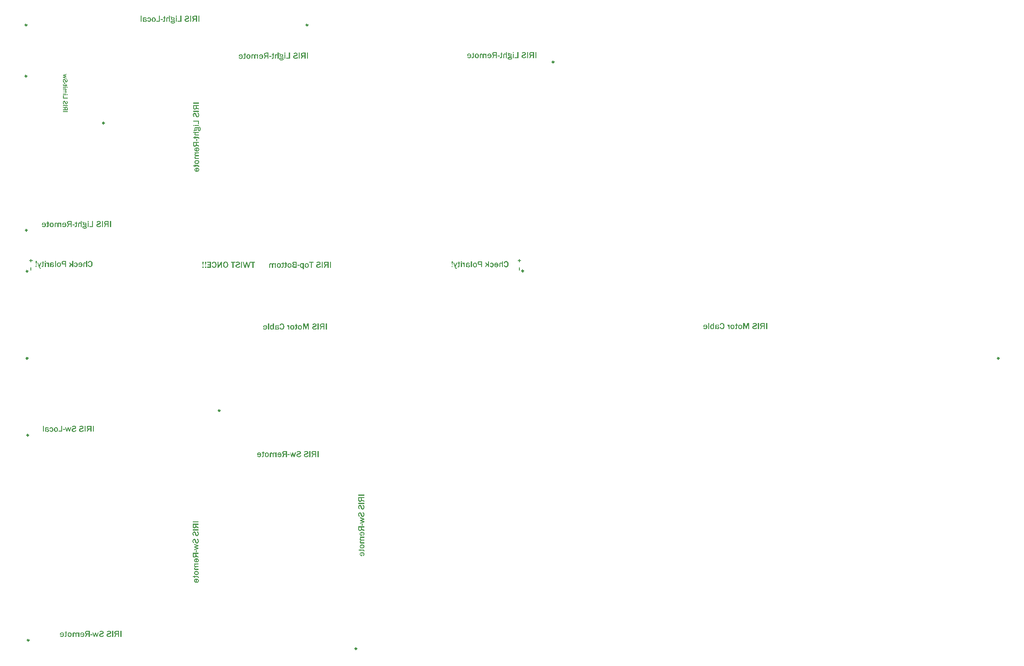
<source format=gbo>
G04*
G04 #@! TF.GenerationSoftware,Altium Limited,Altium Designer,23.10.1 (27)*
G04*
G04 Layer_Color=32896*
%FSLAX25Y25*%
%MOIN*%
G70*
G04*
G04 #@! TF.SameCoordinates,75E589B0-4E0D-4890-912C-9D4B5755E1C0*
G04*
G04*
G04 #@! TF.FilePolarity,Positive*
G04*
G01*
G75*
%ADD10C,0.01181*%
%ADD11C,0.00787*%
G36*
X202446Y-219964D02*
X202514Y-219969D01*
X202582Y-219980D01*
X202645Y-219997D01*
X202708Y-220013D01*
X202768Y-220035D01*
X202825Y-220059D01*
X202880Y-220087D01*
X202983Y-220147D01*
X203076Y-220215D01*
X203161Y-220286D01*
X203235Y-220360D01*
X203303Y-220436D01*
X203360Y-220507D01*
X203406Y-220575D01*
X203447Y-220635D01*
X203464Y-220663D01*
X203477Y-220687D01*
X203488Y-220709D01*
X203499Y-220725D01*
X203505Y-220742D01*
X203510Y-220753D01*
X203516Y-220758D01*
Y-220032D01*
X204264D01*
Y-223450D01*
X203467D01*
Y-221656D01*
X203464Y-221572D01*
X203456Y-221490D01*
X203445Y-221416D01*
X203431Y-221345D01*
X203415Y-221280D01*
X203396Y-221217D01*
X203374Y-221162D01*
X203352Y-221113D01*
X203333Y-221069D01*
X203311Y-221028D01*
X203292Y-220996D01*
X203275Y-220968D01*
X203262Y-220947D01*
X203251Y-220933D01*
X203243Y-220922D01*
X203240Y-220919D01*
X203196Y-220873D01*
X203150Y-220829D01*
X203103Y-220794D01*
X203054Y-220764D01*
X203008Y-220736D01*
X202961Y-220714D01*
X202915Y-220698D01*
X202871Y-220682D01*
X202830Y-220671D01*
X202792Y-220663D01*
X202759Y-220657D01*
X202729Y-220654D01*
X202708Y-220652D01*
X202689Y-220649D01*
X202675D01*
X202626Y-220652D01*
X202576Y-220657D01*
X202533Y-220665D01*
X202492Y-220679D01*
X202454Y-220693D01*
X202418Y-220712D01*
X202355Y-220753D01*
X202304Y-220805D01*
X202257Y-220862D01*
X202222Y-220922D01*
X202192Y-220985D01*
X202170Y-221047D01*
X202153Y-221108D01*
X202140Y-221165D01*
X202132Y-221217D01*
X202126Y-221258D01*
Y-221277D01*
X202123Y-221290D01*
Y-221304D01*
Y-221312D01*
Y-221318D01*
Y-221321D01*
Y-223450D01*
X201304D01*
Y-221656D01*
X201302Y-221566D01*
X201296Y-221482D01*
X201285Y-221402D01*
X201272Y-221329D01*
X201258Y-221263D01*
X201239Y-221200D01*
X201220Y-221146D01*
X201201Y-221097D01*
X201182Y-221053D01*
X201165Y-221015D01*
X201146Y-220982D01*
X201132Y-220955D01*
X201119Y-220936D01*
X201108Y-220919D01*
X201102Y-220911D01*
X201100Y-220908D01*
X201059Y-220865D01*
X201018Y-220826D01*
X200974Y-220791D01*
X200928Y-220764D01*
X200881Y-220739D01*
X200837Y-220717D01*
X200791Y-220701D01*
X200750Y-220687D01*
X200709Y-220679D01*
X200671Y-220671D01*
X200638Y-220665D01*
X200611Y-220660D01*
X200586D01*
X200567Y-220657D01*
X200554D01*
X200499Y-220660D01*
X200450Y-220665D01*
X200403Y-220673D01*
X200360Y-220684D01*
X200319Y-220701D01*
X200281Y-220717D01*
X200245Y-220739D01*
X200212Y-220761D01*
X200155Y-220810D01*
X200109Y-220867D01*
X200068Y-220927D01*
X200038Y-220988D01*
X200013Y-221050D01*
X199994Y-221110D01*
X199983Y-221168D01*
X199972Y-221217D01*
X199967Y-221260D01*
Y-221277D01*
X199964Y-221293D01*
Y-221304D01*
Y-221312D01*
Y-221318D01*
Y-221321D01*
Y-223450D01*
X199153D01*
Y-221034D01*
X199156Y-220949D01*
X199167Y-220870D01*
X199180Y-220794D01*
X199199Y-220723D01*
X199224Y-220654D01*
X199249Y-220592D01*
X199276Y-220534D01*
X199303Y-220480D01*
X199333Y-220433D01*
X199361Y-220392D01*
X199385Y-220354D01*
X199410Y-220324D01*
X199429Y-220300D01*
X199443Y-220283D01*
X199453Y-220272D01*
X199456Y-220269D01*
X199513Y-220215D01*
X199576Y-220168D01*
X199642Y-220128D01*
X199707Y-220092D01*
X199773Y-220062D01*
X199838Y-220037D01*
X199904Y-220016D01*
X199967Y-219999D01*
X200024Y-219986D01*
X200079Y-219977D01*
X200128Y-219969D01*
X200169Y-219966D01*
X200204Y-219964D01*
X200229Y-219961D01*
X200251D01*
X200319Y-219964D01*
X200384Y-219969D01*
X200447Y-219980D01*
X200510Y-219997D01*
X200567Y-220013D01*
X200627Y-220035D01*
X200682Y-220059D01*
X200736Y-220087D01*
X200837Y-220147D01*
X200933Y-220215D01*
X201018Y-220286D01*
X201094Y-220360D01*
X201162Y-220436D01*
X201222Y-220507D01*
X201274Y-220575D01*
X201315Y-220635D01*
X201334Y-220663D01*
X201348Y-220687D01*
X201362Y-220709D01*
X201373Y-220725D01*
X201381Y-220742D01*
X201386Y-220753D01*
X201392Y-220758D01*
Y-220761D01*
X201414Y-220687D01*
X201441Y-220619D01*
X201468Y-220556D01*
X201498Y-220496D01*
X201531Y-220442D01*
X201566Y-220390D01*
X201602Y-220343D01*
X201640Y-220300D01*
X201681Y-220259D01*
X201719Y-220220D01*
X201760Y-220188D01*
X201801Y-220158D01*
X201845Y-220128D01*
X201886Y-220103D01*
X201968Y-220062D01*
X202047Y-220029D01*
X202123Y-220002D01*
X202192Y-219986D01*
X202252Y-219975D01*
X202279Y-219969D01*
X202304Y-219966D01*
X202323Y-219964D01*
X202342D01*
X202355Y-219961D01*
X202375D01*
X202446Y-219964D01*
D02*
G37*
G36*
X214498Y-222008D02*
X212800D01*
Y-221375D01*
X214498D01*
Y-222008D01*
D02*
G37*
G36*
X218195Y-223450D02*
X217480D01*
X216868Y-221053D01*
X216251Y-223450D01*
X215558D01*
X214556Y-220032D01*
X215206D01*
X215866Y-222331D01*
X216464Y-220032D01*
X217166D01*
X217755Y-222331D01*
X218430Y-220032D01*
X219249D01*
X218195Y-223450D01*
D02*
G37*
G36*
X194359Y-219142D02*
X194430Y-220032D01*
X194903D01*
Y-220630D01*
X194477D01*
Y-222402D01*
Y-222483D01*
X194471Y-222557D01*
X194466Y-222628D01*
X194460Y-222694D01*
X194452Y-222754D01*
X194444Y-222808D01*
X194436Y-222857D01*
X194425Y-222901D01*
X194414Y-222939D01*
X194406Y-222972D01*
X194397Y-223002D01*
X194389Y-223024D01*
X194381Y-223043D01*
X194378Y-223054D01*
X194373Y-223062D01*
Y-223065D01*
X194351Y-223103D01*
X194329Y-223141D01*
X194277Y-223207D01*
X194223Y-223264D01*
X194171Y-223313D01*
X194122Y-223352D01*
X194100Y-223365D01*
X194081Y-223379D01*
X194067Y-223387D01*
X194056Y-223395D01*
X194048Y-223398D01*
X194045Y-223401D01*
X194002Y-223423D01*
X193958Y-223442D01*
X193868Y-223472D01*
X193778Y-223494D01*
X193693Y-223507D01*
X193655Y-223513D01*
X193619Y-223518D01*
X193589Y-223521D01*
X193562D01*
X193540Y-223524D01*
X193472D01*
X193434Y-223521D01*
X193346Y-223513D01*
X193259Y-223499D01*
X193172Y-223485D01*
X193131Y-223480D01*
X193095Y-223475D01*
X193062Y-223466D01*
X193032Y-223461D01*
X193008Y-223455D01*
X192991Y-223453D01*
X192978Y-223450D01*
X192975D01*
Y-222849D01*
X193013Y-222852D01*
X193082D01*
X193109Y-222855D01*
X193169D01*
X193226Y-222852D01*
X193281Y-222849D01*
X193330Y-222844D01*
X193374Y-222836D01*
X193415Y-222828D01*
X193453Y-222819D01*
X193483Y-222808D01*
X193513Y-222797D01*
X193537Y-222786D01*
X193557Y-222776D01*
X193573Y-222767D01*
X193587Y-222759D01*
X193598Y-222751D01*
X193606Y-222746D01*
X193608Y-222740D01*
X193611D01*
X193630Y-222715D01*
X193649Y-222688D01*
X193663Y-222656D01*
X193677Y-222623D01*
X193699Y-222549D01*
X193712Y-222475D01*
X193715Y-222443D01*
X193720Y-222410D01*
X193723Y-222380D01*
Y-222353D01*
X193726Y-222331D01*
Y-222314D01*
Y-222303D01*
Y-222301D01*
Y-220630D01*
X193041D01*
Y-220032D01*
X193726D01*
Y-219085D01*
X194359Y-219142D01*
D02*
G37*
G36*
X206562Y-219964D02*
X206631Y-219966D01*
X206759Y-219983D01*
X206882Y-220007D01*
X206994Y-220040D01*
X207100Y-220078D01*
X207198Y-220122D01*
X207286Y-220168D01*
X207368Y-220215D01*
X207439Y-220261D01*
X207502Y-220308D01*
X207553Y-220351D01*
X207600Y-220390D01*
X207632Y-220422D01*
X207660Y-220447D01*
X207673Y-220463D01*
X207679Y-220466D01*
Y-220469D01*
X207755Y-220567D01*
X207824Y-220671D01*
X207881Y-220775D01*
X207930Y-220884D01*
X207974Y-220990D01*
X208009Y-221097D01*
X208036Y-221200D01*
X208061Y-221301D01*
X208080Y-221394D01*
X208094Y-221479D01*
X208102Y-221555D01*
X208105Y-221591D01*
X208107Y-221623D01*
X208110Y-221651D01*
X208113Y-221678D01*
Y-221700D01*
X208116Y-221716D01*
Y-221733D01*
Y-221744D01*
Y-221749D01*
Y-221752D01*
X208110Y-221902D01*
X208097Y-222041D01*
X208075Y-222175D01*
X208047Y-222298D01*
X208015Y-222412D01*
X207979Y-222519D01*
X207941Y-222617D01*
X207900Y-222705D01*
X207859Y-222784D01*
X207821Y-222852D01*
X207785Y-222909D01*
X207753Y-222958D01*
X207725Y-222997D01*
X207703Y-223024D01*
X207695Y-223032D01*
X207690Y-223040D01*
X207684Y-223043D01*
Y-223046D01*
X207643Y-223090D01*
X207600Y-223130D01*
X207510Y-223201D01*
X207417Y-223267D01*
X207321Y-223322D01*
X207226Y-223365D01*
X207130Y-223404D01*
X207037Y-223436D01*
X206947Y-223461D01*
X206863Y-223480D01*
X206786Y-223496D01*
X206715Y-223507D01*
X206655Y-223513D01*
X206631Y-223515D01*
X206606Y-223518D01*
X206587D01*
X206568Y-223521D01*
X206538D01*
X206429Y-223518D01*
X206325Y-223507D01*
X206226Y-223494D01*
X206134Y-223475D01*
X206046Y-223450D01*
X205964Y-223425D01*
X205891Y-223398D01*
X205822Y-223371D01*
X205762Y-223343D01*
X205708Y-223316D01*
X205661Y-223289D01*
X205623Y-223267D01*
X205593Y-223248D01*
X205571Y-223234D01*
X205558Y-223223D01*
X205552Y-223221D01*
X205481Y-223163D01*
X205416Y-223100D01*
X205358Y-223038D01*
X205304Y-222975D01*
X205255Y-222909D01*
X205214Y-222847D01*
X205175Y-222784D01*
X205140Y-222726D01*
X205113Y-222669D01*
X205088Y-222620D01*
X205069Y-222574D01*
X205053Y-222533D01*
X205039Y-222500D01*
X205031Y-222475D01*
X205028Y-222462D01*
X205025Y-222456D01*
X205721Y-222361D01*
X205741Y-222412D01*
X205762Y-222459D01*
X205787Y-222503D01*
X205812Y-222544D01*
X205839Y-222582D01*
X205869Y-222620D01*
X205926Y-222683D01*
X205989Y-222737D01*
X206055Y-222781D01*
X206120Y-222819D01*
X206183Y-222847D01*
X206246Y-222871D01*
X206303Y-222887D01*
X206355Y-222901D01*
X206401Y-222909D01*
X206439Y-222915D01*
X206469Y-222918D01*
X206494D01*
X206549Y-222915D01*
X206601Y-222912D01*
X206650Y-222904D01*
X206696Y-222893D01*
X206740Y-222882D01*
X206778Y-222868D01*
X206816Y-222855D01*
X206849Y-222838D01*
X206882Y-222825D01*
X206906Y-222811D01*
X206931Y-222797D01*
X206950Y-222786D01*
X206966Y-222776D01*
X206977Y-222767D01*
X206983Y-222765D01*
X206985Y-222762D01*
X207021Y-222732D01*
X207054Y-222702D01*
X207084Y-222669D01*
X207108Y-222639D01*
X207155Y-222576D01*
X207190Y-222519D01*
X207218Y-222470D01*
X207226Y-222448D01*
X207234Y-222432D01*
X207239Y-222415D01*
X207245Y-222404D01*
X207248Y-222399D01*
Y-222396D01*
X207259Y-222355D01*
X207269Y-222311D01*
X207286Y-222219D01*
X207297Y-222126D01*
X207305Y-222039D01*
X207308Y-221995D01*
X207310Y-221959D01*
Y-221924D01*
X207313Y-221894D01*
Y-221869D01*
Y-221853D01*
Y-221839D01*
Y-221836D01*
X204968D01*
X204965Y-221749D01*
X204971Y-221604D01*
X204982Y-221468D01*
X205001Y-221340D01*
X205028Y-221217D01*
X205058Y-221102D01*
X205091Y-220996D01*
X205126Y-220900D01*
X205165Y-220810D01*
X205203Y-220734D01*
X205238Y-220663D01*
X205271Y-220602D01*
X205301Y-220553D01*
X205326Y-220515D01*
X205337Y-220499D01*
X205347Y-220485D01*
X205353Y-220477D01*
X205358Y-220469D01*
X205364Y-220466D01*
Y-220463D01*
X205402Y-220417D01*
X205443Y-220376D01*
X205484Y-220335D01*
X205528Y-220297D01*
X205615Y-220231D01*
X205708Y-220174D01*
X205803Y-220125D01*
X205896Y-220084D01*
X205989Y-220051D01*
X206079Y-220024D01*
X206164Y-220002D01*
X206240Y-219988D01*
X206311Y-219977D01*
X206374Y-219969D01*
X206401Y-219966D01*
X206423Y-219964D01*
X206445D01*
X206461Y-219961D01*
X206494D01*
X206562Y-219964D01*
D02*
G37*
G36*
X190990D02*
X191059Y-219966D01*
X191187Y-219983D01*
X191310Y-220007D01*
X191422Y-220040D01*
X191528Y-220078D01*
X191627Y-220122D01*
X191714Y-220168D01*
X191796Y-220215D01*
X191867Y-220261D01*
X191929Y-220308D01*
X191981Y-220351D01*
X192028Y-220390D01*
X192061Y-220422D01*
X192088Y-220447D01*
X192102Y-220463D01*
X192107Y-220466D01*
Y-220469D01*
X192183Y-220567D01*
X192252Y-220671D01*
X192309Y-220775D01*
X192358Y-220884D01*
X192402Y-220990D01*
X192437Y-221097D01*
X192465Y-221200D01*
X192489Y-221301D01*
X192508Y-221394D01*
X192522Y-221479D01*
X192530Y-221555D01*
X192533Y-221591D01*
X192536Y-221623D01*
X192538Y-221651D01*
X192541Y-221678D01*
Y-221700D01*
X192544Y-221716D01*
Y-221733D01*
Y-221744D01*
Y-221749D01*
Y-221752D01*
X192538Y-221902D01*
X192525Y-222041D01*
X192503Y-222175D01*
X192475Y-222298D01*
X192443Y-222412D01*
X192407Y-222519D01*
X192369Y-222617D01*
X192328Y-222705D01*
X192287Y-222784D01*
X192249Y-222852D01*
X192213Y-222909D01*
X192181Y-222958D01*
X192153Y-222997D01*
X192131Y-223024D01*
X192123Y-223032D01*
X192118Y-223040D01*
X192112Y-223043D01*
Y-223046D01*
X192071Y-223090D01*
X192028Y-223130D01*
X191938Y-223201D01*
X191845Y-223267D01*
X191749Y-223322D01*
X191654Y-223365D01*
X191558Y-223404D01*
X191465Y-223436D01*
X191375Y-223461D01*
X191291Y-223480D01*
X191214Y-223496D01*
X191143Y-223507D01*
X191083Y-223513D01*
X191059Y-223515D01*
X191034Y-223518D01*
X191015D01*
X190996Y-223521D01*
X190966D01*
X190857Y-223518D01*
X190753Y-223507D01*
X190655Y-223494D01*
X190562Y-223475D01*
X190474Y-223450D01*
X190392Y-223425D01*
X190319Y-223398D01*
X190251Y-223371D01*
X190190Y-223343D01*
X190136Y-223316D01*
X190089Y-223289D01*
X190051Y-223267D01*
X190021Y-223248D01*
X189999Y-223234D01*
X189986Y-223223D01*
X189980Y-223221D01*
X189909Y-223163D01*
X189844Y-223100D01*
X189787Y-223038D01*
X189732Y-222975D01*
X189683Y-222909D01*
X189642Y-222847D01*
X189604Y-222784D01*
X189568Y-222726D01*
X189541Y-222669D01*
X189516Y-222620D01*
X189497Y-222574D01*
X189481Y-222533D01*
X189467Y-222500D01*
X189459Y-222475D01*
X189456Y-222462D01*
X189453Y-222456D01*
X190150Y-222361D01*
X190169Y-222412D01*
X190190Y-222459D01*
X190215Y-222503D01*
X190240Y-222544D01*
X190267Y-222582D01*
X190297Y-222620D01*
X190354Y-222683D01*
X190417Y-222737D01*
X190483Y-222781D01*
X190548Y-222819D01*
X190611Y-222847D01*
X190674Y-222871D01*
X190731Y-222887D01*
X190783Y-222901D01*
X190829Y-222909D01*
X190868Y-222915D01*
X190898Y-222918D01*
X190922D01*
X190977Y-222915D01*
X191029Y-222912D01*
X191078Y-222904D01*
X191124Y-222893D01*
X191168Y-222882D01*
X191206Y-222868D01*
X191244Y-222855D01*
X191277Y-222838D01*
X191310Y-222825D01*
X191334Y-222811D01*
X191359Y-222797D01*
X191378Y-222786D01*
X191394Y-222776D01*
X191405Y-222767D01*
X191411Y-222765D01*
X191414Y-222762D01*
X191449Y-222732D01*
X191482Y-222702D01*
X191512Y-222669D01*
X191536Y-222639D01*
X191583Y-222576D01*
X191618Y-222519D01*
X191646Y-222470D01*
X191654Y-222448D01*
X191662Y-222432D01*
X191667Y-222415D01*
X191673Y-222404D01*
X191676Y-222399D01*
Y-222396D01*
X191687Y-222355D01*
X191698Y-222311D01*
X191714Y-222219D01*
X191725Y-222126D01*
X191733Y-222039D01*
X191736Y-221995D01*
X191738Y-221959D01*
Y-221924D01*
X191741Y-221894D01*
Y-221869D01*
Y-221853D01*
Y-221839D01*
Y-221836D01*
X189396D01*
X189393Y-221749D01*
X189399Y-221604D01*
X189410Y-221468D01*
X189429Y-221340D01*
X189456Y-221217D01*
X189486Y-221102D01*
X189519Y-220996D01*
X189554Y-220900D01*
X189593Y-220810D01*
X189631Y-220734D01*
X189666Y-220663D01*
X189699Y-220602D01*
X189729Y-220553D01*
X189754Y-220515D01*
X189765Y-220499D01*
X189776Y-220485D01*
X189781Y-220477D01*
X189787Y-220469D01*
X189792Y-220466D01*
Y-220463D01*
X189830Y-220417D01*
X189871Y-220376D01*
X189912Y-220335D01*
X189956Y-220297D01*
X190043Y-220231D01*
X190136Y-220174D01*
X190232Y-220125D01*
X190324Y-220084D01*
X190417Y-220051D01*
X190507Y-220024D01*
X190592Y-220002D01*
X190668Y-219988D01*
X190739Y-219977D01*
X190802Y-219969D01*
X190829Y-219966D01*
X190851Y-219964D01*
X190873D01*
X190889Y-219961D01*
X190922D01*
X190990Y-219964D01*
D02*
G37*
G36*
X236614Y-223450D02*
X235782D01*
Y-218831D01*
X236614D01*
Y-223450D01*
D02*
G37*
G36*
X234766D02*
X233933D01*
Y-221553D01*
X232762D01*
X232044Y-223450D01*
X231165D01*
X231973Y-221411D01*
X231897Y-221378D01*
X231826Y-221342D01*
X231760Y-221301D01*
X231697Y-221260D01*
X231640Y-221217D01*
X231588Y-221173D01*
X231536Y-221127D01*
X231493Y-221077D01*
X231449Y-221028D01*
X231411Y-220976D01*
X231375Y-220927D01*
X231343Y-220876D01*
X231315Y-220824D01*
X231288Y-220772D01*
X231266Y-220723D01*
X231244Y-220671D01*
X231211Y-220575D01*
X231184Y-220485D01*
X231165Y-220401D01*
X231160Y-220365D01*
X231154Y-220329D01*
X231149Y-220297D01*
X231146Y-220269D01*
X231143Y-220245D01*
Y-220223D01*
X231140Y-220207D01*
Y-220196D01*
Y-220188D01*
Y-220185D01*
X231146Y-220076D01*
X231157Y-219969D01*
X231176Y-219871D01*
X231201Y-219778D01*
X231231Y-219691D01*
X231266Y-219612D01*
X231302Y-219538D01*
X231337Y-219470D01*
X231373Y-219412D01*
X231408Y-219358D01*
X231444Y-219314D01*
X231471Y-219276D01*
X231498Y-219246D01*
X231517Y-219224D01*
X231528Y-219213D01*
X231534Y-219208D01*
X231613Y-219142D01*
X231700Y-219082D01*
X231793Y-219033D01*
X231891Y-218989D01*
X231992Y-218954D01*
X232096Y-218924D01*
X232197Y-218899D01*
X232295Y-218877D01*
X232388Y-218864D01*
X232478Y-218850D01*
X232557Y-218842D01*
X232593Y-218839D01*
X232626Y-218836D01*
X232656Y-218833D01*
X232683D01*
X232705Y-218831D01*
X234766D01*
Y-223450D01*
D02*
G37*
G36*
X230311D02*
X229478D01*
Y-218831D01*
X230311D01*
Y-223450D01*
D02*
G37*
G36*
X212306D02*
X211474D01*
Y-221553D01*
X210302D01*
X209584Y-223450D01*
X208705D01*
X209513Y-221411D01*
X209437Y-221378D01*
X209366Y-221342D01*
X209300Y-221301D01*
X209238Y-221260D01*
X209180Y-221217D01*
X209128Y-221173D01*
X209077Y-221127D01*
X209033Y-221077D01*
X208989Y-221028D01*
X208951Y-220976D01*
X208916Y-220927D01*
X208883Y-220876D01*
X208856Y-220824D01*
X208828Y-220772D01*
X208806Y-220723D01*
X208785Y-220671D01*
X208752Y-220575D01*
X208724Y-220485D01*
X208705Y-220401D01*
X208700Y-220365D01*
X208695Y-220329D01*
X208689Y-220297D01*
X208686Y-220269D01*
X208683Y-220245D01*
Y-220223D01*
X208681Y-220207D01*
Y-220196D01*
Y-220188D01*
Y-220185D01*
X208686Y-220076D01*
X208697Y-219969D01*
X208716Y-219871D01*
X208741Y-219778D01*
X208771Y-219691D01*
X208806Y-219612D01*
X208842Y-219538D01*
X208877Y-219470D01*
X208913Y-219412D01*
X208948Y-219358D01*
X208984Y-219314D01*
X209011Y-219276D01*
X209038Y-219246D01*
X209057Y-219224D01*
X209068Y-219213D01*
X209074Y-219208D01*
X209153Y-219142D01*
X209241Y-219082D01*
X209333Y-219033D01*
X209432Y-218989D01*
X209533Y-218954D01*
X209636Y-218924D01*
X209737Y-218899D01*
X209836Y-218877D01*
X209928Y-218864D01*
X210018Y-218850D01*
X210098Y-218842D01*
X210133Y-218839D01*
X210166Y-218836D01*
X210196Y-218833D01*
X210223D01*
X210245Y-218831D01*
X212306D01*
Y-223450D01*
D02*
G37*
G36*
X227196Y-218765D02*
X227321Y-218776D01*
X227439Y-218795D01*
X227551Y-218817D01*
X227657Y-218847D01*
X227753Y-218877D01*
X227843Y-218913D01*
X227925Y-218945D01*
X227996Y-218981D01*
X228061Y-219016D01*
X228116Y-219046D01*
X228159Y-219076D01*
X228198Y-219098D01*
X228222Y-219117D01*
X228239Y-219128D01*
X228244Y-219134D01*
X228326Y-219208D01*
X228397Y-219284D01*
X228457Y-219363D01*
X228512Y-219448D01*
X228555Y-219530D01*
X228593Y-219612D01*
X228624Y-219693D01*
X228648Y-219770D01*
X228667Y-219844D01*
X228681Y-219912D01*
X228692Y-219972D01*
X228697Y-220024D01*
X228703Y-220067D01*
Y-220087D01*
X228705Y-220100D01*
Y-220111D01*
Y-220119D01*
Y-220125D01*
Y-220128D01*
X228703Y-220185D01*
X228700Y-220242D01*
X228683Y-220351D01*
X228675Y-220401D01*
X228664Y-220450D01*
X228651Y-220496D01*
X228640Y-220537D01*
X228626Y-220575D01*
X228615Y-220611D01*
X228604Y-220641D01*
X228593Y-220665D01*
X228585Y-220687D01*
X228580Y-220701D01*
X228577Y-220712D01*
X228574Y-220714D01*
X228550Y-220764D01*
X228522Y-220810D01*
X228492Y-220854D01*
X228465Y-220895D01*
X228435Y-220933D01*
X228408Y-220968D01*
X228378Y-221001D01*
X228350Y-221028D01*
X228326Y-221053D01*
X228301Y-221075D01*
X228282Y-221094D01*
X228263Y-221110D01*
X228249Y-221121D01*
X228236Y-221129D01*
X228230Y-221135D01*
X228228Y-221138D01*
X228184Y-221165D01*
X228135Y-221192D01*
X228086Y-221217D01*
X228031Y-221241D01*
X227919Y-221288D01*
X227810Y-221329D01*
X227758Y-221345D01*
X227712Y-221359D01*
X227668Y-221372D01*
X227630Y-221383D01*
X227600Y-221394D01*
X227575Y-221400D01*
X227561Y-221402D01*
X227556Y-221405D01*
X226672Y-221637D01*
X226609Y-221654D01*
X226549Y-221673D01*
X226497Y-221694D01*
X226450Y-221714D01*
X226407Y-221736D01*
X226368Y-221757D01*
X226336Y-221776D01*
X226308Y-221796D01*
X226284Y-221815D01*
X226262Y-221834D01*
X226246Y-221847D01*
X226232Y-221861D01*
X226221Y-221872D01*
X226216Y-221880D01*
X226210Y-221886D01*
Y-221888D01*
X226175Y-221948D01*
X226147Y-222011D01*
X226128Y-222069D01*
X226115Y-222123D01*
X226106Y-222169D01*
X226104Y-222189D01*
Y-222205D01*
X226101Y-222219D01*
Y-222230D01*
Y-222235D01*
Y-222238D01*
X226104Y-222287D01*
X226112Y-222331D01*
X226123Y-222374D01*
X226139Y-222418D01*
X226155Y-222456D01*
X226177Y-222492D01*
X226199Y-222524D01*
X226221Y-222554D01*
X226243Y-222582D01*
X226265Y-222606D01*
X226287Y-222628D01*
X226303Y-222645D01*
X226319Y-222658D01*
X226330Y-222669D01*
X226339Y-222675D01*
X226341Y-222677D01*
X226388Y-222707D01*
X226439Y-222735D01*
X226491Y-222759D01*
X226549Y-222778D01*
X226603Y-222795D01*
X226661Y-222808D01*
X226715Y-222822D01*
X226770Y-222830D01*
X226822Y-222838D01*
X226868Y-222844D01*
X226912Y-222847D01*
X226947Y-222849D01*
X226977Y-222852D01*
X227021D01*
X227108Y-222849D01*
X227193Y-222844D01*
X227272Y-222836D01*
X227348Y-222822D01*
X227419Y-222806D01*
X227485Y-222789D01*
X227548Y-222767D01*
X227605Y-222746D01*
X227660Y-222718D01*
X227712Y-222694D01*
X227758Y-222664D01*
X227802Y-222634D01*
X227843Y-222604D01*
X227878Y-222571D01*
X227914Y-222541D01*
X227944Y-222508D01*
X227971Y-222475D01*
X227998Y-222443D01*
X228039Y-222382D01*
X228075Y-222322D01*
X228099Y-222271D01*
X228118Y-222227D01*
X228124Y-222211D01*
X228129Y-222194D01*
X228132Y-222181D01*
X228135Y-222172D01*
X228137Y-222167D01*
Y-222164D01*
X228948Y-222336D01*
X228913Y-222448D01*
X228869Y-222549D01*
X228823Y-222647D01*
X228771Y-222735D01*
X228713Y-222817D01*
X228656Y-222890D01*
X228599Y-222956D01*
X228542Y-223013D01*
X228487Y-223068D01*
X228435Y-223111D01*
X228389Y-223150D01*
X228345Y-223180D01*
X228312Y-223204D01*
X228285Y-223221D01*
X228269Y-223232D01*
X228266Y-223234D01*
X228263D01*
X228165Y-223283D01*
X228064Y-223330D01*
X227960Y-223368D01*
X227856Y-223401D01*
X227755Y-223428D01*
X227654Y-223450D01*
X227559Y-223469D01*
X227469Y-223485D01*
X227381Y-223496D01*
X227305Y-223504D01*
X227234Y-223513D01*
X227204Y-223515D01*
X227174D01*
X227149Y-223518D01*
X227125D01*
X227106Y-223521D01*
X227059D01*
X226909Y-223515D01*
X226767Y-223504D01*
X226633Y-223485D01*
X226508Y-223461D01*
X226390Y-223431D01*
X226278Y-223398D01*
X226180Y-223363D01*
X226087Y-223324D01*
X226005Y-223289D01*
X225934Y-223253D01*
X225874Y-223221D01*
X225822Y-223191D01*
X225801Y-223180D01*
X225781Y-223166D01*
X225765Y-223155D01*
X225754Y-223147D01*
X225743Y-223141D01*
X225735Y-223136D01*
X225732Y-223130D01*
X225730D01*
X225683Y-223092D01*
X225640Y-223054D01*
X225599Y-223013D01*
X225560Y-222972D01*
X225492Y-222887D01*
X225432Y-222797D01*
X225383Y-222710D01*
X225342Y-222620D01*
X225307Y-222533D01*
X225279Y-222448D01*
X225260Y-222369D01*
X225244Y-222295D01*
X225233Y-222230D01*
X225225Y-222172D01*
X225222Y-222148D01*
X225219Y-222126D01*
Y-222107D01*
X225216Y-222090D01*
Y-222077D01*
Y-222069D01*
Y-222063D01*
Y-222060D01*
X225219Y-221981D01*
X225227Y-221905D01*
X225238Y-221831D01*
X225255Y-221760D01*
X225274Y-221694D01*
X225293Y-221629D01*
X225317Y-221569D01*
X225339Y-221514D01*
X225361Y-221465D01*
X225383Y-221422D01*
X225405Y-221381D01*
X225424Y-221348D01*
X225440Y-221323D01*
X225451Y-221304D01*
X225459Y-221290D01*
X225462Y-221288D01*
X225487Y-221255D01*
X225514Y-221225D01*
X225574Y-221165D01*
X225640Y-221108D01*
X225713Y-221056D01*
X225793Y-221009D01*
X225872Y-220966D01*
X225951Y-220925D01*
X226030Y-220889D01*
X226106Y-220859D01*
X226180Y-220832D01*
X226246Y-220807D01*
X226303Y-220788D01*
X226327Y-220780D01*
X226349Y-220775D01*
X226371Y-220769D01*
X226388Y-220764D01*
X226398Y-220761D01*
X226409Y-220758D01*
X226415Y-220755D01*
X226418D01*
X227204Y-220559D01*
X227261Y-220543D01*
X227319Y-220526D01*
X227368Y-220510D01*
X227417Y-220491D01*
X227461Y-220469D01*
X227501Y-220450D01*
X227540Y-220428D01*
X227575Y-220406D01*
X227608Y-220384D01*
X227638Y-220359D01*
X227690Y-220313D01*
X227733Y-220267D01*
X227766Y-220223D01*
X227794Y-220179D01*
X227815Y-220138D01*
X227829Y-220100D01*
X227837Y-220070D01*
X227843Y-220043D01*
X227848Y-220021D01*
Y-220010D01*
Y-220005D01*
X227845Y-219958D01*
X227840Y-219915D01*
X227829Y-219874D01*
X227815Y-219835D01*
X227802Y-219797D01*
X227783Y-219764D01*
X227764Y-219732D01*
X227744Y-219704D01*
X227725Y-219680D01*
X227709Y-219655D01*
X227690Y-219636D01*
X227676Y-219622D01*
X227662Y-219609D01*
X227652Y-219601D01*
X227646Y-219595D01*
X227643Y-219592D01*
X227602Y-219562D01*
X227559Y-219538D01*
X227512Y-219516D01*
X227463Y-219497D01*
X227414Y-219480D01*
X227365Y-219470D01*
X227269Y-219448D01*
X227223Y-219442D01*
X227182Y-219437D01*
X227144Y-219434D01*
X227111Y-219431D01*
X227086Y-219429D01*
X227048D01*
X226986Y-219431D01*
X226928Y-219434D01*
X226871Y-219442D01*
X226819Y-219450D01*
X226721Y-219478D01*
X226631Y-219511D01*
X226551Y-219549D01*
X226483Y-219595D01*
X226420Y-219642D01*
X226368Y-219691D01*
X226325Y-219740D01*
X226287Y-219786D01*
X226257Y-219830D01*
X226232Y-219871D01*
X226216Y-219904D01*
X226202Y-219931D01*
X226197Y-219947D01*
X226194Y-219950D01*
Y-219953D01*
X225402Y-219756D01*
X225429Y-219669D01*
X225465Y-219587D01*
X225506Y-219513D01*
X225550Y-219442D01*
X225599Y-219374D01*
X225648Y-219314D01*
X225700Y-219259D01*
X225749Y-219210D01*
X225798Y-219166D01*
X225844Y-219128D01*
X225888Y-219096D01*
X225923Y-219071D01*
X225956Y-219049D01*
X225978Y-219033D01*
X225994Y-219025D01*
X225997Y-219022D01*
X226000D01*
X226090Y-218975D01*
X226180Y-218934D01*
X226273Y-218899D01*
X226363Y-218869D01*
X226456Y-218844D01*
X226543Y-218823D01*
X226628Y-218806D01*
X226707Y-218793D01*
X226783Y-218782D01*
X226852Y-218773D01*
X226912Y-218768D01*
X226964Y-218762D01*
X227007D01*
X227024Y-218760D01*
X227065D01*
X227196Y-218765D01*
D02*
G37*
G36*
X221501D02*
X221626Y-218776D01*
X221744Y-218795D01*
X221856Y-218817D01*
X221962Y-218847D01*
X222058Y-218877D01*
X222148Y-218913D01*
X222230Y-218945D01*
X222301Y-218981D01*
X222366Y-219016D01*
X222421Y-219046D01*
X222465Y-219076D01*
X222503Y-219098D01*
X222527Y-219117D01*
X222544Y-219128D01*
X222549Y-219134D01*
X222631Y-219208D01*
X222702Y-219284D01*
X222762Y-219363D01*
X222817Y-219448D01*
X222860Y-219530D01*
X222899Y-219612D01*
X222929Y-219693D01*
X222953Y-219770D01*
X222972Y-219844D01*
X222986Y-219912D01*
X222997Y-219972D01*
X223002Y-220024D01*
X223008Y-220067D01*
Y-220087D01*
X223011Y-220100D01*
Y-220111D01*
Y-220119D01*
Y-220125D01*
Y-220128D01*
X223008Y-220185D01*
X223005Y-220242D01*
X222989Y-220351D01*
X222980Y-220401D01*
X222970Y-220450D01*
X222956Y-220496D01*
X222945Y-220537D01*
X222931Y-220575D01*
X222920Y-220611D01*
X222910Y-220641D01*
X222899Y-220665D01*
X222890Y-220687D01*
X222885Y-220701D01*
X222882Y-220712D01*
X222880Y-220714D01*
X222855Y-220764D01*
X222828Y-220810D01*
X222798Y-220854D01*
X222770Y-220895D01*
X222740Y-220933D01*
X222713Y-220968D01*
X222683Y-221001D01*
X222656Y-221028D01*
X222631Y-221053D01*
X222606Y-221075D01*
X222587Y-221094D01*
X222568Y-221110D01*
X222555Y-221121D01*
X222541Y-221129D01*
X222536Y-221135D01*
X222533Y-221138D01*
X222489Y-221165D01*
X222440Y-221192D01*
X222391Y-221217D01*
X222336Y-221241D01*
X222224Y-221288D01*
X222115Y-221329D01*
X222063Y-221345D01*
X222017Y-221359D01*
X221973Y-221372D01*
X221935Y-221383D01*
X221905Y-221394D01*
X221880Y-221400D01*
X221867Y-221402D01*
X221861Y-221405D01*
X220977Y-221637D01*
X220914Y-221654D01*
X220854Y-221673D01*
X220802Y-221694D01*
X220756Y-221714D01*
X220712Y-221736D01*
X220674Y-221757D01*
X220641Y-221776D01*
X220614Y-221796D01*
X220589Y-221815D01*
X220567Y-221834D01*
X220551Y-221847D01*
X220537Y-221861D01*
X220526Y-221872D01*
X220521Y-221880D01*
X220515Y-221886D01*
Y-221888D01*
X220480Y-221948D01*
X220453Y-222011D01*
X220433Y-222069D01*
X220420Y-222123D01*
X220412Y-222169D01*
X220409Y-222189D01*
Y-222205D01*
X220406Y-222219D01*
Y-222230D01*
Y-222235D01*
Y-222238D01*
X220409Y-222287D01*
X220417Y-222331D01*
X220428Y-222374D01*
X220444Y-222418D01*
X220461Y-222456D01*
X220483Y-222492D01*
X220504Y-222524D01*
X220526Y-222554D01*
X220548Y-222582D01*
X220570Y-222606D01*
X220592Y-222628D01*
X220608Y-222645D01*
X220625Y-222658D01*
X220636Y-222669D01*
X220644Y-222675D01*
X220646Y-222677D01*
X220693Y-222707D01*
X220745Y-222735D01*
X220796Y-222759D01*
X220854Y-222778D01*
X220908Y-222795D01*
X220966Y-222808D01*
X221020Y-222822D01*
X221075Y-222830D01*
X221127Y-222838D01*
X221173Y-222844D01*
X221217Y-222847D01*
X221252Y-222849D01*
X221283Y-222852D01*
X221326D01*
X221413Y-222849D01*
X221498Y-222844D01*
X221577Y-222836D01*
X221654Y-222822D01*
X221725Y-222806D01*
X221790Y-222789D01*
X221853Y-222767D01*
X221910Y-222746D01*
X221965Y-222718D01*
X222017Y-222694D01*
X222063Y-222664D01*
X222107Y-222634D01*
X222148Y-222604D01*
X222183Y-222571D01*
X222219Y-222541D01*
X222249Y-222508D01*
X222276Y-222475D01*
X222304Y-222443D01*
X222344Y-222382D01*
X222380Y-222322D01*
X222405Y-222271D01*
X222424Y-222227D01*
X222429Y-222211D01*
X222434Y-222194D01*
X222437Y-222181D01*
X222440Y-222172D01*
X222443Y-222167D01*
Y-222164D01*
X223253Y-222336D01*
X223218Y-222448D01*
X223174Y-222549D01*
X223128Y-222647D01*
X223076Y-222735D01*
X223019Y-222817D01*
X222961Y-222890D01*
X222904Y-222956D01*
X222847Y-223013D01*
X222792Y-223068D01*
X222740Y-223111D01*
X222694Y-223150D01*
X222650Y-223180D01*
X222618Y-223204D01*
X222590Y-223221D01*
X222574Y-223232D01*
X222571Y-223234D01*
X222568D01*
X222470Y-223283D01*
X222369Y-223330D01*
X222265Y-223368D01*
X222162Y-223401D01*
X222060Y-223428D01*
X221959Y-223450D01*
X221864Y-223469D01*
X221774Y-223485D01*
X221687Y-223496D01*
X221610Y-223504D01*
X221539Y-223513D01*
X221509Y-223515D01*
X221479D01*
X221455Y-223518D01*
X221430D01*
X221411Y-223521D01*
X221364D01*
X221214Y-223515D01*
X221072Y-223504D01*
X220938Y-223485D01*
X220813Y-223461D01*
X220695Y-223431D01*
X220584Y-223398D01*
X220485Y-223363D01*
X220392Y-223324D01*
X220311Y-223289D01*
X220240Y-223253D01*
X220180Y-223221D01*
X220128Y-223191D01*
X220106Y-223180D01*
X220087Y-223166D01*
X220070Y-223155D01*
X220059Y-223147D01*
X220048Y-223141D01*
X220040Y-223136D01*
X220038Y-223130D01*
X220035D01*
X219988Y-223092D01*
X219945Y-223054D01*
X219904Y-223013D01*
X219866Y-222972D01*
X219797Y-222887D01*
X219737Y-222797D01*
X219688Y-222710D01*
X219647Y-222620D01*
X219612Y-222533D01*
X219584Y-222448D01*
X219565Y-222369D01*
X219549Y-222295D01*
X219538Y-222230D01*
X219530Y-222172D01*
X219527Y-222148D01*
X219524Y-222126D01*
Y-222107D01*
X219522Y-222090D01*
Y-222077D01*
Y-222069D01*
Y-222063D01*
Y-222060D01*
X219524Y-221981D01*
X219533Y-221905D01*
X219544Y-221831D01*
X219560Y-221760D01*
X219579Y-221694D01*
X219598Y-221629D01*
X219623Y-221569D01*
X219644Y-221514D01*
X219666Y-221465D01*
X219688Y-221422D01*
X219710Y-221381D01*
X219729Y-221348D01*
X219745Y-221323D01*
X219756Y-221304D01*
X219765Y-221290D01*
X219767Y-221288D01*
X219792Y-221255D01*
X219819Y-221225D01*
X219879Y-221165D01*
X219945Y-221108D01*
X220019Y-221056D01*
X220098Y-221009D01*
X220177Y-220966D01*
X220256Y-220925D01*
X220335Y-220889D01*
X220412Y-220859D01*
X220485Y-220832D01*
X220551Y-220807D01*
X220608Y-220788D01*
X220633Y-220780D01*
X220655Y-220775D01*
X220676Y-220769D01*
X220693Y-220764D01*
X220704Y-220761D01*
X220715Y-220758D01*
X220720Y-220755D01*
X220723D01*
X221509Y-220559D01*
X221566Y-220543D01*
X221624Y-220526D01*
X221673Y-220510D01*
X221722Y-220491D01*
X221766Y-220469D01*
X221807Y-220450D01*
X221845Y-220428D01*
X221880Y-220406D01*
X221913Y-220384D01*
X221943Y-220359D01*
X221995Y-220313D01*
X222039Y-220267D01*
X222072Y-220223D01*
X222099Y-220179D01*
X222121Y-220138D01*
X222134Y-220100D01*
X222142Y-220070D01*
X222148Y-220043D01*
X222153Y-220021D01*
Y-220010D01*
Y-220005D01*
X222151Y-219958D01*
X222145Y-219915D01*
X222134Y-219874D01*
X222121Y-219835D01*
X222107Y-219797D01*
X222088Y-219764D01*
X222069Y-219732D01*
X222050Y-219704D01*
X222030Y-219680D01*
X222014Y-219655D01*
X221995Y-219636D01*
X221981Y-219622D01*
X221968Y-219609D01*
X221957Y-219601D01*
X221951Y-219595D01*
X221949Y-219592D01*
X221908Y-219562D01*
X221864Y-219538D01*
X221818Y-219516D01*
X221768Y-219497D01*
X221719Y-219480D01*
X221670Y-219470D01*
X221575Y-219448D01*
X221528Y-219442D01*
X221487Y-219437D01*
X221449Y-219434D01*
X221416Y-219431D01*
X221392Y-219429D01*
X221354D01*
X221291Y-219431D01*
X221233Y-219434D01*
X221176Y-219442D01*
X221124Y-219450D01*
X221026Y-219478D01*
X220936Y-219511D01*
X220857Y-219549D01*
X220788Y-219595D01*
X220726Y-219642D01*
X220674Y-219691D01*
X220630Y-219740D01*
X220592Y-219786D01*
X220562Y-219830D01*
X220537Y-219871D01*
X220521Y-219904D01*
X220507Y-219931D01*
X220502Y-219947D01*
X220499Y-219950D01*
Y-219953D01*
X219707Y-219756D01*
X219735Y-219669D01*
X219770Y-219587D01*
X219811Y-219513D01*
X219855Y-219442D01*
X219904Y-219374D01*
X219953Y-219314D01*
X220005Y-219259D01*
X220054Y-219210D01*
X220103Y-219166D01*
X220149Y-219128D01*
X220193Y-219096D01*
X220229Y-219071D01*
X220262Y-219049D01*
X220283Y-219033D01*
X220300Y-219025D01*
X220302Y-219022D01*
X220305D01*
X220395Y-218975D01*
X220485Y-218934D01*
X220578Y-218899D01*
X220668Y-218869D01*
X220761Y-218844D01*
X220848Y-218823D01*
X220933Y-218806D01*
X221012Y-218793D01*
X221089Y-218782D01*
X221157Y-218773D01*
X221217Y-218768D01*
X221269Y-218762D01*
X221312D01*
X221329Y-218760D01*
X221370D01*
X221501Y-218765D01*
D02*
G37*
G36*
X196969Y-219966D02*
X197095Y-219983D01*
X197215Y-220007D01*
X197324Y-220040D01*
X197428Y-220078D01*
X197526Y-220122D01*
X197613Y-220166D01*
X197693Y-220212D01*
X197764Y-220261D01*
X197826Y-220305D01*
X197878Y-220349D01*
X197925Y-220387D01*
X197957Y-220420D01*
X197982Y-220444D01*
X197998Y-220461D01*
X198001Y-220463D01*
X198004Y-220466D01*
X198080Y-220562D01*
X198149Y-220665D01*
X198208Y-220769D01*
X198260Y-220876D01*
X198301Y-220982D01*
X198337Y-221086D01*
X198367Y-221187D01*
X198391Y-221285D01*
X198408Y-221375D01*
X198422Y-221460D01*
X198432Y-221536D01*
X198435Y-221569D01*
X198438Y-221602D01*
X198441Y-221629D01*
X198443Y-221654D01*
Y-221675D01*
X198446Y-221694D01*
Y-221708D01*
Y-221719D01*
Y-221725D01*
Y-221727D01*
X198441Y-221858D01*
X198430Y-221984D01*
X198408Y-222104D01*
X198383Y-222219D01*
X198353Y-222331D01*
X198320Y-222432D01*
X198285Y-222527D01*
X198247Y-222617D01*
X198208Y-222696D01*
X198173Y-222767D01*
X198140Y-222830D01*
X198110Y-222882D01*
X198097Y-222904D01*
X198083Y-222923D01*
X198075Y-222939D01*
X198064Y-222953D01*
X198058Y-222964D01*
X198053Y-222972D01*
X198047Y-222975D01*
Y-222978D01*
X198009Y-223027D01*
X197968Y-223073D01*
X197927Y-223117D01*
X197884Y-223158D01*
X197837Y-223193D01*
X197791Y-223229D01*
X197698Y-223292D01*
X197600Y-223343D01*
X197504Y-223387D01*
X197409Y-223425D01*
X197319Y-223453D01*
X197231Y-223475D01*
X197149Y-223491D01*
X197078Y-223504D01*
X197046Y-223510D01*
X197016Y-223513D01*
X196985Y-223515D01*
X196964Y-223518D01*
X196942D01*
X196923Y-223521D01*
X196890D01*
X196824Y-223518D01*
X196762Y-223515D01*
X196639Y-223499D01*
X196521Y-223475D01*
X196412Y-223445D01*
X196308Y-223406D01*
X196213Y-223365D01*
X196125Y-223322D01*
X196044Y-223275D01*
X195973Y-223229D01*
X195910Y-223185D01*
X195855Y-223144D01*
X195809Y-223106D01*
X195773Y-223076D01*
X195749Y-223051D01*
X195732Y-223035D01*
X195727Y-223029D01*
X195645Y-222934D01*
X195577Y-222833D01*
X195514Y-222726D01*
X195462Y-222617D01*
X195419Y-222511D01*
X195380Y-222402D01*
X195350Y-222295D01*
X195326Y-222194D01*
X195307Y-222099D01*
X195293Y-222008D01*
X195282Y-221929D01*
X195279Y-221894D01*
X195276Y-221861D01*
X195274Y-221831D01*
X195271Y-221807D01*
Y-221782D01*
X195268Y-221763D01*
Y-221746D01*
Y-221736D01*
Y-221730D01*
Y-221727D01*
X195274Y-221583D01*
X195287Y-221446D01*
X195309Y-221318D01*
X195337Y-221195D01*
X195372Y-221083D01*
X195407Y-220979D01*
X195449Y-220881D01*
X195490Y-220794D01*
X195530Y-220717D01*
X195571Y-220649D01*
X195607Y-220589D01*
X195642Y-220540D01*
X195670Y-220501D01*
X195692Y-220474D01*
X195700Y-220466D01*
X195705Y-220458D01*
X195711Y-220452D01*
X195752Y-220409D01*
X195795Y-220365D01*
X195885Y-220291D01*
X195978Y-220226D01*
X196071Y-220168D01*
X196167Y-220119D01*
X196259Y-220081D01*
X196352Y-220048D01*
X196440Y-220021D01*
X196521Y-220002D01*
X196598Y-219986D01*
X196666Y-219975D01*
X196723Y-219969D01*
X196748Y-219966D01*
X196773Y-219964D01*
X196792D01*
X196808Y-219961D01*
X196906D01*
X196969Y-219966D01*
D02*
G37*
G36*
X51068Y-358054D02*
X51136Y-358060D01*
X51204Y-358071D01*
X51267Y-358087D01*
X51330Y-358103D01*
X51390Y-358125D01*
X51447Y-358150D01*
X51502Y-358177D01*
X51605Y-358237D01*
X51698Y-358305D01*
X51783Y-358376D01*
X51856Y-358450D01*
X51925Y-358526D01*
X51982Y-358597D01*
X52029Y-358666D01*
X52069Y-358726D01*
X52086Y-358753D01*
X52100Y-358778D01*
X52110Y-358800D01*
X52121Y-358816D01*
X52127Y-358832D01*
X52132Y-358843D01*
X52138Y-358849D01*
Y-358122D01*
X52886D01*
Y-361541D01*
X52089D01*
Y-359747D01*
X52086Y-359662D01*
X52078Y-359580D01*
X52067Y-359507D01*
X52053Y-359436D01*
X52037Y-359370D01*
X52018Y-359307D01*
X51996Y-359253D01*
X51974Y-359204D01*
X51955Y-359160D01*
X51933Y-359119D01*
X51914Y-359086D01*
X51898Y-359059D01*
X51884Y-359037D01*
X51873Y-359023D01*
X51865Y-359013D01*
X51862Y-359010D01*
X51818Y-358963D01*
X51772Y-358920D01*
X51726Y-358884D01*
X51676Y-358854D01*
X51630Y-358827D01*
X51583Y-358805D01*
X51537Y-358789D01*
X51493Y-358772D01*
X51452Y-358761D01*
X51414Y-358753D01*
X51381Y-358748D01*
X51351Y-358745D01*
X51330Y-358742D01*
X51310Y-358739D01*
X51297D01*
X51248Y-358742D01*
X51199Y-358748D01*
X51155Y-358756D01*
X51114Y-358769D01*
X51076Y-358783D01*
X51040Y-358802D01*
X50977Y-358843D01*
X50926Y-358895D01*
X50879Y-358952D01*
X50844Y-359013D01*
X50814Y-359075D01*
X50792Y-359138D01*
X50775Y-359198D01*
X50762Y-359256D01*
X50754Y-359307D01*
X50748Y-359348D01*
Y-359367D01*
X50745Y-359381D01*
Y-359395D01*
Y-359403D01*
Y-359408D01*
Y-359411D01*
Y-361541D01*
X49926D01*
Y-359747D01*
X49924Y-359657D01*
X49918Y-359572D01*
X49907Y-359493D01*
X49894Y-359419D01*
X49880Y-359354D01*
X49861Y-359291D01*
X49842Y-359236D01*
X49823Y-359187D01*
X49804Y-359143D01*
X49787Y-359105D01*
X49768Y-359073D01*
X49754Y-359045D01*
X49741Y-359026D01*
X49730Y-359010D01*
X49724Y-359002D01*
X49722Y-358999D01*
X49681Y-358955D01*
X49640Y-358917D01*
X49596Y-358881D01*
X49550Y-358854D01*
X49503Y-358830D01*
X49460Y-358808D01*
X49413Y-358791D01*
X49372Y-358778D01*
X49331Y-358769D01*
X49293Y-358761D01*
X49260Y-358756D01*
X49233Y-358750D01*
X49208D01*
X49189Y-358748D01*
X49176D01*
X49121Y-358750D01*
X49072Y-358756D01*
X49025Y-358764D01*
X48982Y-358775D01*
X48941Y-358791D01*
X48903Y-358808D01*
X48867Y-358830D01*
X48834Y-358851D01*
X48777Y-358901D01*
X48731Y-358958D01*
X48690Y-359018D01*
X48660Y-359078D01*
X48635Y-359141D01*
X48616Y-359201D01*
X48605Y-359258D01*
X48594Y-359307D01*
X48589Y-359351D01*
Y-359367D01*
X48586Y-359384D01*
Y-359395D01*
Y-359403D01*
Y-359408D01*
Y-359411D01*
Y-361541D01*
X47775D01*
Y-359124D01*
X47778Y-359040D01*
X47789Y-358961D01*
X47802Y-358884D01*
X47822Y-358813D01*
X47846Y-358745D01*
X47871Y-358682D01*
X47898Y-358625D01*
X47925Y-358570D01*
X47955Y-358524D01*
X47983Y-358483D01*
X48007Y-358445D01*
X48032Y-358415D01*
X48051Y-358390D01*
X48065Y-358374D01*
X48076Y-358363D01*
X48078Y-358360D01*
X48136Y-358305D01*
X48198Y-358259D01*
X48264Y-358218D01*
X48329Y-358183D01*
X48395Y-358153D01*
X48460Y-358128D01*
X48526Y-358106D01*
X48589Y-358090D01*
X48646Y-358076D01*
X48701Y-358068D01*
X48750Y-358060D01*
X48791Y-358057D01*
X48826Y-358054D01*
X48851Y-358051D01*
X48873D01*
X48941Y-358054D01*
X49006Y-358060D01*
X49069Y-358071D01*
X49132Y-358087D01*
X49189Y-358103D01*
X49249Y-358125D01*
X49304Y-358150D01*
X49359Y-358177D01*
X49460Y-358237D01*
X49555Y-358305D01*
X49640Y-358376D01*
X49716Y-358450D01*
X49784Y-358526D01*
X49845Y-358597D01*
X49896Y-358666D01*
X49937Y-358726D01*
X49956Y-358753D01*
X49970Y-358778D01*
X49984Y-358800D01*
X49995Y-358816D01*
X50003Y-358832D01*
X50008Y-358843D01*
X50014Y-358849D01*
Y-358851D01*
X50036Y-358778D01*
X50063Y-358710D01*
X50090Y-358647D01*
X50120Y-358587D01*
X50153Y-358532D01*
X50188Y-358480D01*
X50224Y-358434D01*
X50262Y-358390D01*
X50303Y-358349D01*
X50341Y-358311D01*
X50382Y-358278D01*
X50423Y-358248D01*
X50467Y-358218D01*
X50508Y-358193D01*
X50590Y-358153D01*
X50669Y-358120D01*
X50745Y-358092D01*
X50814Y-358076D01*
X50874Y-358065D01*
X50901Y-358060D01*
X50926Y-358057D01*
X50945Y-358054D01*
X50964D01*
X50977Y-358051D01*
X50997D01*
X51068Y-358054D01*
D02*
G37*
G36*
X63121Y-360099D02*
X61422D01*
Y-359466D01*
X63121D01*
Y-360099D01*
D02*
G37*
G36*
X66817Y-361541D02*
X66102D01*
X65490Y-359143D01*
X64873Y-361541D01*
X64180D01*
X63178Y-358122D01*
X63828D01*
X64488Y-360421D01*
X65086Y-358122D01*
X65788D01*
X66377Y-360421D01*
X67052Y-358122D01*
X67871D01*
X66817Y-361541D01*
D02*
G37*
G36*
X42981Y-357232D02*
X43052Y-358122D01*
X43525D01*
Y-358720D01*
X43099D01*
Y-360492D01*
Y-360574D01*
X43093Y-360648D01*
X43088Y-360719D01*
X43082Y-360784D01*
X43074Y-360844D01*
X43066Y-360899D01*
X43058Y-360948D01*
X43047Y-360992D01*
X43036Y-361030D01*
X43028Y-361063D01*
X43020Y-361093D01*
X43011Y-361115D01*
X43003Y-361134D01*
X43000Y-361145D01*
X42995Y-361153D01*
Y-361156D01*
X42973Y-361194D01*
X42951Y-361232D01*
X42899Y-361297D01*
X42845Y-361355D01*
X42793Y-361404D01*
X42744Y-361442D01*
X42722Y-361456D01*
X42703Y-361470D01*
X42689Y-361478D01*
X42678Y-361486D01*
X42670Y-361489D01*
X42667Y-361491D01*
X42624Y-361513D01*
X42580Y-361532D01*
X42490Y-361562D01*
X42400Y-361584D01*
X42315Y-361598D01*
X42277Y-361603D01*
X42241Y-361609D01*
X42211Y-361612D01*
X42184D01*
X42162Y-361614D01*
X42094D01*
X42056Y-361612D01*
X41969Y-361603D01*
X41881Y-361590D01*
X41794Y-361576D01*
X41753Y-361571D01*
X41717Y-361565D01*
X41684Y-361557D01*
X41655Y-361551D01*
X41630Y-361546D01*
X41614Y-361543D01*
X41600Y-361541D01*
X41597D01*
Y-360940D01*
X41635Y-360943D01*
X41704D01*
X41731Y-360945D01*
X41791D01*
X41848Y-360943D01*
X41903Y-360940D01*
X41952Y-360934D01*
X41996Y-360926D01*
X42037Y-360918D01*
X42075Y-360910D01*
X42105Y-360899D01*
X42135Y-360888D01*
X42160Y-360877D01*
X42179Y-360866D01*
X42195Y-360858D01*
X42209Y-360850D01*
X42220Y-360842D01*
X42228Y-360836D01*
X42230Y-360831D01*
X42233D01*
X42252Y-360806D01*
X42272Y-360779D01*
X42285Y-360746D01*
X42299Y-360713D01*
X42321Y-360640D01*
X42334Y-360566D01*
X42337Y-360533D01*
X42342Y-360500D01*
X42345Y-360470D01*
Y-360443D01*
X42348Y-360421D01*
Y-360405D01*
Y-360394D01*
Y-360391D01*
Y-358720D01*
X41663D01*
Y-358122D01*
X42348D01*
Y-357175D01*
X42981Y-357232D01*
D02*
G37*
G36*
X55184Y-358054D02*
X55253Y-358057D01*
X55381Y-358073D01*
X55504Y-358098D01*
X55616Y-358131D01*
X55722Y-358169D01*
X55821Y-358213D01*
X55908Y-358259D01*
X55990Y-358305D01*
X56061Y-358352D01*
X56124Y-358398D01*
X56175Y-358442D01*
X56222Y-358480D01*
X56255Y-358513D01*
X56282Y-358538D01*
X56296Y-358554D01*
X56301Y-358557D01*
Y-358559D01*
X56377Y-358658D01*
X56446Y-358761D01*
X56503Y-358865D01*
X56552Y-358974D01*
X56596Y-359081D01*
X56631Y-359187D01*
X56659Y-359291D01*
X56683Y-359392D01*
X56702Y-359485D01*
X56716Y-359569D01*
X56724Y-359646D01*
X56727Y-359681D01*
X56730Y-359714D01*
X56732Y-359741D01*
X56735Y-359769D01*
Y-359790D01*
X56738Y-359807D01*
Y-359823D01*
Y-359834D01*
Y-359840D01*
Y-359842D01*
X56732Y-359993D01*
X56719Y-360132D01*
X56697Y-360265D01*
X56669Y-360388D01*
X56637Y-360503D01*
X56601Y-360610D01*
X56563Y-360708D01*
X56522Y-360795D01*
X56481Y-360874D01*
X56443Y-360943D01*
X56407Y-361000D01*
X56375Y-361049D01*
X56347Y-361087D01*
X56326Y-361115D01*
X56317Y-361123D01*
X56312Y-361131D01*
X56306Y-361134D01*
Y-361136D01*
X56265Y-361180D01*
X56222Y-361221D01*
X56132Y-361292D01*
X56039Y-361358D01*
X55943Y-361412D01*
X55848Y-361456D01*
X55752Y-361494D01*
X55659Y-361527D01*
X55569Y-361551D01*
X55485Y-361571D01*
X55408Y-361587D01*
X55337Y-361598D01*
X55277Y-361603D01*
X55253Y-361606D01*
X55228Y-361609D01*
X55209D01*
X55190Y-361612D01*
X55160D01*
X55051Y-361609D01*
X54947Y-361598D01*
X54849Y-361584D01*
X54756Y-361565D01*
X54668Y-361541D01*
X54586Y-361516D01*
X54513Y-361489D01*
X54445Y-361461D01*
X54384Y-361434D01*
X54330Y-361407D01*
X54283Y-361379D01*
X54245Y-361358D01*
X54215Y-361338D01*
X54193Y-361325D01*
X54180Y-361314D01*
X54174Y-361311D01*
X54103Y-361254D01*
X54038Y-361191D01*
X53980Y-361128D01*
X53926Y-361066D01*
X53877Y-361000D01*
X53836Y-360937D01*
X53798Y-360874D01*
X53762Y-360817D01*
X53735Y-360760D01*
X53710Y-360711D01*
X53691Y-360664D01*
X53675Y-360623D01*
X53661Y-360590D01*
X53653Y-360566D01*
X53650Y-360552D01*
X53647Y-360547D01*
X54343Y-360451D01*
X54363Y-360503D01*
X54384Y-360549D01*
X54409Y-360593D01*
X54434Y-360634D01*
X54461Y-360672D01*
X54491Y-360711D01*
X54548Y-360773D01*
X54611Y-360828D01*
X54677Y-360872D01*
X54742Y-360910D01*
X54805Y-360937D01*
X54868Y-360962D01*
X54925Y-360978D01*
X54977Y-360992D01*
X55023Y-361000D01*
X55062Y-361005D01*
X55092Y-361008D01*
X55116D01*
X55171Y-361005D01*
X55223Y-361003D01*
X55272Y-360995D01*
X55318Y-360984D01*
X55362Y-360973D01*
X55400Y-360959D01*
X55438Y-360945D01*
X55471Y-360929D01*
X55504Y-360915D01*
X55528Y-360902D01*
X55553Y-360888D01*
X55572Y-360877D01*
X55588Y-360866D01*
X55599Y-360858D01*
X55605Y-360855D01*
X55607Y-360853D01*
X55643Y-360823D01*
X55676Y-360792D01*
X55706Y-360760D01*
X55730Y-360730D01*
X55777Y-360667D01*
X55812Y-360610D01*
X55840Y-360560D01*
X55848Y-360539D01*
X55856Y-360522D01*
X55861Y-360506D01*
X55867Y-360495D01*
X55870Y-360489D01*
Y-360487D01*
X55880Y-360446D01*
X55891Y-360402D01*
X55908Y-360309D01*
X55919Y-360216D01*
X55927Y-360129D01*
X55930Y-360085D01*
X55932Y-360050D01*
Y-360014D01*
X55935Y-359984D01*
Y-359960D01*
Y-359943D01*
Y-359930D01*
Y-359927D01*
X53590D01*
X53587Y-359840D01*
X53593Y-359695D01*
X53604Y-359559D01*
X53623Y-359430D01*
X53650Y-359307D01*
X53680Y-359193D01*
X53713Y-359086D01*
X53748Y-358991D01*
X53787Y-358901D01*
X53825Y-358824D01*
X53860Y-358753D01*
X53893Y-358693D01*
X53923Y-358644D01*
X53948Y-358606D01*
X53959Y-358589D01*
X53970Y-358576D01*
X53975Y-358568D01*
X53980Y-358559D01*
X53986Y-358557D01*
Y-358554D01*
X54024Y-358507D01*
X54065Y-358467D01*
X54106Y-358425D01*
X54150Y-358387D01*
X54237Y-358322D01*
X54330Y-358264D01*
X54425Y-358215D01*
X54518Y-358174D01*
X54611Y-358142D01*
X54701Y-358114D01*
X54786Y-358092D01*
X54862Y-358079D01*
X54933Y-358068D01*
X54996Y-358060D01*
X55023Y-358057D01*
X55045Y-358054D01*
X55067D01*
X55083Y-358051D01*
X55116D01*
X55184Y-358054D01*
D02*
G37*
G36*
X39612D02*
X39681Y-358057D01*
X39809Y-358073D01*
X39932Y-358098D01*
X40044Y-358131D01*
X40150Y-358169D01*
X40249Y-358213D01*
X40336Y-358259D01*
X40418Y-358305D01*
X40489Y-358352D01*
X40552Y-358398D01*
X40603Y-358442D01*
X40650Y-358480D01*
X40683Y-358513D01*
X40710Y-358538D01*
X40724Y-358554D01*
X40729Y-358557D01*
Y-358559D01*
X40806Y-358658D01*
X40874Y-358761D01*
X40931Y-358865D01*
X40980Y-358974D01*
X41024Y-359081D01*
X41059Y-359187D01*
X41087Y-359291D01*
X41111Y-359392D01*
X41130Y-359485D01*
X41144Y-359569D01*
X41152Y-359646D01*
X41155Y-359681D01*
X41158Y-359714D01*
X41160Y-359741D01*
X41163Y-359769D01*
Y-359790D01*
X41166Y-359807D01*
Y-359823D01*
Y-359834D01*
Y-359840D01*
Y-359842D01*
X41160Y-359993D01*
X41147Y-360132D01*
X41125Y-360266D01*
X41098Y-360388D01*
X41065Y-360503D01*
X41029Y-360610D01*
X40991Y-360708D01*
X40950Y-360795D01*
X40909Y-360874D01*
X40871Y-360943D01*
X40835Y-361000D01*
X40803Y-361049D01*
X40775Y-361087D01*
X40754Y-361115D01*
X40745Y-361123D01*
X40740Y-361131D01*
X40734Y-361134D01*
Y-361136D01*
X40694Y-361180D01*
X40650Y-361221D01*
X40560Y-361292D01*
X40467Y-361358D01*
X40371Y-361412D01*
X40276Y-361456D01*
X40180Y-361494D01*
X40088Y-361527D01*
X39997Y-361551D01*
X39913Y-361571D01*
X39836Y-361587D01*
X39765Y-361598D01*
X39705Y-361603D01*
X39681Y-361606D01*
X39656Y-361609D01*
X39637D01*
X39618Y-361612D01*
X39588D01*
X39479Y-361609D01*
X39375Y-361598D01*
X39277Y-361584D01*
X39184Y-361565D01*
X39097Y-361541D01*
X39015Y-361516D01*
X38941Y-361489D01*
X38873Y-361461D01*
X38813Y-361434D01*
X38758Y-361407D01*
X38712Y-361379D01*
X38673Y-361358D01*
X38643Y-361338D01*
X38622Y-361325D01*
X38608Y-361314D01*
X38602Y-361311D01*
X38531Y-361254D01*
X38466Y-361191D01*
X38408Y-361128D01*
X38354Y-361066D01*
X38305Y-361000D01*
X38264Y-360937D01*
X38226Y-360874D01*
X38190Y-360817D01*
X38163Y-360760D01*
X38138Y-360711D01*
X38119Y-360664D01*
X38103Y-360623D01*
X38089Y-360590D01*
X38081Y-360566D01*
X38078Y-360552D01*
X38076Y-360547D01*
X38772Y-360451D01*
X38791Y-360503D01*
X38813Y-360549D01*
X38837Y-360593D01*
X38862Y-360634D01*
X38889Y-360672D01*
X38919Y-360711D01*
X38976Y-360773D01*
X39039Y-360828D01*
X39105Y-360872D01*
X39170Y-360910D01*
X39233Y-360937D01*
X39296Y-360962D01*
X39353Y-360978D01*
X39405Y-360992D01*
X39451Y-361000D01*
X39490Y-361005D01*
X39520Y-361008D01*
X39544D01*
X39599Y-361005D01*
X39651Y-361003D01*
X39700Y-360995D01*
X39746Y-360984D01*
X39790Y-360973D01*
X39828Y-360959D01*
X39866Y-360945D01*
X39899Y-360929D01*
X39932Y-360915D01*
X39956Y-360902D01*
X39981Y-360888D01*
X40000Y-360877D01*
X40016Y-360866D01*
X40027Y-360858D01*
X40033Y-360855D01*
X40036Y-360853D01*
X40071Y-360823D01*
X40104Y-360792D01*
X40134Y-360760D01*
X40159Y-360730D01*
X40205Y-360667D01*
X40240Y-360610D01*
X40268Y-360560D01*
X40276Y-360539D01*
X40284Y-360522D01*
X40290Y-360506D01*
X40295Y-360495D01*
X40298Y-360489D01*
Y-360487D01*
X40309Y-360446D01*
X40319Y-360402D01*
X40336Y-360309D01*
X40347Y-360216D01*
X40355Y-360129D01*
X40358Y-360085D01*
X40361Y-360050D01*
Y-360014D01*
X40363Y-359984D01*
Y-359960D01*
Y-359943D01*
Y-359930D01*
Y-359927D01*
X38018D01*
X38015Y-359840D01*
X38021Y-359695D01*
X38032Y-359559D01*
X38051Y-359430D01*
X38078Y-359307D01*
X38108Y-359193D01*
X38141Y-359086D01*
X38177Y-358991D01*
X38215Y-358901D01*
X38253Y-358824D01*
X38288Y-358753D01*
X38321Y-358693D01*
X38351Y-358644D01*
X38376Y-358606D01*
X38387Y-358589D01*
X38398Y-358576D01*
X38403Y-358568D01*
X38408Y-358559D01*
X38414Y-358557D01*
Y-358554D01*
X38452Y-358507D01*
X38493Y-358467D01*
X38534Y-358425D01*
X38578Y-358387D01*
X38665Y-358322D01*
X38758Y-358264D01*
X38853Y-358215D01*
X38946Y-358174D01*
X39039Y-358142D01*
X39129Y-358114D01*
X39214Y-358092D01*
X39290Y-358079D01*
X39361Y-358068D01*
X39424Y-358060D01*
X39451Y-358057D01*
X39473Y-358054D01*
X39495D01*
X39511Y-358051D01*
X39544D01*
X39612Y-358054D01*
D02*
G37*
G36*
X85236Y-361541D02*
X84404D01*
Y-356921D01*
X85236D01*
Y-361541D01*
D02*
G37*
G36*
X83388D02*
X82555D01*
Y-359643D01*
X81384D01*
X80666Y-361541D01*
X79787D01*
X80595Y-359501D01*
X80519Y-359468D01*
X80448Y-359433D01*
X80382Y-359392D01*
X80319Y-359351D01*
X80262Y-359307D01*
X80210Y-359264D01*
X80158Y-359217D01*
X80115Y-359168D01*
X80071Y-359119D01*
X80033Y-359067D01*
X79997Y-359018D01*
X79965Y-358966D01*
X79937Y-358914D01*
X79910Y-358862D01*
X79888Y-358813D01*
X79866Y-358761D01*
X79834Y-358666D01*
X79806Y-358576D01*
X79787Y-358491D01*
X79782Y-358456D01*
X79776Y-358420D01*
X79771Y-358387D01*
X79768Y-358360D01*
X79765Y-358335D01*
Y-358314D01*
X79763Y-358297D01*
Y-358286D01*
Y-358278D01*
Y-358275D01*
X79768Y-358166D01*
X79779Y-358060D01*
X79798Y-357961D01*
X79823Y-357869D01*
X79853Y-357781D01*
X79888Y-357702D01*
X79924Y-357628D01*
X79959Y-357560D01*
X79995Y-357503D01*
X80030Y-357448D01*
X80066Y-357404D01*
X80093Y-357366D01*
X80120Y-357336D01*
X80139Y-357314D01*
X80150Y-357304D01*
X80156Y-357298D01*
X80235Y-357232D01*
X80322Y-357172D01*
X80415Y-357123D01*
X80513Y-357080D01*
X80614Y-357044D01*
X80718Y-357014D01*
X80819Y-356990D01*
X80917Y-356968D01*
X81010Y-356954D01*
X81100Y-356940D01*
X81179Y-356932D01*
X81215Y-356929D01*
X81248Y-356927D01*
X81278Y-356924D01*
X81305D01*
X81327Y-356921D01*
X83388D01*
Y-361541D01*
D02*
G37*
G36*
X78933D02*
X78100D01*
Y-356921D01*
X78933D01*
Y-361541D01*
D02*
G37*
G36*
X60928D02*
X60096D01*
Y-359643D01*
X58925D01*
X58206Y-361541D01*
X57327D01*
X58135Y-359501D01*
X58059Y-359468D01*
X57988Y-359433D01*
X57923Y-359392D01*
X57860Y-359351D01*
X57802Y-359307D01*
X57751Y-359264D01*
X57699Y-359217D01*
X57655Y-359168D01*
X57611Y-359119D01*
X57573Y-359067D01*
X57538Y-359018D01*
X57505Y-358966D01*
X57478Y-358914D01*
X57450Y-358862D01*
X57428Y-358813D01*
X57407Y-358761D01*
X57374Y-358666D01*
X57346Y-358576D01*
X57327Y-358491D01*
X57322Y-358456D01*
X57316Y-358420D01*
X57311Y-358387D01*
X57308Y-358360D01*
X57306Y-358335D01*
Y-358314D01*
X57303Y-358297D01*
Y-358286D01*
Y-358278D01*
Y-358275D01*
X57308Y-358166D01*
X57319Y-358060D01*
X57338Y-357961D01*
X57363Y-357869D01*
X57393Y-357781D01*
X57428Y-357702D01*
X57464Y-357628D01*
X57499Y-357560D01*
X57535Y-357503D01*
X57570Y-357448D01*
X57606Y-357404D01*
X57633Y-357366D01*
X57661Y-357336D01*
X57680Y-357314D01*
X57691Y-357304D01*
X57696Y-357298D01*
X57775Y-357232D01*
X57863Y-357172D01*
X57955Y-357123D01*
X58054Y-357080D01*
X58155Y-357044D01*
X58258Y-357014D01*
X58359Y-356990D01*
X58458Y-356968D01*
X58551Y-356954D01*
X58641Y-356940D01*
X58720Y-356932D01*
X58755Y-356929D01*
X58788Y-356927D01*
X58818Y-356924D01*
X58845D01*
X58867Y-356921D01*
X60928D01*
Y-361541D01*
D02*
G37*
G36*
X75818Y-356856D02*
X75943Y-356867D01*
X76061Y-356886D01*
X76173Y-356908D01*
X76279Y-356938D01*
X76375Y-356968D01*
X76465Y-357003D01*
X76547Y-357036D01*
X76618Y-357071D01*
X76683Y-357107D01*
X76738Y-357137D01*
X76781Y-357167D01*
X76820Y-357189D01*
X76844Y-357208D01*
X76861Y-357219D01*
X76866Y-357224D01*
X76948Y-357298D01*
X77019Y-357375D01*
X77079Y-357454D01*
X77134Y-357538D01*
X77177Y-357620D01*
X77215Y-357702D01*
X77245Y-357784D01*
X77270Y-357860D01*
X77289Y-357934D01*
X77303Y-358002D01*
X77314Y-358062D01*
X77319Y-358114D01*
X77325Y-358158D01*
Y-358177D01*
X77327Y-358191D01*
Y-358202D01*
Y-358210D01*
Y-358215D01*
Y-358218D01*
X77325Y-358275D01*
X77322Y-358333D01*
X77306Y-358442D01*
X77297Y-358491D01*
X77286Y-358540D01*
X77273Y-358587D01*
X77262Y-358628D01*
X77248Y-358666D01*
X77237Y-358701D01*
X77226Y-358731D01*
X77215Y-358756D01*
X77207Y-358778D01*
X77202Y-358791D01*
X77199Y-358802D01*
X77196Y-358805D01*
X77172Y-358854D01*
X77144Y-358901D01*
X77114Y-358944D01*
X77087Y-358985D01*
X77057Y-359023D01*
X77030Y-359059D01*
X77000Y-359092D01*
X76973Y-359119D01*
X76948Y-359143D01*
X76923Y-359165D01*
X76904Y-359185D01*
X76885Y-359201D01*
X76872Y-359212D01*
X76858Y-359220D01*
X76852Y-359225D01*
X76850Y-359228D01*
X76806Y-359256D01*
X76757Y-359283D01*
X76708Y-359307D01*
X76653Y-359332D01*
X76541Y-359378D01*
X76432Y-359419D01*
X76380Y-359436D01*
X76334Y-359449D01*
X76290Y-359463D01*
X76252Y-359474D01*
X76222Y-359485D01*
X76197Y-359490D01*
X76183Y-359493D01*
X76178Y-359496D01*
X75294Y-359728D01*
X75231Y-359744D01*
X75171Y-359763D01*
X75119Y-359785D01*
X75072Y-359804D01*
X75029Y-359826D01*
X74990Y-359848D01*
X74958Y-359867D01*
X74931Y-359886D01*
X74906Y-359905D01*
X74884Y-359924D01*
X74868Y-359938D01*
X74854Y-359952D01*
X74843Y-359963D01*
X74838Y-359971D01*
X74832Y-359976D01*
Y-359979D01*
X74797Y-360039D01*
X74769Y-360102D01*
X74750Y-360159D01*
X74737Y-360214D01*
X74728Y-360260D01*
X74726Y-360279D01*
Y-360296D01*
X74723Y-360309D01*
Y-360320D01*
Y-360326D01*
Y-360328D01*
X74726Y-360378D01*
X74734Y-360421D01*
X74745Y-360465D01*
X74761Y-360508D01*
X74778Y-360547D01*
X74799Y-360582D01*
X74821Y-360615D01*
X74843Y-360645D01*
X74865Y-360672D01*
X74887Y-360697D01*
X74909Y-360719D01*
X74925Y-360735D01*
X74941Y-360749D01*
X74952Y-360760D01*
X74961Y-360765D01*
X74963Y-360768D01*
X75010Y-360798D01*
X75062Y-360825D01*
X75113Y-360850D01*
X75171Y-360869D01*
X75225Y-360885D01*
X75283Y-360899D01*
X75337Y-360913D01*
X75392Y-360921D01*
X75444Y-360929D01*
X75490Y-360934D01*
X75534Y-360937D01*
X75569Y-360940D01*
X75599Y-360943D01*
X75643D01*
X75730Y-360940D01*
X75815Y-360934D01*
X75894Y-360926D01*
X75971Y-360913D01*
X76042Y-360896D01*
X76107Y-360880D01*
X76170Y-360858D01*
X76227Y-360836D01*
X76282Y-360809D01*
X76334Y-360784D01*
X76380Y-360754D01*
X76424Y-360724D01*
X76465Y-360694D01*
X76500Y-360661D01*
X76536Y-360631D01*
X76566Y-360599D01*
X76593Y-360566D01*
X76620Y-360533D01*
X76661Y-360473D01*
X76697Y-360413D01*
X76721Y-360361D01*
X76740Y-360317D01*
X76746Y-360301D01*
X76751Y-360285D01*
X76754Y-360271D01*
X76757Y-360263D01*
X76760Y-360257D01*
Y-360255D01*
X77570Y-360427D01*
X77535Y-360539D01*
X77491Y-360640D01*
X77445Y-360738D01*
X77393Y-360825D01*
X77336Y-360907D01*
X77278Y-360981D01*
X77221Y-361046D01*
X77164Y-361104D01*
X77109Y-361158D01*
X77057Y-361202D01*
X77011Y-361240D01*
X76967Y-361270D01*
X76934Y-361295D01*
X76907Y-361311D01*
X76891Y-361322D01*
X76888Y-361325D01*
X76885D01*
X76787Y-361374D01*
X76686Y-361420D01*
X76582Y-361459D01*
X76478Y-361491D01*
X76377Y-361519D01*
X76276Y-361541D01*
X76181Y-361560D01*
X76091Y-361576D01*
X76003Y-361587D01*
X75927Y-361595D01*
X75856Y-361603D01*
X75826Y-361606D01*
X75796D01*
X75771Y-361609D01*
X75747D01*
X75728Y-361611D01*
X75681D01*
X75531Y-361606D01*
X75389Y-361595D01*
X75255Y-361576D01*
X75130Y-361551D01*
X75012Y-361521D01*
X74900Y-361489D01*
X74802Y-361453D01*
X74709Y-361415D01*
X74627Y-361379D01*
X74556Y-361344D01*
X74496Y-361311D01*
X74445Y-361281D01*
X74423Y-361270D01*
X74404Y-361257D01*
X74387Y-361246D01*
X74376Y-361237D01*
X74365Y-361232D01*
X74357Y-361227D01*
X74354Y-361221D01*
X74352D01*
X74305Y-361183D01*
X74262Y-361145D01*
X74221Y-361104D01*
X74182Y-361063D01*
X74114Y-360978D01*
X74054Y-360888D01*
X74005Y-360801D01*
X73964Y-360711D01*
X73929Y-360623D01*
X73901Y-360539D01*
X73882Y-360459D01*
X73866Y-360386D01*
X73855Y-360320D01*
X73847Y-360263D01*
X73844Y-360238D01*
X73841Y-360216D01*
Y-360197D01*
X73839Y-360181D01*
Y-360167D01*
Y-360159D01*
Y-360154D01*
Y-360151D01*
X73841Y-360072D01*
X73849Y-359995D01*
X73860Y-359922D01*
X73877Y-359851D01*
X73896Y-359785D01*
X73915Y-359719D01*
X73940Y-359660D01*
X73961Y-359605D01*
X73983Y-359556D01*
X74005Y-359512D01*
X74027Y-359471D01*
X74046Y-359438D01*
X74062Y-359414D01*
X74073Y-359395D01*
X74081Y-359381D01*
X74084Y-359378D01*
X74109Y-359346D01*
X74136Y-359315D01*
X74196Y-359256D01*
X74262Y-359198D01*
X74335Y-359146D01*
X74414Y-359100D01*
X74494Y-359056D01*
X74573Y-359015D01*
X74652Y-358980D01*
X74728Y-358950D01*
X74802Y-358922D01*
X74868Y-358898D01*
X74925Y-358879D01*
X74950Y-358871D01*
X74971Y-358865D01*
X74993Y-358860D01*
X75010Y-358854D01*
X75021Y-358851D01*
X75032Y-358849D01*
X75037Y-358846D01*
X75040D01*
X75826Y-358649D01*
X75883Y-358633D01*
X75941Y-358617D01*
X75990Y-358600D01*
X76039Y-358581D01*
X76082Y-358559D01*
X76123Y-358540D01*
X76162Y-358518D01*
X76197Y-358496D01*
X76230Y-358475D01*
X76260Y-358450D01*
X76312Y-358404D01*
X76355Y-358357D01*
X76388Y-358314D01*
X76416Y-358270D01*
X76437Y-358229D01*
X76451Y-358191D01*
X76459Y-358161D01*
X76465Y-358133D01*
X76470Y-358112D01*
Y-358101D01*
Y-358095D01*
X76468Y-358049D01*
X76462Y-358005D01*
X76451Y-357964D01*
X76437Y-357926D01*
X76424Y-357888D01*
X76405Y-357855D01*
X76386Y-357822D01*
X76366Y-357795D01*
X76347Y-357770D01*
X76331Y-357746D01*
X76312Y-357727D01*
X76298Y-357713D01*
X76285Y-357699D01*
X76274Y-357691D01*
X76268Y-357686D01*
X76265Y-357683D01*
X76224Y-357653D01*
X76181Y-357628D01*
X76134Y-357607D01*
X76085Y-357587D01*
X76036Y-357571D01*
X75987Y-357560D01*
X75891Y-357538D01*
X75845Y-357533D01*
X75804Y-357527D01*
X75766Y-357525D01*
X75733Y-357522D01*
X75709Y-357519D01*
X75670D01*
X75608Y-357522D01*
X75550Y-357525D01*
X75493Y-357533D01*
X75441Y-357541D01*
X75343Y-357568D01*
X75253Y-357601D01*
X75173Y-357639D01*
X75105Y-357686D01*
X75042Y-357732D01*
X74990Y-357781D01*
X74947Y-357830D01*
X74909Y-357877D01*
X74879Y-357921D01*
X74854Y-357961D01*
X74838Y-357994D01*
X74824Y-358021D01*
X74818Y-358038D01*
X74816Y-358041D01*
Y-358043D01*
X74024Y-357847D01*
X74051Y-357759D01*
X74087Y-357678D01*
X74128Y-357604D01*
X74172Y-357533D01*
X74221Y-357465D01*
X74270Y-357404D01*
X74322Y-357350D01*
X74371Y-357301D01*
X74420Y-357257D01*
X74466Y-357219D01*
X74510Y-357186D01*
X74546Y-357161D01*
X74578Y-357140D01*
X74600Y-357123D01*
X74616Y-357115D01*
X74619Y-357112D01*
X74622D01*
X74712Y-357066D01*
X74802Y-357025D01*
X74895Y-356990D01*
X74985Y-356960D01*
X75078Y-356935D01*
X75165Y-356913D01*
X75250Y-356897D01*
X75329Y-356883D01*
X75406Y-356872D01*
X75474Y-356864D01*
X75534Y-356858D01*
X75586Y-356853D01*
X75629D01*
X75646Y-356850D01*
X75687D01*
X75818Y-356856D01*
D02*
G37*
G36*
X70123D02*
X70249Y-356867D01*
X70366Y-356886D01*
X70478Y-356908D01*
X70584Y-356938D01*
X70680Y-356968D01*
X70770Y-357003D01*
X70852Y-357036D01*
X70923Y-357071D01*
X70988Y-357107D01*
X71043Y-357137D01*
X71087Y-357167D01*
X71125Y-357189D01*
X71149Y-357208D01*
X71166Y-357219D01*
X71171Y-357224D01*
X71253Y-357298D01*
X71324Y-357375D01*
X71384Y-357454D01*
X71439Y-357538D01*
X71482Y-357620D01*
X71521Y-357702D01*
X71551Y-357784D01*
X71575Y-357860D01*
X71594Y-357934D01*
X71608Y-358002D01*
X71619Y-358062D01*
X71624Y-358114D01*
X71630Y-358158D01*
Y-358177D01*
X71633Y-358191D01*
Y-358202D01*
Y-358210D01*
Y-358215D01*
Y-358218D01*
X71630Y-358275D01*
X71627Y-358333D01*
X71611Y-358442D01*
X71603Y-358491D01*
X71592Y-358540D01*
X71578Y-358587D01*
X71567Y-358628D01*
X71553Y-358666D01*
X71543Y-358701D01*
X71532Y-358731D01*
X71521Y-358756D01*
X71513Y-358778D01*
X71507Y-358791D01*
X71504Y-358802D01*
X71502Y-358805D01*
X71477Y-358854D01*
X71450Y-358901D01*
X71420Y-358944D01*
X71392Y-358985D01*
X71362Y-359023D01*
X71335Y-359059D01*
X71305Y-359092D01*
X71278Y-359119D01*
X71253Y-359143D01*
X71229Y-359165D01*
X71210Y-359185D01*
X71190Y-359201D01*
X71177Y-359212D01*
X71163Y-359220D01*
X71158Y-359225D01*
X71155Y-359228D01*
X71111Y-359256D01*
X71062Y-359283D01*
X71013Y-359307D01*
X70958Y-359332D01*
X70846Y-359378D01*
X70737Y-359419D01*
X70685Y-359436D01*
X70639Y-359449D01*
X70595Y-359463D01*
X70557Y-359474D01*
X70527Y-359485D01*
X70502Y-359490D01*
X70489Y-359493D01*
X70483Y-359496D01*
X69599Y-359728D01*
X69536Y-359744D01*
X69476Y-359763D01*
X69424Y-359785D01*
X69378Y-359804D01*
X69334Y-359826D01*
X69296Y-359848D01*
X69263Y-359867D01*
X69236Y-359886D01*
X69211Y-359905D01*
X69189Y-359924D01*
X69173Y-359938D01*
X69159Y-359952D01*
X69148Y-359963D01*
X69143Y-359971D01*
X69137Y-359976D01*
Y-359979D01*
X69102Y-360039D01*
X69075Y-360102D01*
X69055Y-360159D01*
X69042Y-360214D01*
X69034Y-360260D01*
X69031Y-360279D01*
Y-360296D01*
X69028Y-360309D01*
Y-360320D01*
Y-360326D01*
Y-360328D01*
X69031Y-360378D01*
X69039Y-360421D01*
X69050Y-360465D01*
X69066Y-360508D01*
X69083Y-360547D01*
X69105Y-360582D01*
X69126Y-360615D01*
X69148Y-360645D01*
X69170Y-360672D01*
X69192Y-360697D01*
X69214Y-360719D01*
X69230Y-360735D01*
X69247Y-360749D01*
X69257Y-360760D01*
X69266Y-360765D01*
X69268Y-360768D01*
X69315Y-360798D01*
X69367Y-360825D01*
X69419Y-360850D01*
X69476Y-360869D01*
X69530Y-360885D01*
X69588Y-360899D01*
X69643Y-360913D01*
X69697Y-360921D01*
X69749Y-360929D01*
X69795Y-360934D01*
X69839Y-360937D01*
X69875Y-360940D01*
X69905Y-360943D01*
X69948D01*
X70036Y-360940D01*
X70120Y-360934D01*
X70199Y-360926D01*
X70276Y-360913D01*
X70347Y-360896D01*
X70412Y-360880D01*
X70475Y-360858D01*
X70532Y-360836D01*
X70587Y-360809D01*
X70639Y-360784D01*
X70685Y-360754D01*
X70729Y-360724D01*
X70770Y-360694D01*
X70805Y-360661D01*
X70841Y-360631D01*
X70871Y-360599D01*
X70898Y-360566D01*
X70926Y-360533D01*
X70967Y-360473D01*
X71002Y-360413D01*
X71027Y-360361D01*
X71046Y-360317D01*
X71051Y-360301D01*
X71057Y-360285D01*
X71059Y-360271D01*
X71062Y-360263D01*
X71065Y-360257D01*
Y-360255D01*
X71876Y-360427D01*
X71840Y-360539D01*
X71796Y-360640D01*
X71750Y-360738D01*
X71698Y-360825D01*
X71641Y-360907D01*
X71583Y-360981D01*
X71526Y-361046D01*
X71469Y-361104D01*
X71414Y-361158D01*
X71362Y-361202D01*
X71316Y-361240D01*
X71272Y-361270D01*
X71240Y-361295D01*
X71212Y-361311D01*
X71196Y-361322D01*
X71193Y-361325D01*
X71190D01*
X71092Y-361374D01*
X70991Y-361420D01*
X70887Y-361459D01*
X70784Y-361491D01*
X70683Y-361519D01*
X70582Y-361541D01*
X70486Y-361560D01*
X70396Y-361576D01*
X70309Y-361587D01*
X70232Y-361595D01*
X70161Y-361603D01*
X70131Y-361606D01*
X70101D01*
X70077Y-361609D01*
X70052D01*
X70033Y-361611D01*
X69986D01*
X69836Y-361606D01*
X69694Y-361595D01*
X69561Y-361576D01*
X69435Y-361551D01*
X69318Y-361521D01*
X69206Y-361489D01*
X69107Y-361453D01*
X69015Y-361415D01*
X68933Y-361379D01*
X68862Y-361344D01*
X68802Y-361311D01*
X68750Y-361281D01*
X68728Y-361270D01*
X68709Y-361257D01*
X68692Y-361246D01*
X68682Y-361237D01*
X68671Y-361232D01*
X68662Y-361227D01*
X68660Y-361221D01*
X68657D01*
X68611Y-361183D01*
X68567Y-361145D01*
X68526Y-361104D01*
X68488Y-361063D01*
X68419Y-360978D01*
X68359Y-360888D01*
X68310Y-360801D01*
X68269Y-360711D01*
X68234Y-360623D01*
X68207Y-360539D01*
X68187Y-360459D01*
X68171Y-360386D01*
X68160Y-360320D01*
X68152Y-360263D01*
X68149Y-360238D01*
X68146Y-360216D01*
Y-360197D01*
X68144Y-360181D01*
Y-360167D01*
Y-360159D01*
Y-360154D01*
Y-360151D01*
X68146Y-360072D01*
X68155Y-359995D01*
X68165Y-359922D01*
X68182Y-359851D01*
X68201Y-359785D01*
X68220Y-359719D01*
X68245Y-359660D01*
X68266Y-359605D01*
X68288Y-359556D01*
X68310Y-359512D01*
X68332Y-359471D01*
X68351Y-359438D01*
X68368Y-359414D01*
X68379Y-359395D01*
X68387Y-359381D01*
X68389Y-359378D01*
X68414Y-359346D01*
X68441Y-359315D01*
X68501Y-359256D01*
X68567Y-359198D01*
X68641Y-359146D01*
X68720Y-359100D01*
X68799Y-359056D01*
X68878Y-359015D01*
X68957Y-358980D01*
X69034Y-358950D01*
X69107Y-358922D01*
X69173Y-358898D01*
X69230Y-358879D01*
X69255Y-358871D01*
X69277Y-358865D01*
X69298Y-358860D01*
X69315Y-358854D01*
X69326Y-358851D01*
X69337Y-358849D01*
X69342Y-358846D01*
X69345D01*
X70131Y-358649D01*
X70188Y-358633D01*
X70246Y-358617D01*
X70295Y-358600D01*
X70344Y-358581D01*
X70388Y-358559D01*
X70429Y-358540D01*
X70467Y-358518D01*
X70502Y-358496D01*
X70535Y-358475D01*
X70565Y-358450D01*
X70617Y-358404D01*
X70661Y-358357D01*
X70693Y-358314D01*
X70721Y-358270D01*
X70743Y-358229D01*
X70756Y-358191D01*
X70764Y-358161D01*
X70770Y-358133D01*
X70775Y-358112D01*
Y-358101D01*
Y-358095D01*
X70773Y-358049D01*
X70767Y-358005D01*
X70756Y-357964D01*
X70743Y-357926D01*
X70729Y-357888D01*
X70710Y-357855D01*
X70691Y-357822D01*
X70672Y-357795D01*
X70653Y-357770D01*
X70636Y-357746D01*
X70617Y-357727D01*
X70603Y-357713D01*
X70590Y-357699D01*
X70579Y-357691D01*
X70573Y-357686D01*
X70571Y-357683D01*
X70530Y-357653D01*
X70486Y-357628D01*
X70440Y-357607D01*
X70390Y-357587D01*
X70341Y-357571D01*
X70292Y-357560D01*
X70197Y-357538D01*
X70150Y-357533D01*
X70109Y-357527D01*
X70071Y-357525D01*
X70038Y-357522D01*
X70014Y-357519D01*
X69976D01*
X69913Y-357522D01*
X69855Y-357525D01*
X69798Y-357533D01*
X69746Y-357541D01*
X69648Y-357568D01*
X69558Y-357601D01*
X69479Y-357639D01*
X69410Y-357686D01*
X69348Y-357732D01*
X69296Y-357781D01*
X69252Y-357830D01*
X69214Y-357877D01*
X69184Y-357921D01*
X69159Y-357961D01*
X69143Y-357994D01*
X69129Y-358021D01*
X69124Y-358038D01*
X69121Y-358041D01*
Y-358043D01*
X68329Y-357847D01*
X68357Y-357759D01*
X68392Y-357678D01*
X68433Y-357604D01*
X68477Y-357533D01*
X68526Y-357465D01*
X68575Y-357404D01*
X68627Y-357350D01*
X68676Y-357301D01*
X68725Y-357257D01*
X68772Y-357219D01*
X68815Y-357186D01*
X68851Y-357161D01*
X68884Y-357140D01*
X68905Y-357123D01*
X68922Y-357115D01*
X68924Y-357112D01*
X68927D01*
X69017Y-357066D01*
X69107Y-357025D01*
X69200Y-356990D01*
X69290Y-356960D01*
X69383Y-356935D01*
X69471Y-356913D01*
X69555Y-356897D01*
X69634Y-356883D01*
X69711Y-356872D01*
X69779Y-356864D01*
X69839Y-356858D01*
X69891Y-356853D01*
X69935D01*
X69951Y-356850D01*
X69992D01*
X70123Y-356856D01*
D02*
G37*
G36*
X45591Y-358057D02*
X45717Y-358073D01*
X45837Y-358098D01*
X45946Y-358131D01*
X46050Y-358169D01*
X46148Y-358213D01*
X46235Y-358256D01*
X46315Y-358303D01*
X46386Y-358352D01*
X46448Y-358396D01*
X46500Y-358439D01*
X46547Y-358477D01*
X46579Y-358510D01*
X46604Y-358535D01*
X46620Y-358551D01*
X46623Y-358554D01*
X46626Y-358557D01*
X46702Y-358652D01*
X46771Y-358756D01*
X46831Y-358860D01*
X46883Y-358966D01*
X46923Y-359073D01*
X46959Y-359176D01*
X46989Y-359277D01*
X47014Y-359376D01*
X47030Y-359466D01*
X47043Y-359550D01*
X47054Y-359627D01*
X47057Y-359660D01*
X47060Y-359692D01*
X47063Y-359720D01*
X47065Y-359744D01*
Y-359766D01*
X47068Y-359785D01*
Y-359799D01*
Y-359810D01*
Y-359815D01*
Y-359818D01*
X47063Y-359949D01*
X47052Y-360074D01*
X47030Y-360195D01*
X47005Y-360309D01*
X46975Y-360421D01*
X46942Y-360522D01*
X46907Y-360618D01*
X46869Y-360708D01*
X46831Y-360787D01*
X46795Y-360858D01*
X46762Y-360921D01*
X46732Y-360973D01*
X46719Y-360995D01*
X46705Y-361014D01*
X46697Y-361030D01*
X46686Y-361044D01*
X46680Y-361054D01*
X46675Y-361063D01*
X46670Y-361066D01*
Y-361068D01*
X46631Y-361117D01*
X46590Y-361164D01*
X46549Y-361207D01*
X46506Y-361248D01*
X46459Y-361284D01*
X46413Y-361319D01*
X46320Y-361382D01*
X46222Y-361434D01*
X46126Y-361478D01*
X46031Y-361516D01*
X45941Y-361543D01*
X45853Y-361565D01*
X45771Y-361581D01*
X45700Y-361595D01*
X45668Y-361600D01*
X45638Y-361603D01*
X45608Y-361606D01*
X45586Y-361609D01*
X45564D01*
X45545Y-361612D01*
X45512D01*
X45447Y-361609D01*
X45384Y-361606D01*
X45261Y-361590D01*
X45143Y-361565D01*
X45034Y-361535D01*
X44930Y-361497D01*
X44835Y-361456D01*
X44748Y-361412D01*
X44666Y-361366D01*
X44595Y-361319D01*
X44532Y-361276D01*
X44477Y-361235D01*
X44431Y-361196D01*
X44395Y-361167D01*
X44371Y-361142D01*
X44355Y-361125D01*
X44349Y-361120D01*
X44267Y-361024D01*
X44199Y-360924D01*
X44136Y-360817D01*
X44084Y-360708D01*
X44041Y-360601D01*
X44002Y-360492D01*
X43972Y-360386D01*
X43948Y-360285D01*
X43929Y-360189D01*
X43915Y-360099D01*
X43904Y-360020D01*
X43901Y-359984D01*
X43899Y-359952D01*
X43896Y-359922D01*
X43893Y-359897D01*
Y-359872D01*
X43890Y-359853D01*
Y-359837D01*
Y-359826D01*
Y-359821D01*
Y-359818D01*
X43896Y-359673D01*
X43909Y-359537D01*
X43931Y-359408D01*
X43959Y-359285D01*
X43994Y-359174D01*
X44030Y-359070D01*
X44071Y-358972D01*
X44111Y-358884D01*
X44152Y-358808D01*
X44193Y-358739D01*
X44229Y-358679D01*
X44264Y-358630D01*
X44292Y-358592D01*
X44313Y-358565D01*
X44322Y-358557D01*
X44327Y-358548D01*
X44333Y-358543D01*
X44374Y-358499D01*
X44417Y-358456D01*
X44507Y-358382D01*
X44600Y-358316D01*
X44693Y-358259D01*
X44789Y-358210D01*
X44881Y-358172D01*
X44974Y-358139D01*
X45061Y-358112D01*
X45143Y-358092D01*
X45220Y-358076D01*
X45288Y-358065D01*
X45346Y-358060D01*
X45370Y-358057D01*
X45395Y-358054D01*
X45414D01*
X45430Y-358051D01*
X45528D01*
X45591Y-358057D01*
D02*
G37*
G36*
X271678Y-253195D02*
X267059D01*
Y-252362D01*
X271678D01*
Y-253195D01*
D02*
G37*
G36*
Y-255043D02*
X269781D01*
Y-256214D01*
X271678Y-256932D01*
Y-257811D01*
X269639Y-257003D01*
X269606Y-257080D01*
X269571Y-257151D01*
X269530Y-257216D01*
X269489Y-257279D01*
X269445Y-257336D01*
X269401Y-257388D01*
X269355Y-257440D01*
X269306Y-257484D01*
X269257Y-257527D01*
X269205Y-257566D01*
X269156Y-257601D01*
X269104Y-257634D01*
X269052Y-257661D01*
X269000Y-257688D01*
X268951Y-257710D01*
X268899Y-257732D01*
X268804Y-257765D01*
X268713Y-257792D01*
X268629Y-257811D01*
X268593Y-257817D01*
X268558Y-257822D01*
X268525Y-257828D01*
X268498Y-257830D01*
X268473Y-257833D01*
X268451D01*
X268435Y-257836D01*
X268424D01*
X268416D01*
X268413D01*
X268304Y-257830D01*
X268197Y-257820D01*
X268099Y-257800D01*
X268006Y-257776D01*
X267919Y-257746D01*
X267840Y-257710D01*
X267766Y-257675D01*
X267698Y-257639D01*
X267641Y-257604D01*
X267586Y-257568D01*
X267542Y-257533D01*
X267504Y-257505D01*
X267474Y-257478D01*
X267452Y-257459D01*
X267441Y-257448D01*
X267436Y-257443D01*
X267370Y-257364D01*
X267310Y-257276D01*
X267261Y-257183D01*
X267217Y-257085D01*
X267182Y-256984D01*
X267152Y-256880D01*
X267127Y-256779D01*
X267106Y-256681D01*
X267092Y-256588D01*
X267078Y-256498D01*
X267070Y-256419D01*
X267067Y-256383D01*
X267065Y-256351D01*
X267062Y-256321D01*
Y-256293D01*
X267059Y-256272D01*
Y-254210D01*
X271678D01*
Y-255043D01*
D02*
G37*
G36*
Y-259498D02*
X267059D01*
Y-258666D01*
X271678D01*
Y-259498D01*
D02*
G37*
G36*
X270676Y-260064D02*
X270777Y-260107D01*
X270876Y-260154D01*
X270963Y-260206D01*
X271045Y-260263D01*
X271119Y-260320D01*
X271184Y-260378D01*
X271241Y-260435D01*
X271296Y-260489D01*
X271340Y-260541D01*
X271378Y-260588D01*
X271408Y-260631D01*
X271433Y-260664D01*
X271449Y-260691D01*
X271460Y-260708D01*
X271463Y-260711D01*
Y-260713D01*
X271512Y-260811D01*
X271558Y-260913D01*
X271596Y-261016D01*
X271629Y-261120D01*
X271656Y-261221D01*
X271678Y-261322D01*
X271697Y-261418D01*
X271714Y-261508D01*
X271725Y-261595D01*
X271733Y-261671D01*
X271741Y-261742D01*
X271744Y-261772D01*
Y-261803D01*
X271746Y-261827D01*
Y-261852D01*
X271749Y-261871D01*
Y-261917D01*
X271744Y-262067D01*
X271733Y-262209D01*
X271714Y-262343D01*
X271689Y-262469D01*
X271659Y-262586D01*
X271626Y-262698D01*
X271591Y-262796D01*
X271553Y-262889D01*
X271517Y-262971D01*
X271482Y-263042D01*
X271449Y-263102D01*
X271419Y-263154D01*
X271408Y-263176D01*
X271394Y-263195D01*
X271383Y-263211D01*
X271375Y-263222D01*
X271370Y-263233D01*
X271364Y-263241D01*
X271359Y-263244D01*
Y-263247D01*
X271321Y-263293D01*
X271282Y-263337D01*
X271241Y-263378D01*
X271200Y-263416D01*
X271116Y-263484D01*
X271026Y-263544D01*
X270938Y-263593D01*
X270848Y-263634D01*
X270761Y-263670D01*
X270676Y-263697D01*
X270597Y-263716D01*
X270524Y-263733D01*
X270458Y-263744D01*
X270401Y-263752D01*
X270376Y-263755D01*
X270354Y-263757D01*
X270335D01*
X270319Y-263760D01*
X270305D01*
X270297D01*
X270291D01*
X270289D01*
X270210Y-263757D01*
X270133Y-263749D01*
X270059Y-263738D01*
X269988Y-263722D01*
X269923Y-263703D01*
X269857Y-263684D01*
X269797Y-263659D01*
X269743Y-263637D01*
X269694Y-263615D01*
X269650Y-263593D01*
X269609Y-263572D01*
X269576Y-263552D01*
X269552Y-263536D01*
X269532Y-263525D01*
X269519Y-263517D01*
X269516Y-263514D01*
X269483Y-263490D01*
X269453Y-263462D01*
X269393Y-263402D01*
X269336Y-263337D01*
X269284Y-263263D01*
X269238Y-263184D01*
X269194Y-263105D01*
X269153Y-263026D01*
X269117Y-262946D01*
X269088Y-262870D01*
X269060Y-262796D01*
X269036Y-262731D01*
X269017Y-262673D01*
X269008Y-262649D01*
X269003Y-262627D01*
X268997Y-262605D01*
X268992Y-262589D01*
X268989Y-262578D01*
X268987Y-262567D01*
X268984Y-262561D01*
Y-262559D01*
X268787Y-261772D01*
X268771Y-261715D01*
X268754Y-261658D01*
X268738Y-261609D01*
X268719Y-261560D01*
X268697Y-261516D01*
X268678Y-261475D01*
X268656Y-261437D01*
X268634Y-261401D01*
X268613Y-261368D01*
X268588Y-261338D01*
X268542Y-261287D01*
X268495Y-261243D01*
X268451Y-261210D01*
X268408Y-261183D01*
X268367Y-261161D01*
X268328Y-261147D01*
X268299Y-261139D01*
X268271Y-261134D01*
X268249Y-261128D01*
X268238D01*
X268233D01*
X268187Y-261131D01*
X268143Y-261136D01*
X268102Y-261147D01*
X268064Y-261161D01*
X268025Y-261175D01*
X267993Y-261194D01*
X267960Y-261213D01*
X267933Y-261232D01*
X267908Y-261251D01*
X267884Y-261267D01*
X267864Y-261287D01*
X267851Y-261300D01*
X267837Y-261314D01*
X267829Y-261325D01*
X267824Y-261330D01*
X267821Y-261333D01*
X267791Y-261374D01*
X267766Y-261418D01*
X267744Y-261464D01*
X267725Y-261513D01*
X267709Y-261562D01*
X267698Y-261611D01*
X267676Y-261707D01*
X267671Y-261753D01*
X267665Y-261794D01*
X267662Y-261833D01*
X267660Y-261865D01*
X267657Y-261890D01*
Y-261928D01*
X267660Y-261991D01*
X267662Y-262048D01*
X267671Y-262106D01*
X267679Y-262157D01*
X267706Y-262256D01*
X267739Y-262346D01*
X267777Y-262425D01*
X267824Y-262493D01*
X267870Y-262556D01*
X267919Y-262608D01*
X267968Y-262652D01*
X268015Y-262690D01*
X268058Y-262720D01*
X268099Y-262744D01*
X268132Y-262761D01*
X268159Y-262774D01*
X268176Y-262780D01*
X268178Y-262783D01*
X268181D01*
X267985Y-263574D01*
X267897Y-263547D01*
X267815Y-263511D01*
X267742Y-263471D01*
X267671Y-263427D01*
X267602Y-263378D01*
X267542Y-263329D01*
X267488Y-263277D01*
X267439Y-263228D01*
X267395Y-263178D01*
X267357Y-263132D01*
X267324Y-263088D01*
X267299Y-263053D01*
X267278Y-263020D01*
X267261Y-262998D01*
X267253Y-262982D01*
X267250Y-262979D01*
Y-262976D01*
X267204Y-262886D01*
X267163Y-262796D01*
X267127Y-262703D01*
X267097Y-262613D01*
X267073Y-262521D01*
X267051Y-262433D01*
X267035Y-262349D01*
X267021Y-262269D01*
X267010Y-262193D01*
X267002Y-262125D01*
X266996Y-262065D01*
X266991Y-262013D01*
Y-261969D01*
X266988Y-261953D01*
Y-261912D01*
X266994Y-261781D01*
X267004Y-261655D01*
X267024Y-261538D01*
X267045Y-261426D01*
X267075Y-261319D01*
X267106Y-261224D01*
X267141Y-261134D01*
X267174Y-261052D01*
X267209Y-260981D01*
X267245Y-260915D01*
X267275Y-260861D01*
X267305Y-260817D01*
X267327Y-260779D01*
X267346Y-260754D01*
X267357Y-260738D01*
X267362Y-260732D01*
X267436Y-260650D01*
X267512Y-260579D01*
X267591Y-260519D01*
X267676Y-260465D01*
X267758Y-260421D01*
X267840Y-260383D01*
X267922Y-260353D01*
X267998Y-260328D01*
X268072Y-260309D01*
X268140Y-260296D01*
X268200Y-260285D01*
X268252Y-260279D01*
X268296Y-260274D01*
X268315D01*
X268328Y-260271D01*
X268339D01*
X268348D01*
X268353D01*
X268356D01*
X268413Y-260274D01*
X268471Y-260277D01*
X268580Y-260293D01*
X268629Y-260301D01*
X268678Y-260312D01*
X268724Y-260326D01*
X268765Y-260336D01*
X268804Y-260350D01*
X268839Y-260361D01*
X268869Y-260372D01*
X268894Y-260383D01*
X268916Y-260391D01*
X268929Y-260397D01*
X268940Y-260399D01*
X268943Y-260402D01*
X268992Y-260427D01*
X269038Y-260454D01*
X269082Y-260484D01*
X269123Y-260511D01*
X269161Y-260541D01*
X269197Y-260569D01*
X269229Y-260599D01*
X269257Y-260626D01*
X269281Y-260650D01*
X269303Y-260675D01*
X269322Y-260694D01*
X269339Y-260713D01*
X269350Y-260727D01*
X269358Y-260741D01*
X269363Y-260746D01*
X269366Y-260749D01*
X269393Y-260792D01*
X269421Y-260842D01*
X269445Y-260891D01*
X269470Y-260945D01*
X269516Y-261057D01*
X269557Y-261166D01*
X269573Y-261218D01*
X269587Y-261265D01*
X269601Y-261308D01*
X269612Y-261347D01*
X269623Y-261377D01*
X269628Y-261401D01*
X269631Y-261415D01*
X269634Y-261420D01*
X269865Y-262305D01*
X269882Y-262368D01*
X269901Y-262428D01*
X269923Y-262480D01*
X269942Y-262526D01*
X269964Y-262570D01*
X269986Y-262608D01*
X270005Y-262641D01*
X270024Y-262668D01*
X270043Y-262692D01*
X270062Y-262714D01*
X270076Y-262731D01*
X270089Y-262744D01*
X270100Y-262755D01*
X270109Y-262761D01*
X270114Y-262766D01*
X270117D01*
X270177Y-262802D01*
X270240Y-262829D01*
X270297Y-262848D01*
X270352Y-262862D01*
X270398Y-262870D01*
X270417Y-262873D01*
X270433D01*
X270447Y-262875D01*
X270458D01*
X270463D01*
X270466D01*
X270515Y-262873D01*
X270559Y-262864D01*
X270603Y-262854D01*
X270646Y-262837D01*
X270685Y-262821D01*
X270720Y-262799D01*
X270753Y-262777D01*
X270783Y-262755D01*
X270810Y-262734D01*
X270835Y-262712D01*
X270856Y-262690D01*
X270873Y-262673D01*
X270887Y-262657D01*
X270898Y-262646D01*
X270903Y-262638D01*
X270906Y-262635D01*
X270936Y-262589D01*
X270963Y-262537D01*
X270988Y-262485D01*
X271007Y-262428D01*
X271023Y-262373D01*
X271037Y-262316D01*
X271050Y-262261D01*
X271059Y-262207D01*
X271067Y-262155D01*
X271072Y-262108D01*
X271075Y-262065D01*
X271078Y-262029D01*
X271080Y-261999D01*
Y-261955D01*
X271078Y-261868D01*
X271072Y-261783D01*
X271064Y-261704D01*
X271050Y-261628D01*
X271034Y-261557D01*
X271018Y-261491D01*
X270996Y-261428D01*
X270974Y-261371D01*
X270947Y-261317D01*
X270922Y-261265D01*
X270892Y-261218D01*
X270862Y-261175D01*
X270832Y-261134D01*
X270799Y-261098D01*
X270769Y-261063D01*
X270736Y-261033D01*
X270704Y-261005D01*
X270671Y-260978D01*
X270611Y-260937D01*
X270551Y-260902D01*
X270499Y-260877D01*
X270455Y-260858D01*
X270439Y-260853D01*
X270423Y-260847D01*
X270409Y-260844D01*
X270401Y-260842D01*
X270395Y-260839D01*
X270392D01*
X270564Y-260028D01*
X270676Y-260064D01*
D02*
G37*
G36*
Y-265758D02*
X270777Y-265802D01*
X270876Y-265848D01*
X270963Y-265900D01*
X271045Y-265958D01*
X271119Y-266015D01*
X271184Y-266072D01*
X271241Y-266130D01*
X271296Y-266184D01*
X271340Y-266236D01*
X271378Y-266283D01*
X271408Y-266326D01*
X271433Y-266359D01*
X271449Y-266386D01*
X271460Y-266403D01*
X271463Y-266405D01*
Y-266408D01*
X271512Y-266506D01*
X271558Y-266607D01*
X271596Y-266711D01*
X271629Y-266815D01*
X271656Y-266916D01*
X271678Y-267017D01*
X271697Y-267112D01*
X271714Y-267202D01*
X271725Y-267290D01*
X271733Y-267366D01*
X271741Y-267437D01*
X271744Y-267467D01*
Y-267497D01*
X271746Y-267522D01*
Y-267547D01*
X271749Y-267566D01*
Y-267612D01*
X271744Y-267762D01*
X271733Y-267904D01*
X271714Y-268038D01*
X271689Y-268163D01*
X271659Y-268281D01*
X271626Y-268393D01*
X271591Y-268491D01*
X271553Y-268584D01*
X271517Y-268666D01*
X271482Y-268737D01*
X271449Y-268797D01*
X271419Y-268849D01*
X271408Y-268870D01*
X271394Y-268890D01*
X271383Y-268906D01*
X271375Y-268917D01*
X271370Y-268928D01*
X271364Y-268936D01*
X271359Y-268939D01*
Y-268941D01*
X271321Y-268988D01*
X271282Y-269032D01*
X271241Y-269073D01*
X271200Y-269111D01*
X271116Y-269179D01*
X271026Y-269239D01*
X270938Y-269288D01*
X270848Y-269329D01*
X270761Y-269365D01*
X270676Y-269392D01*
X270597Y-269411D01*
X270524Y-269427D01*
X270458Y-269438D01*
X270401Y-269446D01*
X270376Y-269449D01*
X270354Y-269452D01*
X270335D01*
X270319Y-269455D01*
X270305D01*
X270297D01*
X270291D01*
X270289D01*
X270210Y-269452D01*
X270133Y-269444D01*
X270059Y-269433D01*
X269988Y-269416D01*
X269923Y-269397D01*
X269857Y-269378D01*
X269797Y-269354D01*
X269743Y-269332D01*
X269694Y-269310D01*
X269650Y-269288D01*
X269609Y-269266D01*
X269576Y-269247D01*
X269552Y-269231D01*
X269532Y-269220D01*
X269519Y-269212D01*
X269516Y-269209D01*
X269483Y-269184D01*
X269453Y-269157D01*
X269393Y-269097D01*
X269336Y-269032D01*
X269284Y-268958D01*
X269238Y-268879D01*
X269194Y-268799D01*
X269153Y-268720D01*
X269117Y-268641D01*
X269088Y-268565D01*
X269060Y-268491D01*
X269036Y-268425D01*
X269017Y-268368D01*
X269008Y-268344D01*
X269003Y-268322D01*
X268997Y-268300D01*
X268992Y-268284D01*
X268989Y-268273D01*
X268987Y-268262D01*
X268984Y-268256D01*
Y-268253D01*
X268787Y-267467D01*
X268771Y-267410D01*
X268754Y-267353D01*
X268738Y-267303D01*
X268719Y-267254D01*
X268697Y-267211D01*
X268678Y-267170D01*
X268656Y-267131D01*
X268634Y-267096D01*
X268613Y-267063D01*
X268588Y-267033D01*
X268542Y-266981D01*
X268495Y-266938D01*
X268451Y-266905D01*
X268408Y-266878D01*
X268367Y-266856D01*
X268328Y-266842D01*
X268299Y-266834D01*
X268271Y-266828D01*
X268249Y-266823D01*
X268238D01*
X268233D01*
X268187Y-266826D01*
X268143Y-266831D01*
X268102Y-266842D01*
X268064Y-266856D01*
X268025Y-266869D01*
X267993Y-266888D01*
X267960Y-266908D01*
X267933Y-266927D01*
X267908Y-266946D01*
X267884Y-266962D01*
X267864Y-266981D01*
X267851Y-266995D01*
X267837Y-267009D01*
X267829Y-267020D01*
X267824Y-267025D01*
X267821Y-267028D01*
X267791Y-267069D01*
X267766Y-267112D01*
X267744Y-267159D01*
X267725Y-267208D01*
X267709Y-267257D01*
X267698Y-267306D01*
X267676Y-267402D01*
X267671Y-267448D01*
X267665Y-267489D01*
X267662Y-267527D01*
X267660Y-267560D01*
X267657Y-267585D01*
Y-267623D01*
X267660Y-267686D01*
X267662Y-267743D01*
X267671Y-267800D01*
X267679Y-267852D01*
X267706Y-267951D01*
X267739Y-268041D01*
X267777Y-268120D01*
X267824Y-268188D01*
X267870Y-268251D01*
X267919Y-268303D01*
X267968Y-268346D01*
X268015Y-268385D01*
X268058Y-268415D01*
X268099Y-268439D01*
X268132Y-268456D01*
X268159Y-268469D01*
X268176Y-268475D01*
X268178Y-268477D01*
X268181D01*
X267985Y-269269D01*
X267897Y-269242D01*
X267815Y-269206D01*
X267742Y-269165D01*
X267671Y-269122D01*
X267602Y-269073D01*
X267542Y-269023D01*
X267488Y-268971D01*
X267439Y-268922D01*
X267395Y-268873D01*
X267357Y-268827D01*
X267324Y-268783D01*
X267299Y-268748D01*
X267278Y-268715D01*
X267261Y-268693D01*
X267253Y-268677D01*
X267250Y-268674D01*
Y-268671D01*
X267204Y-268581D01*
X267163Y-268491D01*
X267127Y-268398D01*
X267097Y-268308D01*
X267073Y-268215D01*
X267051Y-268128D01*
X267035Y-268043D01*
X267021Y-267964D01*
X267010Y-267888D01*
X267002Y-267819D01*
X266996Y-267759D01*
X266991Y-267707D01*
Y-267664D01*
X266988Y-267648D01*
Y-267606D01*
X266994Y-267476D01*
X267004Y-267350D01*
X267024Y-267232D01*
X267045Y-267121D01*
X267075Y-267014D01*
X267106Y-266919D01*
X267141Y-266828D01*
X267174Y-266747D01*
X267209Y-266676D01*
X267245Y-266610D01*
X267275Y-266556D01*
X267305Y-266512D01*
X267327Y-266474D01*
X267346Y-266449D01*
X267357Y-266433D01*
X267362Y-266427D01*
X267436Y-266345D01*
X267512Y-266274D01*
X267591Y-266214D01*
X267676Y-266160D01*
X267758Y-266116D01*
X267840Y-266078D01*
X267922Y-266048D01*
X267998Y-266023D01*
X268072Y-266004D01*
X268140Y-265990D01*
X268200Y-265979D01*
X268252Y-265974D01*
X268296Y-265968D01*
X268315D01*
X268328Y-265966D01*
X268339D01*
X268348D01*
X268353D01*
X268356D01*
X268413Y-265968D01*
X268471Y-265971D01*
X268580Y-265988D01*
X268629Y-265996D01*
X268678Y-266007D01*
X268724Y-266020D01*
X268765Y-266031D01*
X268804Y-266045D01*
X268839Y-266056D01*
X268869Y-266067D01*
X268894Y-266078D01*
X268916Y-266086D01*
X268929Y-266091D01*
X268940Y-266094D01*
X268943Y-266097D01*
X268992Y-266121D01*
X269038Y-266149D01*
X269082Y-266179D01*
X269123Y-266206D01*
X269161Y-266236D01*
X269197Y-266263D01*
X269229Y-266293D01*
X269257Y-266321D01*
X269281Y-266345D01*
X269303Y-266370D01*
X269322Y-266389D01*
X269339Y-266408D01*
X269350Y-266422D01*
X269358Y-266435D01*
X269363Y-266441D01*
X269366Y-266443D01*
X269393Y-266487D01*
X269421Y-266536D01*
X269445Y-266585D01*
X269470Y-266640D01*
X269516Y-266752D01*
X269557Y-266861D01*
X269573Y-266913D01*
X269587Y-266960D01*
X269601Y-267003D01*
X269612Y-267041D01*
X269623Y-267071D01*
X269628Y-267096D01*
X269631Y-267110D01*
X269634Y-267115D01*
X269865Y-268000D01*
X269882Y-268062D01*
X269901Y-268123D01*
X269923Y-268174D01*
X269942Y-268221D01*
X269964Y-268264D01*
X269986Y-268303D01*
X270005Y-268335D01*
X270024Y-268363D01*
X270043Y-268387D01*
X270062Y-268409D01*
X270076Y-268425D01*
X270089Y-268439D01*
X270100Y-268450D01*
X270109Y-268456D01*
X270114Y-268461D01*
X270117D01*
X270177Y-268496D01*
X270240Y-268524D01*
X270297Y-268543D01*
X270352Y-268557D01*
X270398Y-268565D01*
X270417Y-268567D01*
X270433D01*
X270447Y-268570D01*
X270458D01*
X270463D01*
X270466D01*
X270515Y-268567D01*
X270559Y-268559D01*
X270603Y-268548D01*
X270646Y-268532D01*
X270685Y-268516D01*
X270720Y-268494D01*
X270753Y-268472D01*
X270783Y-268450D01*
X270810Y-268428D01*
X270835Y-268406D01*
X270856Y-268385D01*
X270873Y-268368D01*
X270887Y-268352D01*
X270898Y-268341D01*
X270903Y-268333D01*
X270906Y-268330D01*
X270936Y-268284D01*
X270963Y-268232D01*
X270988Y-268180D01*
X271007Y-268123D01*
X271023Y-268068D01*
X271037Y-268011D01*
X271050Y-267956D01*
X271059Y-267901D01*
X271067Y-267849D01*
X271072Y-267803D01*
X271075Y-267759D01*
X271078Y-267724D01*
X271080Y-267694D01*
Y-267650D01*
X271078Y-267563D01*
X271072Y-267478D01*
X271064Y-267399D01*
X271050Y-267323D01*
X271034Y-267252D01*
X271018Y-267186D01*
X270996Y-267123D01*
X270974Y-267066D01*
X270947Y-267011D01*
X270922Y-266960D01*
X270892Y-266913D01*
X270862Y-266869D01*
X270832Y-266828D01*
X270799Y-266793D01*
X270769Y-266757D01*
X270736Y-266727D01*
X270704Y-266700D01*
X270671Y-266673D01*
X270611Y-266632D01*
X270551Y-266596D01*
X270499Y-266572D01*
X270455Y-266553D01*
X270439Y-266547D01*
X270423Y-266542D01*
X270409Y-266539D01*
X270401Y-266536D01*
X270395Y-266534D01*
X270392D01*
X270564Y-265723D01*
X270676Y-265758D01*
D02*
G37*
G36*
X271678Y-270781D02*
Y-271497D01*
X269281Y-272108D01*
X271678Y-272725D01*
Y-273419D01*
X268260Y-274421D01*
Y-273771D01*
X270559Y-273110D01*
X268260Y-272512D01*
Y-271811D01*
X270559Y-271221D01*
X268260Y-270547D01*
Y-269728D01*
X271678Y-270781D01*
D02*
G37*
G36*
X270237Y-276176D02*
X269603D01*
Y-274478D01*
X270237D01*
Y-276176D01*
D02*
G37*
G36*
X271678Y-277503D02*
X269781D01*
Y-278674D01*
X271678Y-279392D01*
Y-280271D01*
X269639Y-279463D01*
X269606Y-279539D01*
X269571Y-279610D01*
X269530Y-279676D01*
X269489Y-279739D01*
X269445Y-279796D01*
X269401Y-279848D01*
X269355Y-279900D01*
X269306Y-279943D01*
X269257Y-279987D01*
X269205Y-280025D01*
X269156Y-280061D01*
X269104Y-280094D01*
X269052Y-280121D01*
X269000Y-280148D01*
X268951Y-280170D01*
X268899Y-280192D01*
X268804Y-280225D01*
X268713Y-280252D01*
X268629Y-280271D01*
X268593Y-280276D01*
X268558Y-280282D01*
X268525Y-280287D01*
X268498Y-280290D01*
X268473Y-280293D01*
X268451D01*
X268435Y-280296D01*
X268424D01*
X268416D01*
X268413D01*
X268304Y-280290D01*
X268197Y-280279D01*
X268099Y-280260D01*
X268006Y-280236D01*
X267919Y-280205D01*
X267840Y-280170D01*
X267766Y-280135D01*
X267698Y-280099D01*
X267641Y-280064D01*
X267586Y-280028D01*
X267542Y-279993D01*
X267504Y-279965D01*
X267474Y-279938D01*
X267452Y-279919D01*
X267441Y-279908D01*
X267436Y-279902D01*
X267370Y-279823D01*
X267310Y-279736D01*
X267261Y-279643D01*
X267217Y-279545D01*
X267182Y-279444D01*
X267152Y-279340D01*
X267127Y-279239D01*
X267106Y-279141D01*
X267092Y-279048D01*
X267078Y-278958D01*
X267070Y-278879D01*
X267067Y-278843D01*
X267065Y-278810D01*
X267062Y-278780D01*
Y-278753D01*
X267059Y-278731D01*
Y-276670D01*
X271678D01*
Y-277503D01*
D02*
G37*
G36*
X270130Y-280866D02*
X270270Y-280880D01*
X270403Y-280902D01*
X270526Y-280929D01*
X270641Y-280962D01*
X270747Y-280997D01*
X270846Y-281035D01*
X270933Y-281076D01*
X271012Y-281117D01*
X271080Y-281155D01*
X271138Y-281191D01*
X271187Y-281224D01*
X271225Y-281251D01*
X271252Y-281273D01*
X271261Y-281281D01*
X271269Y-281287D01*
X271271Y-281292D01*
X271274D01*
X271318Y-281333D01*
X271359Y-281377D01*
X271430Y-281467D01*
X271495Y-281559D01*
X271550Y-281655D01*
X271594Y-281751D01*
X271632Y-281846D01*
X271665Y-281939D01*
X271689Y-282029D01*
X271708Y-282114D01*
X271725Y-282190D01*
X271736Y-282261D01*
X271741Y-282321D01*
X271744Y-282346D01*
X271746Y-282370D01*
Y-282389D01*
X271749Y-282409D01*
Y-282439D01*
X271746Y-282548D01*
X271736Y-282651D01*
X271722Y-282750D01*
X271703Y-282843D01*
X271678Y-282930D01*
X271654Y-283012D01*
X271626Y-283086D01*
X271599Y-283154D01*
X271572Y-283214D01*
X271545Y-283268D01*
X271517Y-283315D01*
X271495Y-283353D01*
X271476Y-283383D01*
X271463Y-283405D01*
X271452Y-283419D01*
X271449Y-283424D01*
X271392Y-283495D01*
X271329Y-283561D01*
X271266Y-283618D01*
X271203Y-283673D01*
X271138Y-283722D01*
X271075Y-283763D01*
X271012Y-283801D01*
X270955Y-283836D01*
X270898Y-283864D01*
X270848Y-283888D01*
X270802Y-283907D01*
X270761Y-283924D01*
X270728Y-283937D01*
X270704Y-283946D01*
X270690Y-283948D01*
X270685Y-283951D01*
X270589Y-283255D01*
X270641Y-283236D01*
X270687Y-283214D01*
X270731Y-283189D01*
X270772Y-283165D01*
X270810Y-283137D01*
X270848Y-283107D01*
X270911Y-283050D01*
X270966Y-282987D01*
X271009Y-282922D01*
X271048Y-282856D01*
X271075Y-282793D01*
X271099Y-282731D01*
X271116Y-282673D01*
X271129Y-282622D01*
X271138Y-282575D01*
X271143Y-282537D01*
X271146Y-282507D01*
Y-282482D01*
X271143Y-282428D01*
X271141Y-282376D01*
X271132Y-282327D01*
X271121Y-282280D01*
X271110Y-282237D01*
X271097Y-282198D01*
X271083Y-282160D01*
X271067Y-282127D01*
X271053Y-282095D01*
X271039Y-282070D01*
X271026Y-282046D01*
X271015Y-282026D01*
X271004Y-282010D01*
X270996Y-281999D01*
X270993Y-281994D01*
X270990Y-281991D01*
X270960Y-281955D01*
X270930Y-281923D01*
X270898Y-281893D01*
X270867Y-281868D01*
X270805Y-281822D01*
X270747Y-281786D01*
X270698Y-281759D01*
X270676Y-281751D01*
X270660Y-281743D01*
X270644Y-281737D01*
X270633Y-281732D01*
X270627Y-281729D01*
X270624D01*
X270584Y-281718D01*
X270540Y-281707D01*
X270447Y-281691D01*
X270354Y-281680D01*
X270267Y-281672D01*
X270223Y-281669D01*
X270188Y-281666D01*
X270152D01*
X270122Y-281663D01*
X270098D01*
X270081D01*
X270068D01*
X270065D01*
Y-284008D01*
X269977Y-284011D01*
X269833Y-284006D01*
X269696Y-283995D01*
X269568Y-283976D01*
X269445Y-283948D01*
X269331Y-283918D01*
X269224Y-283886D01*
X269128Y-283850D01*
X269038Y-283812D01*
X268962Y-283774D01*
X268891Y-283738D01*
X268831Y-283705D01*
X268782Y-283675D01*
X268743Y-283651D01*
X268727Y-283640D01*
X268713Y-283629D01*
X268705Y-283623D01*
X268697Y-283618D01*
X268694Y-283612D01*
X268692D01*
X268645Y-283574D01*
X268604Y-283533D01*
X268563Y-283492D01*
X268525Y-283449D01*
X268460Y-283361D01*
X268402Y-283268D01*
X268353Y-283173D01*
X268312Y-283080D01*
X268279Y-282987D01*
X268252Y-282897D01*
X268230Y-282813D01*
X268217Y-282736D01*
X268206Y-282665D01*
X268197Y-282602D01*
X268195Y-282575D01*
X268192Y-282553D01*
Y-282531D01*
X268189Y-282515D01*
Y-282482D01*
X268192Y-282414D01*
X268195Y-282346D01*
X268211Y-282218D01*
X268236Y-282095D01*
X268268Y-281983D01*
X268307Y-281876D01*
X268350Y-281778D01*
X268397Y-281691D01*
X268443Y-281609D01*
X268490Y-281538D01*
X268536Y-281475D01*
X268580Y-281423D01*
X268618Y-281377D01*
X268651Y-281344D01*
X268675Y-281317D01*
X268692Y-281303D01*
X268694Y-281297D01*
X268697D01*
X268795Y-281221D01*
X268899Y-281153D01*
X269003Y-281095D01*
X269112Y-281046D01*
X269218Y-281003D01*
X269325Y-280967D01*
X269429Y-280940D01*
X269530Y-280915D01*
X269623Y-280896D01*
X269707Y-280883D01*
X269784Y-280874D01*
X269819Y-280872D01*
X269852Y-280869D01*
X269879Y-280866D01*
X269906Y-280863D01*
X269928D01*
X269945Y-280861D01*
X269961D01*
X269972D01*
X269977D01*
X269980D01*
X270130Y-280866D01*
D02*
G37*
G36*
X271678Y-285510D02*
X269885D01*
X269800Y-285513D01*
X269718Y-285521D01*
X269644Y-285532D01*
X269573Y-285545D01*
X269508Y-285562D01*
X269445Y-285581D01*
X269391Y-285603D01*
X269341Y-285625D01*
X269298Y-285644D01*
X269257Y-285665D01*
X269224Y-285685D01*
X269197Y-285701D01*
X269175Y-285715D01*
X269161Y-285725D01*
X269150Y-285734D01*
X269148Y-285736D01*
X269101Y-285780D01*
X269057Y-285826D01*
X269022Y-285873D01*
X268992Y-285922D01*
X268965Y-285968D01*
X268943Y-286015D01*
X268926Y-286061D01*
X268910Y-286105D01*
X268899Y-286146D01*
X268891Y-286184D01*
X268885Y-286217D01*
X268883Y-286247D01*
X268880Y-286269D01*
X268877Y-286288D01*
Y-286302D01*
X268880Y-286351D01*
X268885Y-286400D01*
X268894Y-286443D01*
X268907Y-286485D01*
X268921Y-286523D01*
X268940Y-286558D01*
X268981Y-286621D01*
X269033Y-286673D01*
X269090Y-286719D01*
X269150Y-286755D01*
X269213Y-286785D01*
X269276Y-286807D01*
X269336Y-286823D01*
X269393Y-286837D01*
X269445Y-286845D01*
X269486Y-286850D01*
X269505D01*
X269519Y-286853D01*
X269532D01*
X269541D01*
X269546D01*
X269549D01*
X271678D01*
Y-287672D01*
X269885D01*
X269795Y-287675D01*
X269710Y-287680D01*
X269631Y-287691D01*
X269557Y-287705D01*
X269492Y-287718D01*
X269429Y-287737D01*
X269374Y-287757D01*
X269325Y-287776D01*
X269281Y-287795D01*
X269243Y-287811D01*
X269210Y-287830D01*
X269183Y-287844D01*
X269164Y-287858D01*
X269148Y-287869D01*
X269139Y-287874D01*
X269137Y-287877D01*
X269093Y-287918D01*
X269055Y-287959D01*
X269019Y-288002D01*
X268992Y-288049D01*
X268967Y-288095D01*
X268946Y-288139D01*
X268929Y-288185D01*
X268916Y-288226D01*
X268907Y-288267D01*
X268899Y-288305D01*
X268894Y-288338D01*
X268888Y-288365D01*
Y-288390D01*
X268885Y-288409D01*
Y-288423D01*
X268888Y-288477D01*
X268894Y-288527D01*
X268902Y-288573D01*
X268913Y-288617D01*
X268929Y-288657D01*
X268946Y-288696D01*
X268967Y-288731D01*
X268989Y-288764D01*
X269038Y-288821D01*
X269096Y-288868D01*
X269156Y-288909D01*
X269216Y-288939D01*
X269279Y-288963D01*
X269339Y-288982D01*
X269396Y-288993D01*
X269445Y-289004D01*
X269489Y-289010D01*
X269505D01*
X269522Y-289012D01*
X269532D01*
X269541D01*
X269546D01*
X269549D01*
X271678D01*
Y-289823D01*
X269262D01*
X269178Y-289821D01*
X269098Y-289810D01*
X269022Y-289796D01*
X268951Y-289777D01*
X268883Y-289752D01*
X268820Y-289728D01*
X268763Y-289700D01*
X268708Y-289673D01*
X268662Y-289643D01*
X268621Y-289616D01*
X268582Y-289591D01*
X268552Y-289567D01*
X268528Y-289547D01*
X268512Y-289534D01*
X268500Y-289523D01*
X268498Y-289520D01*
X268443Y-289463D01*
X268397Y-289400D01*
X268356Y-289335D01*
X268320Y-289269D01*
X268290Y-289204D01*
X268266Y-289138D01*
X268244Y-289072D01*
X268228Y-289010D01*
X268214Y-288952D01*
X268206Y-288898D01*
X268197Y-288849D01*
X268195Y-288808D01*
X268192Y-288772D01*
X268189Y-288748D01*
Y-288726D01*
X268192Y-288657D01*
X268197Y-288592D01*
X268208Y-288529D01*
X268225Y-288466D01*
X268241Y-288409D01*
X268263Y-288349D01*
X268288Y-288295D01*
X268315Y-288240D01*
X268375Y-288139D01*
X268443Y-288043D01*
X268514Y-287959D01*
X268588Y-287882D01*
X268664Y-287814D01*
X268735Y-287754D01*
X268804Y-287702D01*
X268864Y-287661D01*
X268891Y-287642D01*
X268916Y-287628D01*
X268937Y-287615D01*
X268954Y-287604D01*
X268970Y-287596D01*
X268981Y-287590D01*
X268987Y-287585D01*
X268989D01*
X268916Y-287563D01*
X268847Y-287536D01*
X268784Y-287508D01*
X268724Y-287478D01*
X268670Y-287445D01*
X268618Y-287410D01*
X268571Y-287374D01*
X268528Y-287336D01*
X268487Y-287295D01*
X268449Y-287257D01*
X268416Y-287216D01*
X268386Y-287175D01*
X268356Y-287132D01*
X268331Y-287090D01*
X268290Y-287009D01*
X268258Y-286929D01*
X268230Y-286853D01*
X268214Y-286785D01*
X268203Y-286725D01*
X268197Y-286697D01*
X268195Y-286673D01*
X268192Y-286654D01*
Y-286635D01*
X268189Y-286621D01*
Y-286602D01*
X268192Y-286531D01*
X268197Y-286463D01*
X268208Y-286394D01*
X268225Y-286332D01*
X268241Y-286269D01*
X268263Y-286209D01*
X268288Y-286151D01*
X268315Y-286097D01*
X268375Y-285993D01*
X268443Y-285900D01*
X268514Y-285816D01*
X268588Y-285742D01*
X268664Y-285674D01*
X268735Y-285616D01*
X268804Y-285570D01*
X268864Y-285529D01*
X268891Y-285513D01*
X268916Y-285499D01*
X268937Y-285488D01*
X268954Y-285477D01*
X268970Y-285472D01*
X268981Y-285466D01*
X268987Y-285461D01*
X268260D01*
Y-284713D01*
X271678D01*
Y-285510D01*
D02*
G37*
G36*
X270087Y-290536D02*
X270212Y-290547D01*
X270332Y-290569D01*
X270447Y-290593D01*
X270559Y-290623D01*
X270660Y-290656D01*
X270756Y-290691D01*
X270846Y-290730D01*
X270925Y-290768D01*
X270996Y-290803D01*
X271059Y-290836D01*
X271110Y-290866D01*
X271132Y-290880D01*
X271151Y-290893D01*
X271168Y-290902D01*
X271181Y-290913D01*
X271192Y-290918D01*
X271200Y-290924D01*
X271203Y-290929D01*
X271206D01*
X271255Y-290967D01*
X271302Y-291008D01*
X271345Y-291049D01*
X271386Y-291093D01*
X271422Y-291139D01*
X271457Y-291185D01*
X271520Y-291278D01*
X271572Y-291377D01*
X271616Y-291472D01*
X271654Y-291568D01*
X271681Y-291658D01*
X271703Y-291745D01*
X271719Y-291827D01*
X271733Y-291898D01*
X271738Y-291931D01*
X271741Y-291961D01*
X271744Y-291991D01*
X271746Y-292013D01*
Y-292035D01*
X271749Y-292054D01*
Y-292086D01*
X271746Y-292152D01*
X271744Y-292215D01*
X271727Y-292338D01*
X271703Y-292455D01*
X271673Y-292564D01*
X271635Y-292668D01*
X271594Y-292763D01*
X271550Y-292851D01*
X271503Y-292933D01*
X271457Y-293004D01*
X271413Y-293067D01*
X271373Y-293121D01*
X271334Y-293167D01*
X271304Y-293203D01*
X271280Y-293228D01*
X271263Y-293244D01*
X271258Y-293249D01*
X271162Y-293331D01*
X271061Y-293400D01*
X270955Y-293462D01*
X270846Y-293514D01*
X270739Y-293558D01*
X270630Y-293596D01*
X270524Y-293626D01*
X270423Y-293651D01*
X270327Y-293670D01*
X270237Y-293684D01*
X270158Y-293694D01*
X270122Y-293697D01*
X270089Y-293700D01*
X270059Y-293703D01*
X270035Y-293705D01*
X270010D01*
X269991Y-293708D01*
X269975D01*
X269964D01*
X269958D01*
X269956D01*
X269811Y-293703D01*
X269674Y-293689D01*
X269546Y-293667D01*
X269423Y-293640D01*
X269311Y-293604D01*
X269208Y-293569D01*
X269109Y-293528D01*
X269022Y-293487D01*
X268946Y-293446D01*
X268877Y-293405D01*
X268817Y-293370D01*
X268768Y-293334D01*
X268730Y-293307D01*
X268703Y-293285D01*
X268694Y-293277D01*
X268686Y-293271D01*
X268681Y-293266D01*
X268637Y-293225D01*
X268593Y-293181D01*
X268520Y-293091D01*
X268454Y-292998D01*
X268397Y-292905D01*
X268348Y-292810D01*
X268309Y-292717D01*
X268277Y-292624D01*
X268249Y-292537D01*
X268230Y-292455D01*
X268214Y-292378D01*
X268203Y-292310D01*
X268197Y-292253D01*
X268195Y-292228D01*
X268192Y-292204D01*
Y-292185D01*
X268189Y-292168D01*
Y-292070D01*
X268195Y-292007D01*
X268211Y-291882D01*
X268236Y-291762D01*
X268268Y-291652D01*
X268307Y-291549D01*
X268350Y-291450D01*
X268394Y-291363D01*
X268441Y-291284D01*
X268490Y-291213D01*
X268533Y-291150D01*
X268577Y-291098D01*
X268615Y-291052D01*
X268648Y-291019D01*
X268672Y-290994D01*
X268689Y-290978D01*
X268692Y-290975D01*
X268694Y-290973D01*
X268790Y-290896D01*
X268894Y-290828D01*
X268997Y-290768D01*
X269104Y-290716D01*
X269210Y-290675D01*
X269314Y-290639D01*
X269415Y-290610D01*
X269513Y-290585D01*
X269603Y-290569D01*
X269688Y-290555D01*
X269764Y-290544D01*
X269797Y-290541D01*
X269830Y-290539D01*
X269857Y-290536D01*
X269882Y-290533D01*
X269904D01*
X269923Y-290530D01*
X269936D01*
X269947D01*
X269953D01*
X269956D01*
X270087Y-290536D01*
D02*
G37*
G36*
X268858Y-294500D02*
X270630D01*
X270712D01*
X270786Y-294505D01*
X270856Y-294511D01*
X270922Y-294516D01*
X270982Y-294524D01*
X271037Y-294532D01*
X271086Y-294541D01*
X271129Y-294552D01*
X271168Y-294563D01*
X271200Y-294571D01*
X271231Y-294579D01*
X271252Y-294587D01*
X271271Y-294595D01*
X271282Y-294598D01*
X271291Y-294603D01*
X271293D01*
X271332Y-294625D01*
X271370Y-294647D01*
X271435Y-294699D01*
X271493Y-294754D01*
X271542Y-294806D01*
X271580Y-294855D01*
X271594Y-294877D01*
X271607Y-294896D01*
X271616Y-294909D01*
X271624Y-294920D01*
X271626Y-294928D01*
X271629Y-294931D01*
X271651Y-294975D01*
X271670Y-295018D01*
X271700Y-295109D01*
X271722Y-295199D01*
X271736Y-295283D01*
X271741Y-295321D01*
X271746Y-295357D01*
X271749Y-295387D01*
Y-295414D01*
X271752Y-295436D01*
Y-295504D01*
X271749Y-295543D01*
X271741Y-295630D01*
X271727Y-295717D01*
X271714Y-295805D01*
X271708Y-295846D01*
X271703Y-295881D01*
X271695Y-295914D01*
X271689Y-295944D01*
X271684Y-295969D01*
X271681Y-295985D01*
X271678Y-295999D01*
Y-296001D01*
X271078D01*
X271080Y-295963D01*
Y-295895D01*
X271083Y-295867D01*
Y-295807D01*
X271080Y-295750D01*
X271078Y-295695D01*
X271072Y-295646D01*
X271064Y-295603D01*
X271056Y-295562D01*
X271048Y-295524D01*
X271037Y-295494D01*
X271026Y-295463D01*
X271015Y-295439D01*
X271004Y-295420D01*
X270996Y-295403D01*
X270988Y-295390D01*
X270979Y-295379D01*
X270974Y-295371D01*
X270969Y-295368D01*
Y-295365D01*
X270944Y-295346D01*
X270917Y-295327D01*
X270884Y-295313D01*
X270851Y-295300D01*
X270777Y-295278D01*
X270704Y-295264D01*
X270671Y-295261D01*
X270638Y-295256D01*
X270608Y-295253D01*
X270581D01*
X270559Y-295251D01*
X270543D01*
X270532D01*
X270529D01*
X268858D01*
Y-295936D01*
X268260D01*
Y-295251D01*
X267313D01*
X267370Y-294617D01*
X268260Y-294546D01*
Y-294074D01*
X268858D01*
Y-294500D01*
D02*
G37*
G36*
X270130Y-296438D02*
X270270Y-296452D01*
X270403Y-296474D01*
X270526Y-296501D01*
X270641Y-296534D01*
X270747Y-296569D01*
X270846Y-296607D01*
X270933Y-296648D01*
X271012Y-296689D01*
X271080Y-296727D01*
X271138Y-296763D01*
X271187Y-296796D01*
X271225Y-296823D01*
X271252Y-296845D01*
X271261Y-296853D01*
X271269Y-296859D01*
X271271Y-296864D01*
X271274D01*
X271318Y-296905D01*
X271359Y-296949D01*
X271430Y-297039D01*
X271495Y-297131D01*
X271550Y-297227D01*
X271594Y-297323D01*
X271632Y-297418D01*
X271665Y-297511D01*
X271689Y-297601D01*
X271708Y-297686D01*
X271725Y-297762D01*
X271736Y-297833D01*
X271741Y-297893D01*
X271744Y-297918D01*
X271746Y-297942D01*
Y-297961D01*
X271749Y-297980D01*
Y-298010D01*
X271746Y-298120D01*
X271736Y-298223D01*
X271722Y-298322D01*
X271703Y-298415D01*
X271678Y-298502D01*
X271654Y-298584D01*
X271626Y-298657D01*
X271599Y-298726D01*
X271572Y-298786D01*
X271545Y-298840D01*
X271517Y-298887D01*
X271495Y-298925D01*
X271476Y-298955D01*
X271463Y-298977D01*
X271452Y-298991D01*
X271449Y-298996D01*
X271392Y-299067D01*
X271329Y-299133D01*
X271266Y-299190D01*
X271203Y-299244D01*
X271138Y-299294D01*
X271075Y-299335D01*
X271012Y-299373D01*
X270955Y-299408D01*
X270898Y-299436D01*
X270848Y-299460D01*
X270802Y-299479D01*
X270761Y-299496D01*
X270728Y-299509D01*
X270704Y-299517D01*
X270690Y-299520D01*
X270685Y-299523D01*
X270589Y-298827D01*
X270641Y-298808D01*
X270687Y-298786D01*
X270731Y-298761D01*
X270772Y-298737D01*
X270810Y-298709D01*
X270848Y-298679D01*
X270911Y-298622D01*
X270966Y-298559D01*
X271009Y-298494D01*
X271048Y-298428D01*
X271075Y-298365D01*
X271099Y-298303D01*
X271116Y-298245D01*
X271129Y-298193D01*
X271138Y-298147D01*
X271143Y-298109D01*
X271146Y-298079D01*
Y-298054D01*
X271143Y-298000D01*
X271141Y-297948D01*
X271132Y-297899D01*
X271121Y-297852D01*
X271110Y-297809D01*
X271097Y-297770D01*
X271083Y-297732D01*
X271067Y-297699D01*
X271053Y-297667D01*
X271039Y-297642D01*
X271026Y-297617D01*
X271015Y-297598D01*
X271004Y-297582D01*
X270996Y-297571D01*
X270993Y-297566D01*
X270990Y-297563D01*
X270960Y-297527D01*
X270930Y-297495D01*
X270898Y-297464D01*
X270867Y-297440D01*
X270805Y-297394D01*
X270747Y-297358D01*
X270698Y-297331D01*
X270676Y-297323D01*
X270660Y-297314D01*
X270644Y-297309D01*
X270633Y-297304D01*
X270627Y-297301D01*
X270624D01*
X270584Y-297290D01*
X270540Y-297279D01*
X270447Y-297263D01*
X270354Y-297252D01*
X270267Y-297243D01*
X270223Y-297241D01*
X270188Y-297238D01*
X270152D01*
X270122Y-297235D01*
X270098D01*
X270081D01*
X270068D01*
X270065D01*
Y-299580D01*
X269977Y-299583D01*
X269833Y-299578D01*
X269696Y-299567D01*
X269568Y-299548D01*
X269445Y-299520D01*
X269331Y-299490D01*
X269224Y-299457D01*
X269128Y-299422D01*
X269038Y-299384D01*
X268962Y-299345D01*
X268891Y-299310D01*
X268831Y-299277D01*
X268782Y-299247D01*
X268743Y-299223D01*
X268727Y-299212D01*
X268713Y-299201D01*
X268705Y-299195D01*
X268697Y-299190D01*
X268694Y-299184D01*
X268692D01*
X268645Y-299146D01*
X268604Y-299105D01*
X268563Y-299064D01*
X268525Y-299021D01*
X268460Y-298933D01*
X268402Y-298840D01*
X268353Y-298745D01*
X268312Y-298652D01*
X268279Y-298559D01*
X268252Y-298469D01*
X268230Y-298384D01*
X268217Y-298308D01*
X268206Y-298237D01*
X268197Y-298174D01*
X268195Y-298147D01*
X268192Y-298125D01*
Y-298103D01*
X268189Y-298087D01*
Y-298054D01*
X268192Y-297986D01*
X268195Y-297918D01*
X268211Y-297789D01*
X268236Y-297667D01*
X268268Y-297555D01*
X268307Y-297448D01*
X268350Y-297350D01*
X268397Y-297263D01*
X268443Y-297181D01*
X268490Y-297110D01*
X268536Y-297047D01*
X268580Y-296995D01*
X268618Y-296949D01*
X268651Y-296916D01*
X268675Y-296888D01*
X268692Y-296875D01*
X268694Y-296869D01*
X268697D01*
X268795Y-296793D01*
X268899Y-296725D01*
X269003Y-296667D01*
X269112Y-296618D01*
X269218Y-296574D01*
X269325Y-296539D01*
X269429Y-296512D01*
X269530Y-296487D01*
X269623Y-296468D01*
X269707Y-296454D01*
X269784Y-296446D01*
X269819Y-296444D01*
X269852Y-296441D01*
X269879Y-296438D01*
X269906Y-296435D01*
X269928D01*
X269945Y-296433D01*
X269961D01*
X269972D01*
X269977D01*
X269980D01*
X270130Y-296438D01*
D02*
G37*
G36*
X144513Y-273569D02*
X139894D01*
Y-272736D01*
X144513D01*
Y-273569D01*
D02*
G37*
G36*
Y-275417D02*
X142616D01*
Y-276588D01*
X144513Y-277306D01*
Y-278185D01*
X142474Y-277377D01*
X142441Y-277454D01*
X142405Y-277525D01*
X142364Y-277590D01*
X142323Y-277653D01*
X142280Y-277710D01*
X142236Y-277762D01*
X142190Y-277814D01*
X142140Y-277858D01*
X142091Y-277901D01*
X142040Y-277940D01*
X141990Y-277975D01*
X141938Y-278008D01*
X141887Y-278035D01*
X141835Y-278062D01*
X141786Y-278084D01*
X141734Y-278106D01*
X141638Y-278139D01*
X141548Y-278166D01*
X141463Y-278185D01*
X141428Y-278191D01*
X141393Y-278196D01*
X141360Y-278202D01*
X141332Y-278204D01*
X141308Y-278207D01*
X141286D01*
X141270Y-278210D01*
X141259D01*
X141251D01*
X141248D01*
X141139Y-278204D01*
X141032Y-278193D01*
X140934Y-278174D01*
X140841Y-278150D01*
X140754Y-278120D01*
X140674Y-278084D01*
X140601Y-278049D01*
X140533Y-278013D01*
X140475Y-277978D01*
X140421Y-277942D01*
X140377Y-277907D01*
X140339Y-277880D01*
X140309Y-277852D01*
X140287Y-277833D01*
X140276Y-277822D01*
X140270Y-277817D01*
X140205Y-277738D01*
X140145Y-277650D01*
X140096Y-277557D01*
X140052Y-277459D01*
X140017Y-277358D01*
X139987Y-277254D01*
X139962Y-277153D01*
X139940Y-277055D01*
X139927Y-276962D01*
X139913Y-276872D01*
X139905Y-276793D01*
X139902Y-276758D01*
X139899Y-276725D01*
X139897Y-276695D01*
Y-276667D01*
X139894Y-276646D01*
Y-274584D01*
X144513D01*
Y-275417D01*
D02*
G37*
G36*
Y-279872D02*
X139894D01*
Y-279040D01*
X144513D01*
Y-279872D01*
D02*
G37*
G36*
X143511Y-280438D02*
X143612Y-280481D01*
X143710Y-280528D01*
X143798Y-280579D01*
X143879Y-280637D01*
X143953Y-280694D01*
X144019Y-280751D01*
X144076Y-280809D01*
X144131Y-280863D01*
X144174Y-280915D01*
X144213Y-280962D01*
X144243Y-281005D01*
X144267Y-281038D01*
X144284Y-281066D01*
X144295Y-281082D01*
X144297Y-281085D01*
Y-281087D01*
X144346Y-281186D01*
X144393Y-281287D01*
X144431Y-281390D01*
X144464Y-281494D01*
X144491Y-281595D01*
X144513Y-281696D01*
X144532Y-281792D01*
X144548Y-281882D01*
X144559Y-281969D01*
X144568Y-282046D01*
X144576Y-282117D01*
X144578Y-282147D01*
Y-282177D01*
X144581Y-282201D01*
Y-282226D01*
X144584Y-282245D01*
Y-282291D01*
X144578Y-282441D01*
X144568Y-282583D01*
X144548Y-282717D01*
X144524Y-282843D01*
X144494Y-282960D01*
X144461Y-283072D01*
X144425Y-283170D01*
X144387Y-283263D01*
X144352Y-283345D01*
X144316Y-283416D01*
X144284Y-283476D01*
X144254Y-283528D01*
X144243Y-283550D01*
X144229Y-283569D01*
X144218Y-283585D01*
X144210Y-283596D01*
X144204Y-283607D01*
X144199Y-283615D01*
X144193Y-283618D01*
Y-283621D01*
X144155Y-283667D01*
X144117Y-283711D01*
X144076Y-283752D01*
X144035Y-283790D01*
X143950Y-283858D01*
X143860Y-283918D01*
X143773Y-283967D01*
X143683Y-284008D01*
X143596Y-284044D01*
X143511Y-284071D01*
X143432Y-284090D01*
X143358Y-284107D01*
X143293Y-284118D01*
X143235Y-284126D01*
X143211Y-284128D01*
X143189Y-284131D01*
X143170D01*
X143153Y-284134D01*
X143140D01*
X143131D01*
X143126D01*
X143123D01*
X143044Y-284131D01*
X142968Y-284123D01*
X142894Y-284112D01*
X142823Y-284096D01*
X142757Y-284077D01*
X142692Y-284057D01*
X142632Y-284033D01*
X142577Y-284011D01*
X142528Y-283989D01*
X142484Y-283967D01*
X142444Y-283946D01*
X142411Y-283927D01*
X142386Y-283910D01*
X142367Y-283899D01*
X142353Y-283891D01*
X142351Y-283888D01*
X142318Y-283864D01*
X142288Y-283836D01*
X142228Y-283776D01*
X142171Y-283711D01*
X142119Y-283637D01*
X142072Y-283558D01*
X142029Y-283479D01*
X141988Y-283400D01*
X141952Y-283320D01*
X141922Y-283244D01*
X141895Y-283170D01*
X141870Y-283105D01*
X141851Y-283047D01*
X141843Y-283023D01*
X141838Y-283001D01*
X141832Y-282979D01*
X141827Y-282963D01*
X141824Y-282952D01*
X141821Y-282941D01*
X141818Y-282936D01*
Y-282933D01*
X141622Y-282147D01*
X141605Y-282089D01*
X141589Y-282032D01*
X141573Y-281983D01*
X141554Y-281934D01*
X141532Y-281890D01*
X141513Y-281849D01*
X141491Y-281811D01*
X141469Y-281775D01*
X141447Y-281743D01*
X141422Y-281713D01*
X141376Y-281661D01*
X141330Y-281617D01*
X141286Y-281584D01*
X141242Y-281557D01*
X141201Y-281535D01*
X141163Y-281521D01*
X141133Y-281513D01*
X141106Y-281508D01*
X141084Y-281502D01*
X141073D01*
X141068D01*
X141021Y-281505D01*
X140978Y-281510D01*
X140937Y-281521D01*
X140898Y-281535D01*
X140860Y-281549D01*
X140827Y-281568D01*
X140795Y-281587D01*
X140767Y-281606D01*
X140743Y-281625D01*
X140718Y-281642D01*
X140699Y-281661D01*
X140685Y-281674D01*
X140672Y-281688D01*
X140664Y-281699D01*
X140658Y-281704D01*
X140655Y-281707D01*
X140625Y-281748D01*
X140601Y-281792D01*
X140579Y-281838D01*
X140560Y-281887D01*
X140543Y-281936D01*
X140533Y-281985D01*
X140511Y-282081D01*
X140505Y-282127D01*
X140500Y-282168D01*
X140497Y-282207D01*
X140494Y-282239D01*
X140492Y-282264D01*
Y-282302D01*
X140494Y-282365D01*
X140497Y-282422D01*
X140505Y-282480D01*
X140513Y-282531D01*
X140541Y-282630D01*
X140574Y-282720D01*
X140612Y-282799D01*
X140658Y-282867D01*
X140705Y-282930D01*
X140754Y-282982D01*
X140803Y-283026D01*
X140849Y-283064D01*
X140893Y-283094D01*
X140934Y-283118D01*
X140967Y-283135D01*
X140994Y-283148D01*
X141010Y-283154D01*
X141013Y-283157D01*
X141016D01*
X140819Y-283948D01*
X140732Y-283921D01*
X140650Y-283886D01*
X140576Y-283845D01*
X140505Y-283801D01*
X140437Y-283752D01*
X140377Y-283703D01*
X140322Y-283651D01*
X140273Y-283602D01*
X140229Y-283553D01*
X140191Y-283506D01*
X140158Y-283462D01*
X140134Y-283427D01*
X140112Y-283394D01*
X140096Y-283372D01*
X140088Y-283356D01*
X140085Y-283353D01*
Y-283350D01*
X140038Y-283260D01*
X139997Y-283170D01*
X139962Y-283078D01*
X139932Y-282987D01*
X139907Y-282894D01*
X139885Y-282807D01*
X139869Y-282723D01*
X139856Y-282643D01*
X139845Y-282567D01*
X139836Y-282499D01*
X139831Y-282439D01*
X139825Y-282387D01*
Y-282343D01*
X139823Y-282327D01*
Y-282286D01*
X139828Y-282155D01*
X139839Y-282029D01*
X139858Y-281912D01*
X139880Y-281800D01*
X139910Y-281693D01*
X139940Y-281598D01*
X139976Y-281508D01*
X140008Y-281426D01*
X140044Y-281355D01*
X140079Y-281289D01*
X140109Y-281235D01*
X140139Y-281191D01*
X140161Y-281153D01*
X140180Y-281128D01*
X140191Y-281112D01*
X140197Y-281106D01*
X140270Y-281025D01*
X140347Y-280954D01*
X140426Y-280893D01*
X140511Y-280839D01*
X140593Y-280795D01*
X140674Y-280757D01*
X140756Y-280727D01*
X140833Y-280702D01*
X140907Y-280683D01*
X140975Y-280670D01*
X141035Y-280659D01*
X141087Y-280653D01*
X141130Y-280648D01*
X141149D01*
X141163Y-280645D01*
X141174D01*
X141182D01*
X141188D01*
X141191D01*
X141248Y-280648D01*
X141305Y-280650D01*
X141414Y-280667D01*
X141463Y-280675D01*
X141513Y-280686D01*
X141559Y-280700D01*
X141600Y-280711D01*
X141638Y-280724D01*
X141674Y-280735D01*
X141704Y-280746D01*
X141728Y-280757D01*
X141750Y-280765D01*
X141764Y-280771D01*
X141775Y-280773D01*
X141777Y-280776D01*
X141827Y-280801D01*
X141873Y-280828D01*
X141917Y-280858D01*
X141958Y-280885D01*
X141996Y-280915D01*
X142031Y-280943D01*
X142064Y-280973D01*
X142091Y-281000D01*
X142116Y-281025D01*
X142138Y-281049D01*
X142157Y-281068D01*
X142173Y-281087D01*
X142184Y-281101D01*
X142192Y-281115D01*
X142198Y-281120D01*
X142201Y-281123D01*
X142228Y-281167D01*
X142255Y-281216D01*
X142280Y-281265D01*
X142304Y-281319D01*
X142351Y-281431D01*
X142392Y-281540D01*
X142408Y-281592D01*
X142422Y-281639D01*
X142435Y-281682D01*
X142446Y-281721D01*
X142457Y-281751D01*
X142463Y-281775D01*
X142465Y-281789D01*
X142468Y-281794D01*
X142700Y-282679D01*
X142717Y-282742D01*
X142736Y-282802D01*
X142757Y-282854D01*
X142777Y-282900D01*
X142798Y-282944D01*
X142820Y-282982D01*
X142839Y-283015D01*
X142859Y-283042D01*
X142878Y-283067D01*
X142897Y-283088D01*
X142910Y-283105D01*
X142924Y-283118D01*
X142935Y-283129D01*
X142943Y-283135D01*
X142949Y-283140D01*
X142951D01*
X143011Y-283176D01*
X143074Y-283203D01*
X143131Y-283222D01*
X143186Y-283236D01*
X143233Y-283244D01*
X143252Y-283247D01*
X143268D01*
X143282Y-283249D01*
X143293D01*
X143298D01*
X143301D01*
X143350Y-283247D01*
X143394Y-283239D01*
X143437Y-283228D01*
X143481Y-283211D01*
X143519Y-283195D01*
X143555Y-283173D01*
X143587Y-283151D01*
X143617Y-283129D01*
X143645Y-283107D01*
X143669Y-283086D01*
X143691Y-283064D01*
X143708Y-283047D01*
X143721Y-283031D01*
X143732Y-283020D01*
X143738Y-283012D01*
X143740Y-283009D01*
X143770Y-282963D01*
X143798Y-282911D01*
X143822Y-282859D01*
X143841Y-282802D01*
X143858Y-282747D01*
X143871Y-282690D01*
X143885Y-282635D01*
X143893Y-282581D01*
X143901Y-282529D01*
X143907Y-282482D01*
X143910Y-282439D01*
X143912Y-282403D01*
X143915Y-282373D01*
Y-282329D01*
X143912Y-282242D01*
X143907Y-282157D01*
X143899Y-282078D01*
X143885Y-282002D01*
X143869Y-281931D01*
X143852Y-281865D01*
X143830Y-281803D01*
X143809Y-281745D01*
X143781Y-281691D01*
X143757Y-281639D01*
X143727Y-281592D01*
X143697Y-281549D01*
X143667Y-281508D01*
X143634Y-281472D01*
X143604Y-281437D01*
X143571Y-281407D01*
X143538Y-281379D01*
X143506Y-281352D01*
X143446Y-281311D01*
X143385Y-281276D01*
X143333Y-281251D01*
X143290Y-281232D01*
X143273Y-281226D01*
X143257Y-281221D01*
X143244Y-281218D01*
X143235Y-281216D01*
X143230Y-281213D01*
X143227D01*
X143399Y-280402D01*
X143511Y-280438D01*
D02*
G37*
G36*
Y-286132D02*
X143612Y-286176D01*
X143710Y-286222D01*
X143798Y-286274D01*
X143879Y-286332D01*
X143953Y-286389D01*
X144019Y-286446D01*
X144076Y-286504D01*
X144131Y-286558D01*
X144174Y-286610D01*
X144213Y-286656D01*
X144243Y-286700D01*
X144267Y-286733D01*
X144284Y-286760D01*
X144295Y-286777D01*
X144297Y-286779D01*
Y-286782D01*
X144346Y-286880D01*
X144393Y-286981D01*
X144431Y-287085D01*
X144464Y-287189D01*
X144491Y-287290D01*
X144513Y-287391D01*
X144532Y-287486D01*
X144548Y-287577D01*
X144559Y-287664D01*
X144568Y-287740D01*
X144576Y-287811D01*
X144578Y-287841D01*
Y-287871D01*
X144581Y-287896D01*
Y-287920D01*
X144584Y-287940D01*
Y-287986D01*
X144578Y-288136D01*
X144568Y-288278D01*
X144548Y-288412D01*
X144524Y-288538D01*
X144494Y-288655D01*
X144461Y-288767D01*
X144425Y-288865D01*
X144387Y-288958D01*
X144352Y-289040D01*
X144316Y-289111D01*
X144284Y-289171D01*
X144254Y-289223D01*
X144243Y-289245D01*
X144229Y-289264D01*
X144218Y-289280D01*
X144210Y-289291D01*
X144204Y-289302D01*
X144199Y-289310D01*
X144193Y-289313D01*
Y-289316D01*
X144155Y-289362D01*
X144117Y-289406D01*
X144076Y-289446D01*
X144035Y-289485D01*
X143950Y-289553D01*
X143860Y-289613D01*
X143773Y-289662D01*
X143683Y-289703D01*
X143596Y-289739D01*
X143511Y-289766D01*
X143432Y-289785D01*
X143358Y-289802D01*
X143293Y-289812D01*
X143235Y-289821D01*
X143211Y-289823D01*
X143189Y-289826D01*
X143170D01*
X143153Y-289829D01*
X143140D01*
X143131D01*
X143126D01*
X143123D01*
X143044Y-289826D01*
X142968Y-289818D01*
X142894Y-289807D01*
X142823Y-289791D01*
X142757Y-289771D01*
X142692Y-289752D01*
X142632Y-289728D01*
X142577Y-289706D01*
X142528Y-289684D01*
X142484Y-289662D01*
X142444Y-289640D01*
X142411Y-289621D01*
X142386Y-289605D01*
X142367Y-289594D01*
X142353Y-289586D01*
X142351Y-289583D01*
X142318Y-289559D01*
X142288Y-289531D01*
X142228Y-289471D01*
X142171Y-289406D01*
X142119Y-289332D01*
X142072Y-289253D01*
X142029Y-289174D01*
X141988Y-289094D01*
X141952Y-289015D01*
X141922Y-288939D01*
X141895Y-288865D01*
X141870Y-288800D01*
X141851Y-288742D01*
X141843Y-288718D01*
X141838Y-288696D01*
X141832Y-288674D01*
X141827Y-288658D01*
X141824Y-288647D01*
X141821Y-288636D01*
X141818Y-288630D01*
Y-288628D01*
X141622Y-287841D01*
X141605Y-287784D01*
X141589Y-287727D01*
X141573Y-287678D01*
X141554Y-287628D01*
X141532Y-287585D01*
X141513Y-287544D01*
X141491Y-287506D01*
X141469Y-287470D01*
X141447Y-287437D01*
X141422Y-287407D01*
X141376Y-287355D01*
X141330Y-287312D01*
X141286Y-287279D01*
X141242Y-287252D01*
X141201Y-287230D01*
X141163Y-287216D01*
X141133Y-287208D01*
X141106Y-287203D01*
X141084Y-287197D01*
X141073D01*
X141068D01*
X141021Y-287200D01*
X140978Y-287205D01*
X140937Y-287216D01*
X140898Y-287230D01*
X140860Y-287243D01*
X140827Y-287263D01*
X140795Y-287282D01*
X140767Y-287301D01*
X140743Y-287320D01*
X140718Y-287336D01*
X140699Y-287355D01*
X140685Y-287369D01*
X140672Y-287383D01*
X140664Y-287394D01*
X140658Y-287399D01*
X140655Y-287402D01*
X140625Y-287443D01*
X140601Y-287486D01*
X140579Y-287533D01*
X140560Y-287582D01*
X140543Y-287631D01*
X140533Y-287680D01*
X140511Y-287776D01*
X140505Y-287822D01*
X140500Y-287863D01*
X140497Y-287901D01*
X140494Y-287934D01*
X140492Y-287959D01*
Y-287997D01*
X140494Y-288060D01*
X140497Y-288117D01*
X140505Y-288174D01*
X140513Y-288226D01*
X140541Y-288324D01*
X140574Y-288415D01*
X140612Y-288494D01*
X140658Y-288562D01*
X140705Y-288625D01*
X140754Y-288677D01*
X140803Y-288720D01*
X140849Y-288759D01*
X140893Y-288789D01*
X140934Y-288813D01*
X140967Y-288830D01*
X140994Y-288843D01*
X141010Y-288849D01*
X141013Y-288851D01*
X141016D01*
X140819Y-289643D01*
X140732Y-289616D01*
X140650Y-289580D01*
X140576Y-289539D01*
X140505Y-289496D01*
X140437Y-289446D01*
X140377Y-289397D01*
X140322Y-289346D01*
X140273Y-289296D01*
X140229Y-289247D01*
X140191Y-289201D01*
X140158Y-289157D01*
X140134Y-289122D01*
X140112Y-289089D01*
X140096Y-289067D01*
X140088Y-289051D01*
X140085Y-289048D01*
Y-289045D01*
X140038Y-288955D01*
X139997Y-288865D01*
X139962Y-288772D01*
X139932Y-288682D01*
X139907Y-288589D01*
X139885Y-288502D01*
X139869Y-288417D01*
X139856Y-288338D01*
X139845Y-288262D01*
X139836Y-288193D01*
X139831Y-288133D01*
X139825Y-288082D01*
Y-288038D01*
X139823Y-288021D01*
Y-287981D01*
X139828Y-287849D01*
X139839Y-287724D01*
X139858Y-287607D01*
X139880Y-287495D01*
X139910Y-287388D01*
X139940Y-287293D01*
X139976Y-287203D01*
X140008Y-287121D01*
X140044Y-287050D01*
X140079Y-286984D01*
X140109Y-286929D01*
X140139Y-286886D01*
X140161Y-286848D01*
X140180Y-286823D01*
X140191Y-286807D01*
X140197Y-286801D01*
X140270Y-286719D01*
X140347Y-286648D01*
X140426Y-286588D01*
X140511Y-286534D01*
X140593Y-286490D01*
X140674Y-286452D01*
X140756Y-286422D01*
X140833Y-286397D01*
X140907Y-286378D01*
X140975Y-286364D01*
X141035Y-286353D01*
X141087Y-286348D01*
X141130Y-286343D01*
X141149D01*
X141163Y-286340D01*
X141174D01*
X141182D01*
X141188D01*
X141191D01*
X141248Y-286343D01*
X141305Y-286345D01*
X141414Y-286362D01*
X141463Y-286370D01*
X141513Y-286381D01*
X141559Y-286394D01*
X141600Y-286405D01*
X141638Y-286419D01*
X141674Y-286430D01*
X141704Y-286441D01*
X141728Y-286452D01*
X141750Y-286460D01*
X141764Y-286465D01*
X141775Y-286468D01*
X141777Y-286471D01*
X141827Y-286495D01*
X141873Y-286523D01*
X141917Y-286553D01*
X141958Y-286580D01*
X141996Y-286610D01*
X142031Y-286637D01*
X142064Y-286667D01*
X142091Y-286695D01*
X142116Y-286719D01*
X142138Y-286744D01*
X142157Y-286763D01*
X142173Y-286782D01*
X142184Y-286796D01*
X142192Y-286809D01*
X142198Y-286815D01*
X142201Y-286818D01*
X142228Y-286861D01*
X142255Y-286910D01*
X142280Y-286960D01*
X142304Y-287014D01*
X142351Y-287126D01*
X142392Y-287235D01*
X142408Y-287287D01*
X142422Y-287333D01*
X142435Y-287377D01*
X142446Y-287415D01*
X142457Y-287445D01*
X142463Y-287470D01*
X142465Y-287484D01*
X142468Y-287489D01*
X142700Y-288374D01*
X142717Y-288437D01*
X142736Y-288496D01*
X142757Y-288548D01*
X142777Y-288595D01*
X142798Y-288638D01*
X142820Y-288677D01*
X142839Y-288709D01*
X142859Y-288737D01*
X142878Y-288761D01*
X142897Y-288783D01*
X142910Y-288800D01*
X142924Y-288813D01*
X142935Y-288824D01*
X142943Y-288830D01*
X142949Y-288835D01*
X142951D01*
X143011Y-288871D01*
X143074Y-288898D01*
X143131Y-288917D01*
X143186Y-288931D01*
X143233Y-288939D01*
X143252Y-288942D01*
X143268D01*
X143282Y-288944D01*
X143293D01*
X143298D01*
X143301D01*
X143350Y-288942D01*
X143394Y-288933D01*
X143437Y-288922D01*
X143481Y-288906D01*
X143519Y-288890D01*
X143555Y-288868D01*
X143587Y-288846D01*
X143617Y-288824D01*
X143645Y-288802D01*
X143669Y-288780D01*
X143691Y-288759D01*
X143708Y-288742D01*
X143721Y-288726D01*
X143732Y-288715D01*
X143738Y-288707D01*
X143740Y-288704D01*
X143770Y-288658D01*
X143798Y-288606D01*
X143822Y-288554D01*
X143841Y-288496D01*
X143858Y-288442D01*
X143871Y-288385D01*
X143885Y-288330D01*
X143893Y-288275D01*
X143901Y-288224D01*
X143907Y-288177D01*
X143910Y-288133D01*
X143912Y-288098D01*
X143915Y-288068D01*
Y-288024D01*
X143912Y-287937D01*
X143907Y-287852D01*
X143899Y-287773D01*
X143885Y-287697D01*
X143869Y-287626D01*
X143852Y-287560D01*
X143830Y-287497D01*
X143809Y-287440D01*
X143781Y-287385D01*
X143757Y-287333D01*
X143727Y-287287D01*
X143697Y-287243D01*
X143667Y-287203D01*
X143634Y-287167D01*
X143604Y-287132D01*
X143571Y-287102D01*
X143538Y-287074D01*
X143506Y-287047D01*
X143446Y-287006D01*
X143385Y-286970D01*
X143333Y-286946D01*
X143290Y-286927D01*
X143273Y-286921D01*
X143257Y-286916D01*
X143244Y-286913D01*
X143235Y-286910D01*
X143230Y-286908D01*
X143227D01*
X143399Y-286097D01*
X143511Y-286132D01*
D02*
G37*
G36*
X144513Y-291156D02*
Y-291871D01*
X142116Y-292482D01*
X144513Y-293099D01*
Y-293793D01*
X141095Y-294795D01*
Y-294145D01*
X143394Y-293484D01*
X141095Y-292886D01*
Y-292185D01*
X143394Y-291595D01*
X141095Y-290921D01*
Y-290102D01*
X144513Y-291156D01*
D02*
G37*
G36*
X143071Y-296550D02*
X142438D01*
Y-294852D01*
X143071D01*
Y-296550D01*
D02*
G37*
G36*
X144513Y-297877D02*
X142616D01*
Y-299048D01*
X144513Y-299766D01*
Y-300645D01*
X142474Y-299837D01*
X142441Y-299913D01*
X142405Y-299984D01*
X142364Y-300050D01*
X142323Y-300113D01*
X142280Y-300170D01*
X142236Y-300222D01*
X142190Y-300274D01*
X142140Y-300317D01*
X142091Y-300361D01*
X142040Y-300399D01*
X141990Y-300435D01*
X141938Y-300468D01*
X141887Y-300495D01*
X141835Y-300522D01*
X141786Y-300544D01*
X141734Y-300566D01*
X141638Y-300599D01*
X141548Y-300626D01*
X141463Y-300645D01*
X141428Y-300651D01*
X141393Y-300656D01*
X141360Y-300661D01*
X141332Y-300664D01*
X141308Y-300667D01*
X141286D01*
X141270Y-300670D01*
X141259D01*
X141251D01*
X141248D01*
X141139Y-300664D01*
X141032Y-300653D01*
X140934Y-300634D01*
X140841Y-300609D01*
X140754Y-300580D01*
X140674Y-300544D01*
X140601Y-300508D01*
X140533Y-300473D01*
X140475Y-300437D01*
X140421Y-300402D01*
X140377Y-300367D01*
X140339Y-300339D01*
X140309Y-300312D01*
X140287Y-300293D01*
X140276Y-300282D01*
X140270Y-300276D01*
X140205Y-300197D01*
X140145Y-300110D01*
X140096Y-300017D01*
X140052Y-299919D01*
X140017Y-299818D01*
X139987Y-299714D01*
X139962Y-299613D01*
X139940Y-299515D01*
X139927Y-299422D01*
X139913Y-299332D01*
X139905Y-299253D01*
X139902Y-299217D01*
X139899Y-299184D01*
X139897Y-299154D01*
Y-299127D01*
X139894Y-299105D01*
Y-297044D01*
X144513D01*
Y-297877D01*
D02*
G37*
G36*
X142965Y-301240D02*
X143104Y-301254D01*
X143238Y-301276D01*
X143361Y-301303D01*
X143475Y-301336D01*
X143582Y-301371D01*
X143680Y-301409D01*
X143768Y-301450D01*
X143847Y-301491D01*
X143915Y-301530D01*
X143972Y-301565D01*
X144021Y-301598D01*
X144060Y-301625D01*
X144087Y-301647D01*
X144095Y-301655D01*
X144103Y-301661D01*
X144106Y-301666D01*
X144109D01*
X144152Y-301707D01*
X144193Y-301751D01*
X144264Y-301841D01*
X144330Y-301934D01*
X144385Y-302029D01*
X144428Y-302125D01*
X144466Y-302220D01*
X144499Y-302313D01*
X144524Y-302403D01*
X144543Y-302488D01*
X144559Y-302564D01*
X144570Y-302635D01*
X144576Y-302695D01*
X144578Y-302720D01*
X144581Y-302744D01*
Y-302764D01*
X144584Y-302783D01*
Y-302813D01*
X144581Y-302922D01*
X144570Y-303026D01*
X144557Y-303124D01*
X144537Y-303217D01*
X144513Y-303304D01*
X144488Y-303386D01*
X144461Y-303460D01*
X144434Y-303528D01*
X144406Y-303588D01*
X144379Y-303643D01*
X144352Y-303689D01*
X144330Y-303727D01*
X144311Y-303757D01*
X144297Y-303779D01*
X144286Y-303793D01*
X144284Y-303798D01*
X144226Y-303869D01*
X144164Y-303935D01*
X144101Y-303992D01*
X144038Y-304047D01*
X143972Y-304096D01*
X143910Y-304137D01*
X143847Y-304175D01*
X143790Y-304210D01*
X143732Y-304238D01*
X143683Y-304262D01*
X143637Y-304281D01*
X143596Y-304298D01*
X143563Y-304311D01*
X143538Y-304320D01*
X143525Y-304322D01*
X143519Y-304325D01*
X143424Y-303629D01*
X143475Y-303610D01*
X143522Y-303588D01*
X143566Y-303563D01*
X143606Y-303539D01*
X143645Y-303512D01*
X143683Y-303482D01*
X143746Y-303424D01*
X143800Y-303361D01*
X143844Y-303296D01*
X143882Y-303230D01*
X143910Y-303168D01*
X143934Y-303105D01*
X143950Y-303047D01*
X143964Y-302995D01*
X143972Y-302949D01*
X143978Y-302911D01*
X143981Y-302881D01*
Y-302856D01*
X143978Y-302802D01*
X143975Y-302750D01*
X143967Y-302701D01*
X143956Y-302654D01*
X143945Y-302611D01*
X143931Y-302572D01*
X143918Y-302534D01*
X143901Y-302501D01*
X143888Y-302469D01*
X143874Y-302444D01*
X143860Y-302419D01*
X143850Y-302400D01*
X143839Y-302384D01*
X143830Y-302373D01*
X143828Y-302368D01*
X143825Y-302365D01*
X143795Y-302329D01*
X143765Y-302297D01*
X143732Y-302267D01*
X143702Y-302242D01*
X143639Y-302196D01*
X143582Y-302160D01*
X143533Y-302133D01*
X143511Y-302125D01*
X143495Y-302116D01*
X143478Y-302111D01*
X143467Y-302106D01*
X143462Y-302103D01*
X143459D01*
X143418Y-302092D01*
X143375Y-302081D01*
X143282Y-302065D01*
X143189Y-302054D01*
X143102Y-302045D01*
X143058Y-302043D01*
X143022Y-302040D01*
X142987D01*
X142957Y-302037D01*
X142932D01*
X142916D01*
X142902D01*
X142900D01*
Y-304382D01*
X142812Y-304385D01*
X142667Y-304380D01*
X142531Y-304369D01*
X142403Y-304350D01*
X142280Y-304322D01*
X142165Y-304292D01*
X142059Y-304259D01*
X141963Y-304224D01*
X141873Y-304186D01*
X141797Y-304148D01*
X141726Y-304112D01*
X141665Y-304079D01*
X141616Y-304049D01*
X141578Y-304025D01*
X141562Y-304014D01*
X141548Y-304003D01*
X141540Y-303997D01*
X141532Y-303992D01*
X141529Y-303987D01*
X141526D01*
X141480Y-303948D01*
X141439Y-303907D01*
X141398Y-303866D01*
X141360Y-303823D01*
X141294Y-303735D01*
X141237Y-303643D01*
X141188Y-303547D01*
X141147Y-303454D01*
X141114Y-303361D01*
X141087Y-303271D01*
X141065Y-303187D01*
X141051Y-303110D01*
X141040Y-303039D01*
X141032Y-302976D01*
X141029Y-302949D01*
X141027Y-302927D01*
Y-302906D01*
X141024Y-302889D01*
Y-302856D01*
X141027Y-302788D01*
X141029Y-302720D01*
X141046Y-302591D01*
X141070Y-302469D01*
X141103Y-302357D01*
X141141Y-302250D01*
X141185Y-302152D01*
X141231Y-302065D01*
X141278Y-301983D01*
X141324Y-301912D01*
X141371Y-301849D01*
X141414Y-301797D01*
X141453Y-301751D01*
X141485Y-301718D01*
X141510Y-301691D01*
X141526Y-301677D01*
X141529Y-301672D01*
X141532D01*
X141630Y-301595D01*
X141734Y-301527D01*
X141838Y-301469D01*
X141947Y-301420D01*
X142053Y-301377D01*
X142160Y-301341D01*
X142263Y-301314D01*
X142364Y-301289D01*
X142457Y-301270D01*
X142542Y-301256D01*
X142618Y-301248D01*
X142654Y-301246D01*
X142686Y-301243D01*
X142714Y-301240D01*
X142741Y-301237D01*
X142763D01*
X142779Y-301235D01*
X142796D01*
X142807D01*
X142812D01*
X142815D01*
X142965Y-301240D01*
D02*
G37*
G36*
X144513Y-305884D02*
X142719D01*
X142635Y-305887D01*
X142553Y-305895D01*
X142479Y-305906D01*
X142408Y-305919D01*
X142343Y-305936D01*
X142280Y-305955D01*
X142225Y-305977D01*
X142176Y-305998D01*
X142132Y-306018D01*
X142091Y-306040D01*
X142059Y-306059D01*
X142031Y-306075D01*
X142009Y-306089D01*
X141996Y-306100D01*
X141985Y-306108D01*
X141982Y-306111D01*
X141936Y-306154D01*
X141892Y-306201D01*
X141857Y-306247D01*
X141827Y-306296D01*
X141799Y-306343D01*
X141777Y-306389D01*
X141761Y-306435D01*
X141745Y-306479D01*
X141734Y-306520D01*
X141726Y-306558D01*
X141720Y-306591D01*
X141717Y-306621D01*
X141715Y-306643D01*
X141712Y-306662D01*
Y-306676D01*
X141715Y-306725D01*
X141720Y-306774D01*
X141728Y-306818D01*
X141742Y-306858D01*
X141756Y-306897D01*
X141775Y-306932D01*
X141816Y-306995D01*
X141867Y-307047D01*
X141925Y-307093D01*
X141985Y-307129D01*
X142048Y-307159D01*
X142111Y-307181D01*
X142171Y-307197D01*
X142228Y-307211D01*
X142280Y-307219D01*
X142321Y-307224D01*
X142340D01*
X142353Y-307227D01*
X142367D01*
X142375D01*
X142381D01*
X142384D01*
X144513D01*
Y-308046D01*
X142719D01*
X142629Y-308049D01*
X142545Y-308054D01*
X142465Y-308065D01*
X142392Y-308079D01*
X142326Y-308092D01*
X142263Y-308112D01*
X142209Y-308131D01*
X142160Y-308150D01*
X142116Y-308169D01*
X142078Y-308185D01*
X142045Y-308204D01*
X142018Y-308218D01*
X141999Y-308232D01*
X141982Y-308243D01*
X141974Y-308248D01*
X141971Y-308251D01*
X141928Y-308292D01*
X141889Y-308333D01*
X141854Y-308376D01*
X141827Y-308423D01*
X141802Y-308469D01*
X141780Y-308513D01*
X141764Y-308559D01*
X141750Y-308600D01*
X141742Y-308641D01*
X141734Y-308679D01*
X141728Y-308712D01*
X141723Y-308739D01*
Y-308764D01*
X141720Y-308783D01*
Y-308797D01*
X141723Y-308851D01*
X141728Y-308900D01*
X141736Y-308947D01*
X141747Y-308991D01*
X141764Y-309032D01*
X141780Y-309070D01*
X141802Y-309105D01*
X141824Y-309138D01*
X141873Y-309195D01*
X141930Y-309242D01*
X141990Y-309283D01*
X142050Y-309313D01*
X142113Y-309337D01*
X142173Y-309356D01*
X142231Y-309367D01*
X142280Y-309378D01*
X142323Y-309384D01*
X142340D01*
X142356Y-309386D01*
X142367D01*
X142375D01*
X142381D01*
X142384D01*
X144513D01*
Y-310197D01*
X142097D01*
X142012Y-310194D01*
X141933Y-310184D01*
X141857Y-310170D01*
X141786Y-310151D01*
X141717Y-310126D01*
X141655Y-310102D01*
X141597Y-310074D01*
X141543Y-310047D01*
X141496Y-310017D01*
X141455Y-309990D01*
X141417Y-309965D01*
X141387Y-309941D01*
X141363Y-309922D01*
X141346Y-309908D01*
X141335Y-309897D01*
X141332Y-309894D01*
X141278Y-309837D01*
X141231Y-309774D01*
X141191Y-309709D01*
X141155Y-309643D01*
X141125Y-309578D01*
X141100Y-309512D01*
X141079Y-309447D01*
X141062Y-309384D01*
X141049Y-309326D01*
X141040Y-309272D01*
X141032Y-309223D01*
X141029Y-309182D01*
X141027Y-309146D01*
X141024Y-309122D01*
Y-309100D01*
X141027Y-309032D01*
X141032Y-308966D01*
X141043Y-308903D01*
X141059Y-308840D01*
X141076Y-308783D01*
X141098Y-308723D01*
X141122Y-308668D01*
X141149Y-308614D01*
X141210Y-308513D01*
X141278Y-308417D01*
X141349Y-308333D01*
X141422Y-308256D01*
X141499Y-308188D01*
X141570Y-308128D01*
X141638Y-308076D01*
X141698Y-308035D01*
X141726Y-308016D01*
X141750Y-308002D01*
X141772Y-307989D01*
X141788Y-307978D01*
X141805Y-307970D01*
X141816Y-307964D01*
X141821Y-307959D01*
X141824D01*
X141750Y-307937D01*
X141682Y-307909D01*
X141619Y-307882D01*
X141559Y-307852D01*
X141504Y-307820D01*
X141453Y-307784D01*
X141406Y-307749D01*
X141363Y-307710D01*
X141322Y-307669D01*
X141283Y-307631D01*
X141251Y-307590D01*
X141220Y-307549D01*
X141191Y-307505D01*
X141166Y-307465D01*
X141125Y-307383D01*
X141092Y-307304D01*
X141065Y-307227D01*
X141049Y-307159D01*
X141038Y-307099D01*
X141032Y-307071D01*
X141029Y-307047D01*
X141027Y-307028D01*
Y-307009D01*
X141024Y-306995D01*
Y-306976D01*
X141027Y-306905D01*
X141032Y-306837D01*
X141043Y-306768D01*
X141059Y-306706D01*
X141076Y-306643D01*
X141098Y-306583D01*
X141122Y-306525D01*
X141149Y-306471D01*
X141210Y-306367D01*
X141278Y-306274D01*
X141349Y-306190D01*
X141422Y-306116D01*
X141499Y-306048D01*
X141570Y-305990D01*
X141638Y-305944D01*
X141698Y-305903D01*
X141726Y-305887D01*
X141750Y-305873D01*
X141772Y-305862D01*
X141788Y-305851D01*
X141805Y-305846D01*
X141816Y-305840D01*
X141821Y-305835D01*
X141095D01*
Y-305087D01*
X144513D01*
Y-305884D01*
D02*
G37*
G36*
X142921Y-310910D02*
X143047Y-310921D01*
X143167Y-310943D01*
X143282Y-310967D01*
X143394Y-310997D01*
X143495Y-311030D01*
X143590Y-311065D01*
X143680Y-311104D01*
X143759Y-311142D01*
X143830Y-311177D01*
X143893Y-311210D01*
X143945Y-311240D01*
X143967Y-311254D01*
X143986Y-311267D01*
X144002Y-311276D01*
X144016Y-311286D01*
X144027Y-311292D01*
X144035Y-311297D01*
X144038Y-311303D01*
X144041D01*
X144090Y-311341D01*
X144136Y-311382D01*
X144180Y-311423D01*
X144221Y-311467D01*
X144256Y-311513D01*
X144292Y-311560D01*
X144355Y-311652D01*
X144406Y-311751D01*
X144450Y-311846D01*
X144488Y-311942D01*
X144516Y-312032D01*
X144537Y-312119D01*
X144554Y-312201D01*
X144568Y-312272D01*
X144573Y-312305D01*
X144576Y-312335D01*
X144578Y-312365D01*
X144581Y-312387D01*
Y-312409D01*
X144584Y-312428D01*
Y-312460D01*
X144581Y-312526D01*
X144578Y-312589D01*
X144562Y-312712D01*
X144537Y-312829D01*
X144507Y-312938D01*
X144469Y-313042D01*
X144428Y-313138D01*
X144385Y-313225D01*
X144338Y-313307D01*
X144292Y-313378D01*
X144248Y-313440D01*
X144207Y-313495D01*
X144169Y-313542D01*
X144139Y-313577D01*
X144114Y-313602D01*
X144098Y-313618D01*
X144093Y-313623D01*
X143997Y-313705D01*
X143896Y-313774D01*
X143790Y-313836D01*
X143680Y-313888D01*
X143574Y-313932D01*
X143465Y-313970D01*
X143358Y-314000D01*
X143257Y-314025D01*
X143162Y-314044D01*
X143071Y-314057D01*
X142992Y-314068D01*
X142957Y-314071D01*
X142924Y-314074D01*
X142894Y-314077D01*
X142869Y-314079D01*
X142845D01*
X142826Y-314082D01*
X142809D01*
X142798D01*
X142793D01*
X142790D01*
X142646Y-314077D01*
X142509Y-314063D01*
X142381Y-314041D01*
X142258Y-314014D01*
X142146Y-313978D01*
X142042Y-313943D01*
X141944Y-313902D01*
X141857Y-313861D01*
X141780Y-313820D01*
X141712Y-313779D01*
X141652Y-313744D01*
X141603Y-313708D01*
X141565Y-313681D01*
X141537Y-313659D01*
X141529Y-313651D01*
X141521Y-313645D01*
X141515Y-313640D01*
X141472Y-313599D01*
X141428Y-313555D01*
X141354Y-313465D01*
X141289Y-313372D01*
X141231Y-313279D01*
X141182Y-313184D01*
X141144Y-313091D01*
X141111Y-312998D01*
X141084Y-312911D01*
X141065Y-312829D01*
X141049Y-312753D01*
X141038Y-312684D01*
X141032Y-312627D01*
X141029Y-312602D01*
X141027Y-312578D01*
Y-312559D01*
X141024Y-312542D01*
Y-312444D01*
X141029Y-312381D01*
X141046Y-312256D01*
X141070Y-312136D01*
X141103Y-312026D01*
X141141Y-311923D01*
X141185Y-311824D01*
X141229Y-311737D01*
X141275Y-311658D01*
X141324Y-311587D01*
X141368Y-311524D01*
X141412Y-311472D01*
X141450Y-311426D01*
X141483Y-311393D01*
X141507Y-311368D01*
X141524Y-311352D01*
X141526Y-311349D01*
X141529Y-311347D01*
X141625Y-311270D01*
X141728Y-311202D01*
X141832Y-311142D01*
X141938Y-311090D01*
X142045Y-311049D01*
X142149Y-311014D01*
X142250Y-310983D01*
X142348Y-310959D01*
X142438Y-310943D01*
X142523Y-310929D01*
X142599Y-310918D01*
X142632Y-310915D01*
X142665Y-310912D01*
X142692Y-310910D01*
X142717Y-310907D01*
X142738D01*
X142757Y-310904D01*
X142771D01*
X142782D01*
X142788D01*
X142790D01*
X142921Y-310910D01*
D02*
G37*
G36*
X141693Y-314874D02*
X143465D01*
X143546D01*
X143620Y-314879D01*
X143691Y-314885D01*
X143757Y-314890D01*
X143817Y-314898D01*
X143871Y-314907D01*
X143921Y-314915D01*
X143964Y-314926D01*
X144002Y-314937D01*
X144035Y-314945D01*
X144065Y-314953D01*
X144087Y-314961D01*
X144106Y-314969D01*
X144117Y-314972D01*
X144125Y-314978D01*
X144128D01*
X144166Y-314999D01*
X144204Y-315021D01*
X144270Y-315073D01*
X144327Y-315128D01*
X144376Y-315179D01*
X144415Y-315229D01*
X144428Y-315250D01*
X144442Y-315270D01*
X144450Y-315283D01*
X144458Y-315294D01*
X144461Y-315302D01*
X144464Y-315305D01*
X144486Y-315349D01*
X144505Y-315392D01*
X144535Y-315483D01*
X144557Y-315573D01*
X144570Y-315657D01*
X144576Y-315696D01*
X144581Y-315731D01*
X144584Y-315761D01*
Y-315788D01*
X144587Y-315810D01*
Y-315878D01*
X144584Y-315917D01*
X144576Y-316004D01*
X144562Y-316091D01*
X144548Y-316179D01*
X144543Y-316220D01*
X144537Y-316255D01*
X144529Y-316288D01*
X144524Y-316318D01*
X144518Y-316342D01*
X144516Y-316359D01*
X144513Y-316372D01*
Y-316375D01*
X143912D01*
X143915Y-316337D01*
Y-316269D01*
X143918Y-316242D01*
Y-316181D01*
X143915Y-316124D01*
X143912Y-316070D01*
X143907Y-316020D01*
X143899Y-315977D01*
X143891Y-315936D01*
X143882Y-315897D01*
X143871Y-315867D01*
X143860Y-315838D01*
X143850Y-315813D01*
X143839Y-315794D01*
X143830Y-315777D01*
X143822Y-315764D01*
X143814Y-315753D01*
X143809Y-315745D01*
X143803Y-315742D01*
Y-315739D01*
X143779Y-315720D01*
X143751Y-315701D01*
X143719Y-315687D01*
X143686Y-315674D01*
X143612Y-315652D01*
X143538Y-315638D01*
X143506Y-315635D01*
X143473Y-315630D01*
X143443Y-315627D01*
X143415D01*
X143394Y-315624D01*
X143377D01*
X143366D01*
X143364D01*
X141693D01*
Y-316310D01*
X141095D01*
Y-315624D01*
X140148D01*
X140205Y-314991D01*
X141095Y-314920D01*
Y-314448D01*
X141693D01*
Y-314874D01*
D02*
G37*
G36*
X142965Y-316812D02*
X143104Y-316826D01*
X143238Y-316848D01*
X143361Y-316875D01*
X143475Y-316908D01*
X143582Y-316943D01*
X143680Y-316981D01*
X143768Y-317022D01*
X143847Y-317063D01*
X143915Y-317102D01*
X143972Y-317137D01*
X144021Y-317170D01*
X144060Y-317197D01*
X144087Y-317219D01*
X144095Y-317227D01*
X144103Y-317232D01*
X144106Y-317238D01*
X144109D01*
X144152Y-317279D01*
X144193Y-317323D01*
X144264Y-317413D01*
X144330Y-317506D01*
X144385Y-317601D01*
X144428Y-317697D01*
X144466Y-317792D01*
X144499Y-317885D01*
X144524Y-317975D01*
X144543Y-318060D01*
X144559Y-318136D01*
X144570Y-318207D01*
X144576Y-318267D01*
X144578Y-318292D01*
X144581Y-318316D01*
Y-318335D01*
X144584Y-318355D01*
Y-318385D01*
X144581Y-318494D01*
X144570Y-318598D01*
X144557Y-318696D01*
X144537Y-318789D01*
X144513Y-318876D01*
X144488Y-318958D01*
X144461Y-319032D01*
X144434Y-319100D01*
X144406Y-319160D01*
X144379Y-319215D01*
X144352Y-319261D01*
X144330Y-319299D01*
X144311Y-319329D01*
X144297Y-319351D01*
X144286Y-319365D01*
X144284Y-319370D01*
X144226Y-319441D01*
X144164Y-319507D01*
X144101Y-319564D01*
X144038Y-319619D01*
X143972Y-319668D01*
X143910Y-319709D01*
X143847Y-319747D01*
X143790Y-319782D01*
X143732Y-319810D01*
X143683Y-319834D01*
X143637Y-319853D01*
X143596Y-319870D01*
X143563Y-319883D01*
X143538Y-319892D01*
X143525Y-319894D01*
X143519Y-319897D01*
X143424Y-319201D01*
X143475Y-319182D01*
X143522Y-319160D01*
X143566Y-319135D01*
X143606Y-319111D01*
X143645Y-319083D01*
X143683Y-319053D01*
X143746Y-318996D01*
X143800Y-318933D01*
X143844Y-318868D01*
X143882Y-318802D01*
X143910Y-318739D01*
X143934Y-318677D01*
X143950Y-318619D01*
X143964Y-318567D01*
X143972Y-318521D01*
X143978Y-318483D01*
X143981Y-318453D01*
Y-318428D01*
X143978Y-318374D01*
X143975Y-318322D01*
X143967Y-318273D01*
X143956Y-318226D01*
X143945Y-318182D01*
X143931Y-318144D01*
X143918Y-318106D01*
X143901Y-318073D01*
X143888Y-318041D01*
X143874Y-318016D01*
X143860Y-317991D01*
X143850Y-317972D01*
X143839Y-317956D01*
X143830Y-317945D01*
X143828Y-317940D01*
X143825Y-317937D01*
X143795Y-317901D01*
X143765Y-317869D01*
X143732Y-317839D01*
X143702Y-317814D01*
X143639Y-317768D01*
X143582Y-317732D01*
X143533Y-317705D01*
X143511Y-317697D01*
X143495Y-317688D01*
X143478Y-317683D01*
X143467Y-317677D01*
X143462Y-317675D01*
X143459D01*
X143418Y-317664D01*
X143375Y-317653D01*
X143282Y-317636D01*
X143189Y-317626D01*
X143102Y-317617D01*
X143058Y-317615D01*
X143022Y-317612D01*
X142987D01*
X142957Y-317609D01*
X142932D01*
X142916D01*
X142902D01*
X142900D01*
Y-319954D01*
X142812Y-319957D01*
X142667Y-319952D01*
X142531Y-319941D01*
X142403Y-319921D01*
X142280Y-319894D01*
X142165Y-319864D01*
X142059Y-319831D01*
X141963Y-319796D01*
X141873Y-319758D01*
X141797Y-319720D01*
X141726Y-319684D01*
X141665Y-319651D01*
X141616Y-319621D01*
X141578Y-319597D01*
X141562Y-319586D01*
X141548Y-319575D01*
X141540Y-319569D01*
X141532Y-319564D01*
X141529Y-319558D01*
X141526D01*
X141480Y-319520D01*
X141439Y-319479D01*
X141398Y-319438D01*
X141360Y-319395D01*
X141294Y-319307D01*
X141237Y-319215D01*
X141188Y-319119D01*
X141147Y-319026D01*
X141114Y-318933D01*
X141087Y-318843D01*
X141065Y-318759D01*
X141051Y-318682D01*
X141040Y-318611D01*
X141032Y-318548D01*
X141029Y-318521D01*
X141027Y-318499D01*
Y-318477D01*
X141024Y-318461D01*
Y-318428D01*
X141027Y-318360D01*
X141029Y-318292D01*
X141046Y-318163D01*
X141070Y-318041D01*
X141103Y-317929D01*
X141141Y-317822D01*
X141185Y-317724D01*
X141231Y-317636D01*
X141278Y-317555D01*
X141324Y-317484D01*
X141371Y-317421D01*
X141414Y-317369D01*
X141453Y-317323D01*
X141485Y-317290D01*
X141510Y-317263D01*
X141526Y-317249D01*
X141529Y-317243D01*
X141532D01*
X141630Y-317167D01*
X141734Y-317099D01*
X141838Y-317041D01*
X141947Y-316992D01*
X142053Y-316949D01*
X142160Y-316913D01*
X142263Y-316886D01*
X142364Y-316861D01*
X142457Y-316842D01*
X142542Y-316828D01*
X142618Y-316820D01*
X142654Y-316817D01*
X142686Y-316815D01*
X142714Y-316812D01*
X142741Y-316809D01*
X142763D01*
X142779Y-316807D01*
X142796D01*
X142807D01*
X142812D01*
X142815D01*
X142965Y-316812D01*
D02*
G37*
G36*
X28145Y-200577D02*
X28268Y-200585D01*
X28385Y-200599D01*
X28495Y-200618D01*
X28596Y-200637D01*
X28686Y-200661D01*
X28770Y-200686D01*
X28844Y-200710D01*
X28910Y-200738D01*
X28967Y-200762D01*
X29016Y-200787D01*
X29057Y-200806D01*
X29087Y-200825D01*
X29109Y-200839D01*
X29123Y-200847D01*
X29128Y-200850D01*
X29196Y-200902D01*
X29256Y-200959D01*
X29311Y-201016D01*
X29360Y-201076D01*
X29401Y-201134D01*
X29437Y-201194D01*
X29467Y-201248D01*
X29491Y-201303D01*
X29513Y-201355D01*
X29529Y-201401D01*
X29543Y-201445D01*
X29554Y-201480D01*
X29559Y-201510D01*
X29565Y-201532D01*
X29568Y-201546D01*
Y-201551D01*
X28912Y-201650D01*
X28901Y-201600D01*
X28888Y-201557D01*
X28872Y-201513D01*
X28850Y-201475D01*
X28828Y-201437D01*
X28803Y-201404D01*
X28746Y-201341D01*
X28686Y-201289D01*
X28618Y-201248D01*
X28547Y-201213D01*
X28476Y-201183D01*
X28407Y-201161D01*
X28339Y-201145D01*
X28279Y-201134D01*
X28225Y-201125D01*
X28178Y-201120D01*
X28159D01*
X28142Y-201117D01*
X28113D01*
X28047Y-201120D01*
X27984Y-201123D01*
X27927Y-201131D01*
X27872Y-201139D01*
X27823Y-201153D01*
X27777Y-201166D01*
X27733Y-201183D01*
X27695Y-201199D01*
X27657Y-201221D01*
X27624Y-201240D01*
X27594Y-201262D01*
X27566Y-201287D01*
X27517Y-201333D01*
X27479Y-201382D01*
X27449Y-201434D01*
X27427Y-201480D01*
X27411Y-201527D01*
X27400Y-201565D01*
X27395Y-201600D01*
X27389Y-201628D01*
Y-201636D01*
Y-201644D01*
Y-201647D01*
Y-201650D01*
Y-201906D01*
X27438D01*
X27482Y-201903D01*
X27703D01*
X27796Y-201906D01*
X27886Y-201912D01*
X27971Y-201917D01*
X28055Y-201923D01*
X28137Y-201934D01*
X28214Y-201942D01*
X28290Y-201955D01*
X28435Y-201980D01*
X28566Y-202013D01*
X28691Y-202048D01*
X28803Y-202086D01*
X28910Y-202130D01*
X29005Y-202176D01*
X29093Y-202226D01*
X29172Y-202277D01*
X29243Y-202329D01*
X29308Y-202384D01*
X29366Y-202438D01*
X29417Y-202493D01*
X29464Y-202548D01*
X29502Y-202602D01*
X29538Y-202657D01*
X29568Y-202709D01*
X29592Y-202761D01*
X29614Y-202810D01*
X29630Y-202856D01*
X29644Y-202897D01*
X29655Y-202938D01*
X29663Y-202974D01*
X29669Y-203006D01*
X29671Y-203031D01*
X29674Y-203053D01*
X29677Y-203069D01*
Y-203080D01*
Y-203083D01*
X29674Y-203165D01*
X29663Y-203244D01*
X29649Y-203320D01*
X29628Y-203391D01*
X29606Y-203460D01*
X29579Y-203520D01*
X29551Y-203577D01*
X29521Y-203629D01*
X29494Y-203675D01*
X29467Y-203716D01*
X29439Y-203752D01*
X29417Y-203782D01*
X29396Y-203806D01*
X29382Y-203823D01*
X29371Y-203834D01*
X29368Y-203836D01*
X29308Y-203888D01*
X29243Y-203935D01*
X29177Y-203976D01*
X29109Y-204008D01*
X29041Y-204038D01*
X28973Y-204060D01*
X28904Y-204082D01*
X28841Y-204096D01*
X28781Y-204109D01*
X28724Y-204117D01*
X28675Y-204126D01*
X28631Y-204128D01*
X28596Y-204131D01*
X28568Y-204134D01*
X28547D01*
X28467Y-204131D01*
X28394Y-204126D01*
X28320Y-204115D01*
X28252Y-204101D01*
X28186Y-204085D01*
X28123Y-204063D01*
X28063Y-204041D01*
X28006Y-204014D01*
X27951Y-203986D01*
X27900Y-203956D01*
X27853Y-203926D01*
X27807Y-203894D01*
X27722Y-203823D01*
X27648Y-203752D01*
X27586Y-203681D01*
X27531Y-203612D01*
X27485Y-203550D01*
X27449Y-203492D01*
X27435Y-203465D01*
X27422Y-203443D01*
X27414Y-203421D01*
X27403Y-203405D01*
X27397Y-203391D01*
X27392Y-203380D01*
X27389Y-203375D01*
Y-203372D01*
X27378Y-203511D01*
X27370Y-203577D01*
X27362Y-203640D01*
X27351Y-203700D01*
X27343Y-203757D01*
X27332Y-203812D01*
X27321Y-203861D01*
X27310Y-203905D01*
X27302Y-203945D01*
X27294Y-203978D01*
X27285Y-204008D01*
X27277Y-204033D01*
X27274Y-204049D01*
X27269Y-204060D01*
Y-204063D01*
X26535D01*
X26567Y-203932D01*
X26592Y-203806D01*
X26603Y-203746D01*
X26611Y-203689D01*
X26616Y-203634D01*
X26622Y-203585D01*
X26627Y-203539D01*
X26630Y-203498D01*
X26633Y-203460D01*
Y-203430D01*
X26636Y-203405D01*
Y-203389D01*
Y-203375D01*
Y-203372D01*
Y-201830D01*
Y-201751D01*
X26638Y-201677D01*
X26641Y-201609D01*
X26647Y-201546D01*
X26652Y-201491D01*
X26657Y-201439D01*
X26663Y-201393D01*
X26668Y-201355D01*
X26676Y-201319D01*
X26682Y-201289D01*
X26687Y-201262D01*
X26693Y-201243D01*
X26698Y-201226D01*
X26701Y-201216D01*
X26704Y-201210D01*
Y-201207D01*
X26734Y-201139D01*
X26769Y-201076D01*
X26808Y-201016D01*
X26846Y-200964D01*
X26884Y-200923D01*
X26900Y-200904D01*
X26914Y-200891D01*
X26925Y-200880D01*
X26933Y-200871D01*
X26939Y-200866D01*
X26941Y-200863D01*
X27010Y-200809D01*
X27081Y-200762D01*
X27152Y-200724D01*
X27217Y-200691D01*
X27247Y-200680D01*
X27277Y-200670D01*
X27302Y-200659D01*
X27324Y-200653D01*
X27340Y-200648D01*
X27354Y-200642D01*
X27362Y-200640D01*
X27365D01*
X27414Y-200628D01*
X27466Y-200618D01*
X27572Y-200601D01*
X27678Y-200590D01*
X27733Y-200585D01*
X27782Y-200582D01*
X27829Y-200579D01*
X27872Y-200577D01*
X27913D01*
X27946Y-200574D01*
X28012D01*
X28145Y-200577D01*
D02*
G37*
G36*
X41959Y-202621D02*
X40261D01*
Y-201988D01*
X41959D01*
Y-202621D01*
D02*
G37*
G36*
X45656Y-204063D02*
X44940D01*
X44329Y-201666D01*
X43712Y-204063D01*
X43018D01*
X42016Y-200645D01*
X42666D01*
X43327Y-202944D01*
X43925Y-200645D01*
X44626D01*
X45216Y-202944D01*
X45890Y-200645D01*
X46709D01*
X45656Y-204063D01*
D02*
G37*
G36*
X31509Y-200579D02*
X31629Y-200596D01*
X31743Y-200620D01*
X31850Y-200653D01*
X31948Y-200691D01*
X32038Y-200735D01*
X32123Y-200779D01*
X32199Y-200825D01*
X32265Y-200874D01*
X32325Y-200918D01*
X32377Y-200962D01*
X32418Y-201000D01*
X32451Y-201033D01*
X32475Y-201057D01*
X32489Y-201074D01*
X32494Y-201076D01*
Y-201079D01*
X32568Y-201177D01*
X32631Y-201278D01*
X32685Y-201382D01*
X32734Y-201491D01*
X32775Y-201598D01*
X32808Y-201704D01*
X32835Y-201805D01*
X32857Y-201903D01*
X32874Y-201996D01*
X32887Y-202084D01*
X32895Y-202160D01*
X32901Y-202193D01*
X32904Y-202226D01*
Y-202253D01*
X32906Y-202280D01*
Y-202302D01*
X32909Y-202318D01*
Y-202335D01*
Y-202346D01*
Y-202351D01*
Y-202354D01*
X32904Y-202490D01*
X32893Y-202624D01*
X32874Y-202747D01*
X32849Y-202867D01*
X32822Y-202979D01*
X32789Y-203083D01*
X32754Y-203178D01*
X32718Y-203266D01*
X32685Y-203345D01*
X32650Y-203416D01*
X32617Y-203476D01*
X32590Y-203525D01*
X32565Y-203566D01*
X32554Y-203582D01*
X32546Y-203593D01*
X32538Y-203604D01*
X32535Y-203612D01*
X32530Y-203615D01*
Y-203618D01*
X32494Y-203664D01*
X32453Y-203708D01*
X32415Y-203749D01*
X32374Y-203787D01*
X32287Y-203858D01*
X32199Y-203916D01*
X32107Y-203967D01*
X32016Y-204008D01*
X31929Y-204041D01*
X31842Y-204068D01*
X31760Y-204090D01*
X31683Y-204107D01*
X31615Y-204117D01*
X31558Y-204126D01*
X31530Y-204128D01*
X31509Y-204131D01*
X31487D01*
X31470Y-204134D01*
X31440D01*
X31345Y-204131D01*
X31252Y-204120D01*
X31165Y-204107D01*
X31080Y-204085D01*
X31004Y-204063D01*
X30930Y-204038D01*
X30862Y-204008D01*
X30799Y-203981D01*
X30744Y-203954D01*
X30695Y-203924D01*
X30651Y-203899D01*
X30616Y-203874D01*
X30589Y-203855D01*
X30567Y-203842D01*
X30556Y-203831D01*
X30550Y-203828D01*
X30485Y-203765D01*
X30422Y-203700D01*
X30367Y-203626D01*
X30316Y-203550D01*
X30272Y-203470D01*
X30231Y-203391D01*
X30193Y-203312D01*
X30163Y-203236D01*
X30135Y-203162D01*
X30111Y-203097D01*
X30092Y-203034D01*
X30078Y-202982D01*
X30064Y-202935D01*
X30062Y-202919D01*
X30056Y-202903D01*
X30054Y-202892D01*
Y-202884D01*
X30051Y-202878D01*
Y-202875D01*
X30717Y-202807D01*
X30733Y-202867D01*
X30752Y-202922D01*
X30771Y-202974D01*
X30793Y-203023D01*
X30815Y-203069D01*
X30840Y-203110D01*
X30864Y-203151D01*
X30892Y-203187D01*
X30919Y-203219D01*
X30946Y-203249D01*
X31001Y-203301D01*
X31058Y-203345D01*
X31113Y-203380D01*
X31167Y-203408D01*
X31219Y-203427D01*
X31266Y-203443D01*
X31307Y-203451D01*
X31339Y-203457D01*
X31367Y-203460D01*
X31383Y-203462D01*
X31389D01*
X31449Y-203460D01*
X31506Y-203451D01*
X31561Y-203435D01*
X31610Y-203419D01*
X31656Y-203397D01*
X31700Y-203372D01*
X31738Y-203348D01*
X31773Y-203320D01*
X31804Y-203296D01*
X31831Y-203271D01*
X31853Y-203247D01*
X31872Y-203225D01*
X31888Y-203206D01*
X31899Y-203192D01*
X31905Y-203184D01*
X31907Y-203181D01*
X31940Y-203127D01*
X31967Y-203066D01*
X31992Y-203004D01*
X32014Y-202938D01*
X32030Y-202870D01*
X32046Y-202804D01*
X32057Y-202739D01*
X32068Y-202676D01*
X32074Y-202616D01*
X32079Y-202561D01*
X32085Y-202509D01*
X32087Y-202466D01*
X32090Y-202430D01*
Y-202403D01*
Y-202395D01*
Y-202387D01*
Y-202384D01*
Y-202381D01*
X32087Y-202291D01*
X32082Y-202206D01*
X32074Y-202125D01*
X32063Y-202045D01*
X32049Y-201974D01*
X32033Y-201906D01*
X32019Y-201841D01*
X32000Y-201783D01*
X31984Y-201731D01*
X31970Y-201685D01*
X31954Y-201647D01*
X31940Y-201611D01*
X31929Y-201587D01*
X31921Y-201568D01*
X31915Y-201554D01*
X31913Y-201551D01*
X31877Y-201491D01*
X31836Y-201437D01*
X31795Y-201393D01*
X31749Y-201352D01*
X31703Y-201319D01*
X31653Y-201292D01*
X31607Y-201267D01*
X31561Y-201251D01*
X31517Y-201237D01*
X31476Y-201226D01*
X31438Y-201218D01*
X31405Y-201213D01*
X31380Y-201210D01*
X31359Y-201207D01*
X31342D01*
X31293Y-201210D01*
X31247Y-201216D01*
X31203Y-201224D01*
X31162Y-201235D01*
X31121Y-201248D01*
X31086Y-201265D01*
X31017Y-201306D01*
X30960Y-201355D01*
X30908Y-201409D01*
X30864Y-201467D01*
X30829Y-201524D01*
X30796Y-201584D01*
X30771Y-201641D01*
X30752Y-201696D01*
X30739Y-201745D01*
X30728Y-201783D01*
X30725Y-201802D01*
X30722Y-201816D01*
X30720Y-201827D01*
X30717Y-201835D01*
Y-201841D01*
Y-201843D01*
X30051Y-201751D01*
X30073Y-201644D01*
X30100Y-201543D01*
X30133Y-201450D01*
X30171Y-201363D01*
X30209Y-201281D01*
X30253Y-201205D01*
X30299Y-201134D01*
X30351Y-201071D01*
X30400Y-201011D01*
X30455Y-200956D01*
X30509Y-200907D01*
X30567Y-200861D01*
X30624Y-200820D01*
X30681Y-200784D01*
X30739Y-200751D01*
X30799Y-200721D01*
X30853Y-200694D01*
X30911Y-200672D01*
X30965Y-200653D01*
X31017Y-200637D01*
X31069Y-200620D01*
X31118Y-200609D01*
X31162Y-200601D01*
X31206Y-200593D01*
X31244Y-200585D01*
X31279Y-200582D01*
X31309Y-200579D01*
X31334Y-200577D01*
X31356Y-200574D01*
X31446D01*
X31509Y-200579D01*
D02*
G37*
G36*
X64075Y-204063D02*
X63242D01*
Y-199444D01*
X64075D01*
Y-204063D01*
D02*
G37*
G36*
X62227D02*
X61394D01*
Y-202166D01*
X60223D01*
X59505Y-204063D01*
X58626D01*
X59434Y-202024D01*
X59357Y-201991D01*
X59286Y-201955D01*
X59221Y-201914D01*
X59158Y-201873D01*
X59101Y-201830D01*
X59049Y-201786D01*
X58997Y-201740D01*
X58953Y-201691D01*
X58910Y-201641D01*
X58871Y-201589D01*
X58836Y-201540D01*
X58803Y-201488D01*
X58776Y-201437D01*
X58749Y-201385D01*
X58727Y-201336D01*
X58705Y-201284D01*
X58672Y-201188D01*
X58645Y-201098D01*
X58626Y-201013D01*
X58620Y-200978D01*
X58615Y-200942D01*
X58609Y-200910D01*
X58607Y-200882D01*
X58604Y-200858D01*
Y-200836D01*
X58601Y-200820D01*
Y-200809D01*
Y-200800D01*
Y-200798D01*
X58607Y-200689D01*
X58618Y-200582D01*
X58637Y-200484D01*
X58661Y-200391D01*
X58691Y-200304D01*
X58727Y-200224D01*
X58762Y-200151D01*
X58798Y-200082D01*
X58833Y-200025D01*
X58869Y-199971D01*
X58904Y-199927D01*
X58931Y-199889D01*
X58959Y-199859D01*
X58978Y-199837D01*
X58989Y-199826D01*
X58994Y-199820D01*
X59074Y-199755D01*
X59161Y-199695D01*
X59254Y-199646D01*
X59352Y-199602D01*
X59453Y-199567D01*
X59557Y-199537D01*
X59658Y-199512D01*
X59756Y-199490D01*
X59849Y-199477D01*
X59939Y-199463D01*
X60018Y-199455D01*
X60053Y-199452D01*
X60086Y-199449D01*
X60116Y-199446D01*
X60144D01*
X60165Y-199444D01*
X62227D01*
Y-204063D01*
D02*
G37*
G36*
X57771D02*
X56939D01*
Y-199444D01*
X57771D01*
Y-204063D01*
D02*
G37*
G36*
X39767D02*
X36925D01*
Y-203309D01*
X38891D01*
Y-199444D01*
X39767D01*
Y-204063D01*
D02*
G37*
G36*
X25716Y-204063D02*
X24943D01*
Y-199444D01*
X25716D01*
Y-204063D01*
D02*
G37*
G36*
X54656Y-199378D02*
X54782Y-199389D01*
X54899Y-199408D01*
X55011Y-199430D01*
X55118Y-199460D01*
X55213Y-199490D01*
X55303Y-199526D01*
X55385Y-199558D01*
X55456Y-199594D01*
X55522Y-199629D01*
X55576Y-199659D01*
X55620Y-199689D01*
X55658Y-199711D01*
X55683Y-199730D01*
X55699Y-199741D01*
X55705Y-199747D01*
X55787Y-199820D01*
X55857Y-199897D01*
X55918Y-199976D01*
X55972Y-200061D01*
X56016Y-200143D01*
X56054Y-200224D01*
X56084Y-200306D01*
X56109Y-200383D01*
X56128Y-200457D01*
X56141Y-200525D01*
X56152Y-200585D01*
X56158Y-200637D01*
X56163Y-200680D01*
Y-200699D01*
X56166Y-200713D01*
Y-200724D01*
Y-200732D01*
Y-200738D01*
Y-200741D01*
X56163Y-200798D01*
X56160Y-200855D01*
X56144Y-200964D01*
X56136Y-201013D01*
X56125Y-201063D01*
X56111Y-201109D01*
X56100Y-201150D01*
X56087Y-201188D01*
X56076Y-201224D01*
X56065Y-201254D01*
X56054Y-201278D01*
X56046Y-201300D01*
X56040Y-201314D01*
X56038Y-201325D01*
X56035Y-201327D01*
X56010Y-201377D01*
X55983Y-201423D01*
X55953Y-201467D01*
X55926Y-201508D01*
X55896Y-201546D01*
X55868Y-201581D01*
X55838Y-201614D01*
X55811Y-201641D01*
X55787Y-201666D01*
X55762Y-201688D01*
X55743Y-201707D01*
X55724Y-201723D01*
X55710Y-201734D01*
X55696Y-201742D01*
X55691Y-201748D01*
X55688Y-201751D01*
X55645Y-201778D01*
X55595Y-201805D01*
X55546Y-201830D01*
X55492Y-201854D01*
X55380Y-201901D01*
X55271Y-201942D01*
X55219Y-201958D01*
X55172Y-201972D01*
X55129Y-201985D01*
X55090Y-201996D01*
X55060Y-202007D01*
X55036Y-202013D01*
X55022Y-202015D01*
X55017Y-202018D01*
X54132Y-202250D01*
X54069Y-202267D01*
X54009Y-202286D01*
X53957Y-202308D01*
X53911Y-202327D01*
X53867Y-202348D01*
X53829Y-202370D01*
X53796Y-202389D01*
X53769Y-202409D01*
X53745Y-202428D01*
X53723Y-202447D01*
X53706Y-202460D01*
X53693Y-202474D01*
X53682Y-202485D01*
X53676Y-202493D01*
X53671Y-202499D01*
Y-202501D01*
X53635Y-202561D01*
X53608Y-202624D01*
X53589Y-202681D01*
X53575Y-202736D01*
X53567Y-202783D01*
X53564Y-202802D01*
Y-202818D01*
X53562Y-202832D01*
Y-202843D01*
Y-202848D01*
Y-202851D01*
X53564Y-202900D01*
X53572Y-202944D01*
X53583Y-202987D01*
X53600Y-203031D01*
X53616Y-203069D01*
X53638Y-203105D01*
X53660Y-203137D01*
X53682Y-203167D01*
X53703Y-203195D01*
X53725Y-203219D01*
X53747Y-203241D01*
X53764Y-203257D01*
X53780Y-203271D01*
X53791Y-203282D01*
X53799Y-203288D01*
X53802Y-203290D01*
X53848Y-203320D01*
X53900Y-203348D01*
X53952Y-203372D01*
X54009Y-203391D01*
X54064Y-203408D01*
X54121Y-203421D01*
X54176Y-203435D01*
X54230Y-203443D01*
X54282Y-203451D01*
X54329Y-203457D01*
X54372Y-203460D01*
X54408Y-203462D01*
X54438Y-203465D01*
X54482D01*
X54569Y-203462D01*
X54654Y-203457D01*
X54733Y-203449D01*
X54809Y-203435D01*
X54880Y-203419D01*
X54946Y-203402D01*
X55009Y-203380D01*
X55066Y-203359D01*
X55120Y-203331D01*
X55172Y-203307D01*
X55219Y-203277D01*
X55262Y-203247D01*
X55303Y-203217D01*
X55339Y-203184D01*
X55374Y-203154D01*
X55404Y-203121D01*
X55432Y-203088D01*
X55459Y-203056D01*
X55500Y-202995D01*
X55535Y-202935D01*
X55560Y-202884D01*
X55579Y-202840D01*
X55585Y-202823D01*
X55590Y-202807D01*
X55593Y-202793D01*
X55595Y-202785D01*
X55598Y-202780D01*
Y-202777D01*
X56409Y-202949D01*
X56374Y-203061D01*
X56330Y-203162D01*
X56283Y-203260D01*
X56231Y-203348D01*
X56174Y-203430D01*
X56117Y-203503D01*
X56059Y-203569D01*
X56002Y-203626D01*
X55948Y-203681D01*
X55896Y-203724D01*
X55849Y-203763D01*
X55806Y-203793D01*
X55773Y-203817D01*
X55746Y-203834D01*
X55729Y-203844D01*
X55726Y-203847D01*
X55724D01*
X55625Y-203896D01*
X55524Y-203943D01*
X55421Y-203981D01*
X55317Y-204014D01*
X55216Y-204041D01*
X55115Y-204063D01*
X55019Y-204082D01*
X54929Y-204098D01*
X54842Y-204109D01*
X54765Y-204117D01*
X54694Y-204126D01*
X54664Y-204128D01*
X54634D01*
X54610Y-204131D01*
X54585D01*
X54566Y-204134D01*
X54520D01*
X54370Y-204128D01*
X54228Y-204117D01*
X54094Y-204098D01*
X53968Y-204074D01*
X53851Y-204044D01*
X53739Y-204011D01*
X53641Y-203976D01*
X53548Y-203937D01*
X53466Y-203902D01*
X53395Y-203866D01*
X53335Y-203834D01*
X53283Y-203803D01*
X53261Y-203793D01*
X53242Y-203779D01*
X53226Y-203768D01*
X53215Y-203760D01*
X53204Y-203754D01*
X53196Y-203749D01*
X53193Y-203744D01*
X53190D01*
X53144Y-203705D01*
X53100Y-203667D01*
X53059Y-203626D01*
X53021Y-203585D01*
X52953Y-203501D01*
X52893Y-203410D01*
X52844Y-203323D01*
X52803Y-203233D01*
X52767Y-203146D01*
X52740Y-203061D01*
X52721Y-202982D01*
X52704Y-202908D01*
X52693Y-202843D01*
X52685Y-202785D01*
X52683Y-202761D01*
X52680Y-202739D01*
Y-202720D01*
X52677Y-202703D01*
Y-202690D01*
Y-202681D01*
Y-202676D01*
Y-202673D01*
X52680Y-202594D01*
X52688Y-202518D01*
X52699Y-202444D01*
X52715Y-202373D01*
X52734Y-202308D01*
X52754Y-202242D01*
X52778Y-202182D01*
X52800Y-202127D01*
X52822Y-202078D01*
X52844Y-202034D01*
X52865Y-201993D01*
X52885Y-201961D01*
X52901Y-201936D01*
X52912Y-201917D01*
X52920Y-201903D01*
X52923Y-201901D01*
X52947Y-201868D01*
X52975Y-201838D01*
X53035Y-201778D01*
X53100Y-201720D01*
X53174Y-201669D01*
X53253Y-201622D01*
X53332Y-201579D01*
X53411Y-201538D01*
X53491Y-201502D01*
X53567Y-201472D01*
X53641Y-201445D01*
X53706Y-201420D01*
X53764Y-201401D01*
X53788Y-201393D01*
X53810Y-201388D01*
X53832Y-201382D01*
X53848Y-201377D01*
X53859Y-201374D01*
X53870Y-201371D01*
X53875Y-201368D01*
X53878D01*
X54664Y-201172D01*
X54722Y-201155D01*
X54779Y-201139D01*
X54828Y-201123D01*
X54877Y-201103D01*
X54921Y-201082D01*
X54962Y-201063D01*
X55000Y-201041D01*
X55036Y-201019D01*
X55068Y-200997D01*
X55099Y-200973D01*
X55150Y-200926D01*
X55194Y-200880D01*
X55227Y-200836D01*
X55254Y-200792D01*
X55276Y-200751D01*
X55290Y-200713D01*
X55298Y-200683D01*
X55303Y-200656D01*
X55309Y-200634D01*
Y-200623D01*
Y-200618D01*
X55306Y-200571D01*
X55301Y-200528D01*
X55290Y-200487D01*
X55276Y-200448D01*
X55262Y-200410D01*
X55243Y-200377D01*
X55224Y-200345D01*
X55205Y-200317D01*
X55186Y-200293D01*
X55170Y-200268D01*
X55150Y-200249D01*
X55137Y-200235D01*
X55123Y-200222D01*
X55112Y-200214D01*
X55107Y-200208D01*
X55104Y-200205D01*
X55063Y-200175D01*
X55019Y-200151D01*
X54973Y-200129D01*
X54924Y-200110D01*
X54875Y-200094D01*
X54826Y-200082D01*
X54730Y-200061D01*
X54684Y-200055D01*
X54643Y-200050D01*
X54604Y-200047D01*
X54572Y-200044D01*
X54547Y-200042D01*
X54509D01*
X54446Y-200044D01*
X54389Y-200047D01*
X54331Y-200055D01*
X54280Y-200063D01*
X54181Y-200091D01*
X54091Y-200124D01*
X54012Y-200162D01*
X53944Y-200208D01*
X53881Y-200255D01*
X53829Y-200304D01*
X53785Y-200353D01*
X53747Y-200399D01*
X53717Y-200443D01*
X53693Y-200484D01*
X53676Y-200517D01*
X53663Y-200544D01*
X53657Y-200560D01*
X53654Y-200563D01*
Y-200566D01*
X52863Y-200369D01*
X52890Y-200282D01*
X52925Y-200200D01*
X52966Y-200126D01*
X53010Y-200055D01*
X53059Y-199987D01*
X53108Y-199927D01*
X53160Y-199872D01*
X53209Y-199823D01*
X53259Y-199779D01*
X53305Y-199741D01*
X53349Y-199708D01*
X53384Y-199684D01*
X53417Y-199662D01*
X53439Y-199646D01*
X53455Y-199637D01*
X53458Y-199635D01*
X53461D01*
X53551Y-199588D01*
X53641Y-199548D01*
X53734Y-199512D01*
X53824Y-199482D01*
X53917Y-199457D01*
X54004Y-199435D01*
X54088Y-199419D01*
X54168Y-199406D01*
X54244Y-199395D01*
X54312Y-199386D01*
X54372Y-199381D01*
X54424Y-199375D01*
X54468D01*
X54484Y-199373D01*
X54525D01*
X54656Y-199378D01*
D02*
G37*
G36*
X48961D02*
X49087Y-199389D01*
X49204Y-199408D01*
X49316Y-199430D01*
X49423Y-199460D01*
X49518Y-199490D01*
X49608Y-199526D01*
X49690Y-199558D01*
X49761Y-199594D01*
X49827Y-199629D01*
X49882Y-199659D01*
X49925Y-199689D01*
X49963Y-199711D01*
X49988Y-199730D01*
X50004Y-199741D01*
X50010Y-199747D01*
X50092Y-199820D01*
X50163Y-199897D01*
X50223Y-199976D01*
X50277Y-200061D01*
X50321Y-200143D01*
X50359Y-200224D01*
X50389Y-200306D01*
X50414Y-200383D01*
X50433Y-200457D01*
X50447Y-200525D01*
X50458Y-200585D01*
X50463Y-200637D01*
X50468Y-200680D01*
Y-200699D01*
X50471Y-200713D01*
Y-200724D01*
Y-200732D01*
Y-200738D01*
Y-200741D01*
X50468Y-200798D01*
X50466Y-200855D01*
X50449Y-200964D01*
X50441Y-201013D01*
X50430Y-201063D01*
X50417Y-201109D01*
X50406Y-201150D01*
X50392Y-201188D01*
X50381Y-201224D01*
X50370Y-201254D01*
X50359Y-201278D01*
X50351Y-201300D01*
X50346Y-201314D01*
X50343Y-201325D01*
X50340Y-201327D01*
X50316Y-201377D01*
X50288Y-201423D01*
X50258Y-201467D01*
X50231Y-201508D01*
X50201Y-201546D01*
X50174Y-201581D01*
X50144Y-201614D01*
X50116Y-201641D01*
X50092Y-201666D01*
X50067Y-201688D01*
X50048Y-201707D01*
X50029Y-201723D01*
X50015Y-201734D01*
X50002Y-201742D01*
X49996Y-201748D01*
X49994Y-201751D01*
X49950Y-201778D01*
X49901Y-201805D01*
X49852Y-201830D01*
X49797Y-201854D01*
X49685Y-201901D01*
X49576Y-201942D01*
X49524Y-201958D01*
X49477Y-201972D01*
X49434Y-201985D01*
X49396Y-201996D01*
X49366Y-202007D01*
X49341Y-202013D01*
X49327Y-202015D01*
X49322Y-202018D01*
X48437Y-202250D01*
X48375Y-202267D01*
X48314Y-202286D01*
X48263Y-202308D01*
X48216Y-202327D01*
X48173Y-202348D01*
X48134Y-202370D01*
X48102Y-202389D01*
X48074Y-202409D01*
X48050Y-202428D01*
X48028Y-202447D01*
X48011Y-202460D01*
X47998Y-202474D01*
X47987Y-202485D01*
X47982Y-202493D01*
X47976Y-202499D01*
Y-202501D01*
X47940Y-202561D01*
X47913Y-202624D01*
X47894Y-202681D01*
X47881Y-202736D01*
X47872Y-202783D01*
X47870Y-202802D01*
Y-202818D01*
X47867Y-202832D01*
Y-202843D01*
Y-202848D01*
Y-202851D01*
X47870Y-202900D01*
X47878Y-202944D01*
X47889Y-202987D01*
X47905Y-203031D01*
X47921Y-203069D01*
X47943Y-203105D01*
X47965Y-203137D01*
X47987Y-203167D01*
X48009Y-203195D01*
X48031Y-203219D01*
X48052Y-203241D01*
X48069Y-203257D01*
X48085Y-203271D01*
X48096Y-203282D01*
X48104Y-203288D01*
X48107Y-203290D01*
X48153Y-203320D01*
X48205Y-203348D01*
X48257Y-203372D01*
X48314Y-203391D01*
X48369Y-203408D01*
X48426Y-203421D01*
X48481Y-203435D01*
X48536Y-203443D01*
X48588Y-203451D01*
X48634Y-203457D01*
X48678Y-203460D01*
X48713Y-203462D01*
X48743Y-203465D01*
X48787D01*
X48874Y-203462D01*
X48959Y-203457D01*
X49038Y-203449D01*
X49114Y-203435D01*
X49185Y-203419D01*
X49251Y-203402D01*
X49314Y-203380D01*
X49371Y-203359D01*
X49426Y-203331D01*
X49477Y-203307D01*
X49524Y-203277D01*
X49568Y-203247D01*
X49608Y-203217D01*
X49644Y-203184D01*
X49679Y-203154D01*
X49710Y-203121D01*
X49737Y-203088D01*
X49764Y-203056D01*
X49805Y-202995D01*
X49841Y-202935D01*
X49865Y-202884D01*
X49884Y-202840D01*
X49890Y-202823D01*
X49895Y-202807D01*
X49898Y-202793D01*
X49901Y-202785D01*
X49903Y-202780D01*
Y-202777D01*
X50714Y-202949D01*
X50679Y-203061D01*
X50635Y-203162D01*
X50589Y-203260D01*
X50537Y-203348D01*
X50479Y-203430D01*
X50422Y-203503D01*
X50365Y-203569D01*
X50307Y-203626D01*
X50253Y-203681D01*
X50201Y-203724D01*
X50155Y-203763D01*
X50111Y-203793D01*
X50078Y-203817D01*
X50051Y-203834D01*
X50034Y-203844D01*
X50032Y-203847D01*
X50029D01*
X49931Y-203896D01*
X49830Y-203943D01*
X49726Y-203981D01*
X49622Y-204014D01*
X49521Y-204041D01*
X49420Y-204063D01*
X49325Y-204082D01*
X49235Y-204098D01*
X49147Y-204109D01*
X49071Y-204117D01*
X49000Y-204126D01*
X48970Y-204128D01*
X48940D01*
X48915Y-204131D01*
X48891D01*
X48871Y-204134D01*
X48825D01*
X48675Y-204128D01*
X48533Y-204117D01*
X48399Y-204098D01*
X48274Y-204074D01*
X48156Y-204044D01*
X48044Y-204011D01*
X47946Y-203976D01*
X47853Y-203937D01*
X47771Y-203902D01*
X47700Y-203866D01*
X47640Y-203834D01*
X47588Y-203803D01*
X47567Y-203793D01*
X47547Y-203779D01*
X47531Y-203768D01*
X47520Y-203760D01*
X47509Y-203754D01*
X47501Y-203749D01*
X47498Y-203744D01*
X47495D01*
X47449Y-203705D01*
X47405Y-203667D01*
X47365Y-203626D01*
X47326Y-203585D01*
X47258Y-203501D01*
X47198Y-203410D01*
X47149Y-203323D01*
X47108Y-203233D01*
X47072Y-203146D01*
X47045Y-203061D01*
X47026Y-202982D01*
X47010Y-202908D01*
X46999Y-202843D01*
X46990Y-202785D01*
X46988Y-202761D01*
X46985Y-202739D01*
Y-202720D01*
X46982Y-202703D01*
Y-202690D01*
Y-202681D01*
Y-202676D01*
Y-202673D01*
X46985Y-202594D01*
X46993Y-202518D01*
X47004Y-202444D01*
X47021Y-202373D01*
X47040Y-202308D01*
X47059Y-202242D01*
X47083Y-202182D01*
X47105Y-202127D01*
X47127Y-202078D01*
X47149Y-202034D01*
X47171Y-201993D01*
X47190Y-201961D01*
X47206Y-201936D01*
X47217Y-201917D01*
X47225Y-201903D01*
X47228Y-201901D01*
X47253Y-201868D01*
X47280Y-201838D01*
X47340Y-201778D01*
X47405Y-201720D01*
X47479Y-201669D01*
X47558Y-201622D01*
X47638Y-201579D01*
X47717Y-201538D01*
X47796Y-201502D01*
X47872Y-201472D01*
X47946Y-201445D01*
X48011Y-201420D01*
X48069Y-201401D01*
X48093Y-201393D01*
X48115Y-201388D01*
X48137Y-201382D01*
X48153Y-201377D01*
X48164Y-201374D01*
X48175Y-201371D01*
X48181Y-201368D01*
X48184D01*
X48970Y-201172D01*
X49027Y-201155D01*
X49084Y-201139D01*
X49134Y-201123D01*
X49183Y-201103D01*
X49226Y-201082D01*
X49267Y-201063D01*
X49305Y-201041D01*
X49341Y-201019D01*
X49374Y-200997D01*
X49404Y-200973D01*
X49456Y-200926D01*
X49499Y-200880D01*
X49532Y-200836D01*
X49559Y-200792D01*
X49581Y-200751D01*
X49595Y-200713D01*
X49603Y-200683D01*
X49608Y-200656D01*
X49614Y-200634D01*
Y-200623D01*
Y-200618D01*
X49611Y-200571D01*
X49606Y-200528D01*
X49595Y-200487D01*
X49581Y-200448D01*
X49568Y-200410D01*
X49549Y-200377D01*
X49529Y-200345D01*
X49510Y-200317D01*
X49491Y-200293D01*
X49475Y-200268D01*
X49456Y-200249D01*
X49442Y-200235D01*
X49428Y-200222D01*
X49417Y-200214D01*
X49412Y-200208D01*
X49409Y-200205D01*
X49368Y-200175D01*
X49325Y-200151D01*
X49278Y-200129D01*
X49229Y-200110D01*
X49180Y-200094D01*
X49131Y-200082D01*
X49035Y-200061D01*
X48989Y-200055D01*
X48948Y-200050D01*
X48910Y-200047D01*
X48877Y-200044D01*
X48852Y-200042D01*
X48814D01*
X48751Y-200044D01*
X48694Y-200047D01*
X48637Y-200055D01*
X48585Y-200063D01*
X48487Y-200091D01*
X48396Y-200124D01*
X48317Y-200162D01*
X48249Y-200208D01*
X48186Y-200255D01*
X48134Y-200304D01*
X48091Y-200353D01*
X48052Y-200399D01*
X48022Y-200443D01*
X47998Y-200484D01*
X47982Y-200517D01*
X47968Y-200544D01*
X47962Y-200560D01*
X47960Y-200563D01*
Y-200566D01*
X47168Y-200369D01*
X47195Y-200282D01*
X47231Y-200200D01*
X47272Y-200126D01*
X47315Y-200055D01*
X47365Y-199987D01*
X47414Y-199927D01*
X47466Y-199872D01*
X47515Y-199823D01*
X47564Y-199779D01*
X47610Y-199741D01*
X47654Y-199708D01*
X47689Y-199684D01*
X47722Y-199662D01*
X47744Y-199646D01*
X47760Y-199637D01*
X47763Y-199635D01*
X47766D01*
X47856Y-199588D01*
X47946Y-199548D01*
X48039Y-199512D01*
X48129Y-199482D01*
X48222Y-199457D01*
X48309Y-199435D01*
X48394Y-199419D01*
X48473Y-199406D01*
X48549Y-199395D01*
X48618Y-199386D01*
X48678Y-199381D01*
X48730Y-199375D01*
X48773D01*
X48790Y-199373D01*
X48831D01*
X48961Y-199378D01*
D02*
G37*
G36*
X35099Y-200579D02*
X35224Y-200596D01*
X35344Y-200620D01*
X35454Y-200653D01*
X35557Y-200691D01*
X35656Y-200735D01*
X35743Y-200779D01*
X35822Y-200825D01*
X35893Y-200874D01*
X35956Y-200918D01*
X36008Y-200962D01*
X36054Y-201000D01*
X36087Y-201033D01*
X36111Y-201057D01*
X36128Y-201074D01*
X36130Y-201076D01*
X36133Y-201079D01*
X36210Y-201174D01*
X36278Y-201278D01*
X36338Y-201382D01*
X36390Y-201488D01*
X36431Y-201595D01*
X36466Y-201699D01*
X36496Y-201800D01*
X36521Y-201898D01*
X36537Y-201988D01*
X36551Y-202073D01*
X36562Y-202149D01*
X36565Y-202182D01*
X36567Y-202215D01*
X36570Y-202242D01*
X36573Y-202267D01*
Y-202288D01*
X36575Y-202308D01*
Y-202321D01*
Y-202332D01*
Y-202338D01*
Y-202340D01*
X36570Y-202471D01*
X36559Y-202597D01*
X36537Y-202717D01*
X36513Y-202832D01*
X36483Y-202944D01*
X36450Y-203045D01*
X36414Y-203140D01*
X36376Y-203230D01*
X36338Y-203309D01*
X36303Y-203380D01*
X36270Y-203443D01*
X36240Y-203495D01*
X36226Y-203517D01*
X36212Y-203536D01*
X36204Y-203552D01*
X36193Y-203566D01*
X36188Y-203577D01*
X36182Y-203585D01*
X36177Y-203588D01*
Y-203591D01*
X36139Y-203640D01*
X36098Y-203686D01*
X36057Y-203730D01*
X36013Y-203771D01*
X35967Y-203806D01*
X35920Y-203842D01*
X35827Y-203905D01*
X35729Y-203956D01*
X35634Y-204000D01*
X35538Y-204038D01*
X35448Y-204066D01*
X35361Y-204087D01*
X35279Y-204104D01*
X35208Y-204117D01*
X35175Y-204123D01*
X35145Y-204126D01*
X35115Y-204128D01*
X35093Y-204131D01*
X35071D01*
X35052Y-204134D01*
X35019D01*
X34954Y-204131D01*
X34891Y-204128D01*
X34768Y-204112D01*
X34651Y-204087D01*
X34542Y-204057D01*
X34438Y-204019D01*
X34342Y-203978D01*
X34255Y-203935D01*
X34173Y-203888D01*
X34102Y-203842D01*
X34039Y-203798D01*
X33985Y-203757D01*
X33938Y-203719D01*
X33903Y-203689D01*
X33878Y-203664D01*
X33862Y-203648D01*
X33856Y-203643D01*
X33775Y-203547D01*
X33706Y-203446D01*
X33643Y-203339D01*
X33592Y-203230D01*
X33548Y-203124D01*
X33510Y-203015D01*
X33480Y-202908D01*
X33455Y-202807D01*
X33436Y-202712D01*
X33422Y-202621D01*
X33411Y-202542D01*
X33409Y-202507D01*
X33406Y-202474D01*
X33403Y-202444D01*
X33400Y-202419D01*
Y-202395D01*
X33398Y-202376D01*
Y-202359D01*
Y-202348D01*
Y-202343D01*
Y-202340D01*
X33403Y-202196D01*
X33417Y-202059D01*
X33439Y-201931D01*
X33466Y-201808D01*
X33501Y-201696D01*
X33537Y-201592D01*
X33578Y-201494D01*
X33619Y-201407D01*
X33660Y-201330D01*
X33701Y-201262D01*
X33736Y-201202D01*
X33772Y-201153D01*
X33799Y-201115D01*
X33821Y-201087D01*
X33829Y-201079D01*
X33835Y-201071D01*
X33840Y-201065D01*
X33881Y-201022D01*
X33925Y-200978D01*
X34015Y-200904D01*
X34108Y-200839D01*
X34200Y-200781D01*
X34296Y-200732D01*
X34389Y-200694D01*
X34482Y-200661D01*
X34569Y-200634D01*
X34651Y-200615D01*
X34727Y-200599D01*
X34796Y-200588D01*
X34853Y-200582D01*
X34877Y-200579D01*
X34902Y-200577D01*
X34921D01*
X34938Y-200574D01*
X35036D01*
X35099Y-200579D01*
D02*
G37*
G36*
X540188Y-125222D02*
X539838D01*
X539631Y-124662D01*
X539595Y-124719D01*
X539557Y-124774D01*
X539516Y-124823D01*
X539475Y-124869D01*
X539434Y-124913D01*
X539390Y-124954D01*
X539350Y-124992D01*
X539306Y-125028D01*
X539259Y-125058D01*
X539216Y-125088D01*
X539128Y-125140D01*
X539041Y-125181D01*
X538956Y-125213D01*
X538877Y-125241D01*
X538803Y-125260D01*
X538738Y-125274D01*
X538681Y-125282D01*
X538656Y-125287D01*
X538634D01*
X538615Y-125290D01*
X538599Y-125293D01*
X538569D01*
X538506Y-125290D01*
X538443Y-125287D01*
X538386Y-125279D01*
X538328Y-125268D01*
X538219Y-125243D01*
X538118Y-125208D01*
X538023Y-125167D01*
X537938Y-125121D01*
X537859Y-125071D01*
X537791Y-125022D01*
X537728Y-124973D01*
X537673Y-124924D01*
X537627Y-124878D01*
X537591Y-124837D01*
X537561Y-124801D01*
X537539Y-124774D01*
X537531Y-124766D01*
X537529Y-124758D01*
X537523Y-124755D01*
Y-124752D01*
X537460Y-124648D01*
X537403Y-124542D01*
X537354Y-124430D01*
X537313Y-124321D01*
X537277Y-124209D01*
X537247Y-124100D01*
X537225Y-123996D01*
X537206Y-123895D01*
X537190Y-123802D01*
X537179Y-123715D01*
X537171Y-123638D01*
X537168Y-123605D01*
X537165Y-123573D01*
X537163Y-123543D01*
Y-123518D01*
X537160Y-123496D01*
Y-123477D01*
Y-123463D01*
Y-123452D01*
Y-123447D01*
Y-123444D01*
X537163Y-123289D01*
X537176Y-123144D01*
X537193Y-123008D01*
X537217Y-122882D01*
X537245Y-122762D01*
X537277Y-122655D01*
X537310Y-122554D01*
X537343Y-122467D01*
X537378Y-122388D01*
X537411Y-122317D01*
X537444Y-122259D01*
X537471Y-122210D01*
X537496Y-122172D01*
X537512Y-122145D01*
X537520Y-122137D01*
X537523Y-122128D01*
X537529Y-122123D01*
X537564Y-122079D01*
X537600Y-122038D01*
X537673Y-121965D01*
X537752Y-121902D01*
X537829Y-121847D01*
X537908Y-121801D01*
X537985Y-121763D01*
X538061Y-121730D01*
X538132Y-121705D01*
X538200Y-121686D01*
X538263Y-121670D01*
X538317Y-121659D01*
X538367Y-121653D01*
X538405Y-121648D01*
X538421D01*
X538435Y-121645D01*
X538514D01*
X538566Y-121651D01*
X538664Y-121664D01*
X538711Y-121673D01*
X538752Y-121684D01*
X538793Y-121694D01*
X538828Y-121705D01*
X538861Y-121719D01*
X538891Y-121730D01*
X538915Y-121741D01*
X538937Y-121749D01*
X538954Y-121757D01*
X538965Y-121763D01*
X538973Y-121765D01*
X538975Y-121768D01*
X539016Y-121793D01*
X539057Y-121826D01*
X539098Y-121858D01*
X539137Y-121896D01*
X539210Y-121981D01*
X539276Y-122063D01*
X539306Y-122104D01*
X539333Y-122142D01*
X539358Y-122178D01*
X539377Y-122208D01*
X539393Y-122235D01*
X539404Y-122254D01*
X539412Y-122265D01*
X539415Y-122271D01*
Y-120602D01*
X540188D01*
Y-125222D01*
D02*
G37*
G36*
X542620Y-121735D02*
X542743Y-121744D01*
X542860Y-121757D01*
X542969Y-121776D01*
X543070Y-121795D01*
X543160Y-121820D01*
X543245Y-121845D01*
X543319Y-121869D01*
X543384Y-121896D01*
X543442Y-121921D01*
X543491Y-121946D01*
X543532Y-121965D01*
X543562Y-121984D01*
X543584Y-121997D01*
X543597Y-122006D01*
X543603Y-122008D01*
X543671Y-122060D01*
X543731Y-122118D01*
X543786Y-122175D01*
X543835Y-122235D01*
X543876Y-122292D01*
X543911Y-122352D01*
X543941Y-122407D01*
X543966Y-122462D01*
X543988Y-122513D01*
X544004Y-122560D01*
X544018Y-122603D01*
X544029Y-122639D01*
X544034Y-122669D01*
X544040Y-122691D01*
X544042Y-122705D01*
Y-122710D01*
X543387Y-122808D01*
X543376Y-122759D01*
X543363Y-122715D01*
X543346Y-122672D01*
X543324Y-122634D01*
X543302Y-122595D01*
X543278Y-122563D01*
X543221Y-122500D01*
X543160Y-122448D01*
X543092Y-122407D01*
X543021Y-122371D01*
X542950Y-122341D01*
X542882Y-122320D01*
X542814Y-122303D01*
X542754Y-122292D01*
X542699Y-122284D01*
X542653Y-122279D01*
X542634D01*
X542617Y-122276D01*
X542587D01*
X542522Y-122279D01*
X542459Y-122281D01*
X542402Y-122290D01*
X542347Y-122298D01*
X542298Y-122311D01*
X542251Y-122325D01*
X542208Y-122341D01*
X542170Y-122358D01*
X542131Y-122380D01*
X542099Y-122399D01*
X542068Y-122421D01*
X542041Y-122445D01*
X541992Y-122492D01*
X541954Y-122541D01*
X541924Y-122593D01*
X541902Y-122639D01*
X541886Y-122685D01*
X541875Y-122724D01*
X541869Y-122759D01*
X541864Y-122786D01*
Y-122795D01*
Y-122803D01*
Y-122806D01*
Y-122808D01*
Y-123065D01*
X541913D01*
X541957Y-123062D01*
X542178D01*
X542271Y-123065D01*
X542361Y-123070D01*
X542445Y-123076D01*
X542530Y-123081D01*
X542612Y-123092D01*
X542688Y-123100D01*
X542765Y-123114D01*
X542909Y-123139D01*
X543040Y-123171D01*
X543166Y-123207D01*
X543278Y-123245D01*
X543384Y-123289D01*
X543480Y-123335D01*
X543567Y-123384D01*
X543646Y-123436D01*
X543717Y-123488D01*
X543783Y-123543D01*
X543840Y-123597D01*
X543892Y-123652D01*
X543939Y-123706D01*
X543977Y-123761D01*
X544012Y-123816D01*
X544042Y-123867D01*
X544067Y-123919D01*
X544089Y-123969D01*
X544105Y-124015D01*
X544119Y-124056D01*
X544130Y-124097D01*
X544138Y-124132D01*
X544143Y-124165D01*
X544146Y-124190D01*
X544149Y-124212D01*
X544151Y-124228D01*
Y-124239D01*
Y-124241D01*
X544149Y-124323D01*
X544138Y-124403D01*
X544124Y-124479D01*
X544102Y-124550D01*
X544081Y-124618D01*
X544053Y-124678D01*
X544026Y-124736D01*
X543996Y-124787D01*
X543969Y-124834D01*
X543941Y-124875D01*
X543914Y-124910D01*
X543892Y-124940D01*
X543870Y-124965D01*
X543857Y-124981D01*
X543846Y-124992D01*
X543843Y-124995D01*
X543783Y-125047D01*
X543717Y-125093D01*
X543652Y-125134D01*
X543584Y-125167D01*
X543515Y-125197D01*
X543447Y-125219D01*
X543379Y-125241D01*
X543316Y-125254D01*
X543256Y-125268D01*
X543199Y-125276D01*
X543150Y-125284D01*
X543106Y-125287D01*
X543070Y-125290D01*
X543043Y-125293D01*
X543021D01*
X542942Y-125290D01*
X542868Y-125284D01*
X542795Y-125274D01*
X542727Y-125260D01*
X542661Y-125243D01*
X542598Y-125222D01*
X542538Y-125200D01*
X542481Y-125172D01*
X542426Y-125145D01*
X542374Y-125115D01*
X542328Y-125085D01*
X542281Y-125052D01*
X542197Y-124981D01*
X542123Y-124910D01*
X542060Y-124839D01*
X542006Y-124771D01*
X541959Y-124708D01*
X541924Y-124651D01*
X541910Y-124624D01*
X541897Y-124602D01*
X541888Y-124580D01*
X541877Y-124564D01*
X541872Y-124550D01*
X541866Y-124539D01*
X541864Y-124534D01*
Y-124531D01*
X541853Y-124670D01*
X541845Y-124736D01*
X541837Y-124798D01*
X541826Y-124858D01*
X541817Y-124916D01*
X541807Y-124970D01*
X541795Y-125020D01*
X541785Y-125063D01*
X541776Y-125104D01*
X541768Y-125137D01*
X541760Y-125167D01*
X541752Y-125192D01*
X541749Y-125208D01*
X541744Y-125219D01*
Y-125222D01*
X541009D01*
X541042Y-125091D01*
X541067Y-124965D01*
X541078Y-124905D01*
X541086Y-124848D01*
X541091Y-124793D01*
X541097Y-124744D01*
X541102Y-124697D01*
X541105Y-124656D01*
X541108Y-124618D01*
Y-124588D01*
X541110Y-124564D01*
Y-124547D01*
Y-124534D01*
Y-124531D01*
Y-122988D01*
Y-122909D01*
X541113Y-122836D01*
X541116Y-122767D01*
X541121Y-122705D01*
X541127Y-122650D01*
X541132Y-122598D01*
X541138Y-122552D01*
X541143Y-122513D01*
X541151Y-122478D01*
X541157Y-122448D01*
X541162Y-122421D01*
X541168Y-122401D01*
X541173Y-122385D01*
X541176Y-122374D01*
X541179Y-122369D01*
Y-122366D01*
X541209Y-122298D01*
X541244Y-122235D01*
X541282Y-122175D01*
X541321Y-122123D01*
X541359Y-122082D01*
X541375Y-122063D01*
X541389Y-122049D01*
X541400Y-122038D01*
X541408Y-122030D01*
X541413Y-122025D01*
X541416Y-122022D01*
X541484Y-121967D01*
X541555Y-121921D01*
X541626Y-121883D01*
X541692Y-121850D01*
X541722Y-121839D01*
X541752Y-121828D01*
X541776Y-121817D01*
X541798Y-121812D01*
X541815Y-121806D01*
X541828Y-121801D01*
X541837Y-121798D01*
X541839D01*
X541888Y-121787D01*
X541940Y-121776D01*
X542047Y-121760D01*
X542153Y-121749D01*
X542208Y-121744D01*
X542257Y-121741D01*
X542303Y-121738D01*
X542347Y-121735D01*
X542388D01*
X542421Y-121733D01*
X542486D01*
X542620Y-121735D01*
D02*
G37*
G36*
X567059Y-125222D02*
X566379D01*
Y-121176D01*
X565093Y-125222D01*
X564657D01*
X563376Y-121176D01*
Y-125222D01*
X562527D01*
Y-120602D01*
X563838D01*
X564788Y-123578D01*
X565757Y-120602D01*
X567059D01*
Y-125222D01*
D02*
G37*
G36*
X546352Y-120534D02*
X546431Y-120540D01*
X546508Y-120548D01*
X546581Y-120559D01*
X546655Y-120575D01*
X546723Y-120591D01*
X546857Y-120635D01*
X546980Y-120684D01*
X547094Y-120742D01*
X547195Y-120799D01*
X547291Y-120862D01*
X547373Y-120925D01*
X547447Y-120982D01*
X547507Y-121039D01*
X547534Y-121064D01*
X547559Y-121088D01*
X547580Y-121110D01*
X547600Y-121132D01*
X547616Y-121148D01*
X547627Y-121165D01*
X547638Y-121176D01*
X547646Y-121184D01*
X547649Y-121189D01*
X547651Y-121192D01*
X547698Y-121255D01*
X547739Y-121320D01*
X547780Y-121386D01*
X547815Y-121454D01*
X547883Y-121596D01*
X547941Y-121738D01*
X547990Y-121883D01*
X548028Y-122025D01*
X548061Y-122164D01*
X548088Y-122298D01*
X548110Y-122423D01*
X548118Y-122483D01*
X548124Y-122541D01*
X548132Y-122593D01*
X548135Y-122644D01*
X548140Y-122691D01*
X548143Y-122734D01*
X548145Y-122773D01*
X548148Y-122808D01*
Y-122838D01*
X548151Y-122863D01*
Y-122882D01*
Y-122898D01*
Y-122906D01*
Y-122909D01*
X548148Y-123032D01*
X548143Y-123150D01*
X548132Y-123264D01*
X548118Y-123376D01*
X548102Y-123480D01*
X548083Y-123578D01*
X548064Y-123671D01*
X548044Y-123758D01*
X548025Y-123835D01*
X548006Y-123906D01*
X547987Y-123966D01*
X547971Y-124018D01*
X547957Y-124059D01*
X547952Y-124075D01*
X547946Y-124089D01*
X547943Y-124100D01*
X547941Y-124108D01*
X547938Y-124110D01*
Y-124113D01*
X547894Y-124212D01*
X547851Y-124307D01*
X547801Y-124394D01*
X547752Y-124476D01*
X547701Y-124553D01*
X547651Y-124624D01*
X547600Y-124689D01*
X547553Y-124749D01*
X547507Y-124801D01*
X547466Y-124845D01*
X547428Y-124886D01*
X547395Y-124919D01*
X547367Y-124943D01*
X547346Y-124962D01*
X547335Y-124973D01*
X547329Y-124976D01*
X547253Y-125031D01*
X547171Y-125080D01*
X547089Y-125123D01*
X547002Y-125159D01*
X546917Y-125189D01*
X546832Y-125216D01*
X546748Y-125235D01*
X546669Y-125252D01*
X546592Y-125265D01*
X546524Y-125276D01*
X546461Y-125282D01*
X546407Y-125287D01*
X546385Y-125290D01*
X546363D01*
X546347Y-125293D01*
X546303D01*
X546164Y-125287D01*
X546035Y-125274D01*
X545910Y-125252D01*
X545795Y-125222D01*
X545686Y-125189D01*
X545587Y-125151D01*
X545495Y-125110D01*
X545413Y-125069D01*
X545339Y-125028D01*
X545274Y-124987D01*
X545219Y-124949D01*
X545173Y-124916D01*
X545134Y-124886D01*
X545110Y-124864D01*
X545093Y-124850D01*
X545088Y-124845D01*
X545006Y-124758D01*
X544932Y-124667D01*
X544867Y-124572D01*
X544809Y-124476D01*
X544758Y-124381D01*
X544714Y-124288D01*
X544678Y-124195D01*
X544646Y-124105D01*
X544621Y-124023D01*
X544599Y-123947D01*
X544583Y-123878D01*
X544569Y-123818D01*
X544564Y-123794D01*
X544561Y-123769D01*
X544556Y-123750D01*
Y-123734D01*
X544553Y-123720D01*
X544550Y-123712D01*
Y-123706D01*
Y-123704D01*
X545323Y-123619D01*
X545331Y-123693D01*
X545344Y-123764D01*
X545364Y-123829D01*
X545383Y-123895D01*
X545407Y-123955D01*
X545432Y-124012D01*
X545457Y-124064D01*
X545481Y-124113D01*
X545508Y-124157D01*
X545533Y-124195D01*
X545555Y-124228D01*
X545574Y-124255D01*
X545590Y-124277D01*
X545604Y-124293D01*
X545612Y-124304D01*
X545615Y-124307D01*
X545664Y-124356D01*
X545716Y-124403D01*
X545768Y-124441D01*
X545820Y-124474D01*
X545874Y-124501D01*
X545923Y-124523D01*
X545975Y-124542D01*
X546022Y-124558D01*
X546068Y-124569D01*
X546109Y-124577D01*
X546144Y-124585D01*
X546177Y-124588D01*
X546202Y-124591D01*
X546221Y-124594D01*
X546237D01*
X546322Y-124588D01*
X546398Y-124575D01*
X546475Y-124553D01*
X546543Y-124525D01*
X546608Y-124495D01*
X546669Y-124457D01*
X546726Y-124419D01*
X546775Y-124378D01*
X546819Y-124340D01*
X546860Y-124302D01*
X546892Y-124263D01*
X546920Y-124231D01*
X546942Y-124203D01*
X546958Y-124184D01*
X546969Y-124170D01*
X546972Y-124165D01*
X547021Y-124080D01*
X547064Y-123988D01*
X547100Y-123889D01*
X547133Y-123786D01*
X547160Y-123682D01*
X547182Y-123575D01*
X547201Y-123472D01*
X547215Y-123371D01*
X547226Y-123272D01*
X547236Y-123185D01*
X547242Y-123103D01*
X547245Y-123068D01*
Y-123035D01*
X547247Y-123002D01*
Y-122975D01*
X547250Y-122953D01*
Y-122934D01*
Y-122917D01*
Y-122904D01*
Y-122898D01*
Y-122896D01*
X547247Y-122746D01*
X547239Y-122603D01*
X547226Y-122473D01*
X547209Y-122352D01*
X547190Y-122238D01*
X547168Y-122134D01*
X547144Y-122041D01*
X547119Y-121957D01*
X547097Y-121883D01*
X547073Y-121817D01*
X547051Y-121763D01*
X547032Y-121719D01*
X547015Y-121684D01*
X547002Y-121656D01*
X546993Y-121643D01*
X546991Y-121637D01*
X546939Y-121561D01*
X546884Y-121492D01*
X546827Y-121435D01*
X546767Y-121383D01*
X546707Y-121342D01*
X546647Y-121307D01*
X546587Y-121277D01*
X546529Y-121255D01*
X546475Y-121236D01*
X546426Y-121222D01*
X546382Y-121214D01*
X546341Y-121206D01*
X546308Y-121203D01*
X546286Y-121200D01*
X546265D01*
X546196Y-121203D01*
X546134Y-121211D01*
X546073Y-121225D01*
X546013Y-121244D01*
X545959Y-121268D01*
X545907Y-121296D01*
X545858Y-121329D01*
X545809Y-121364D01*
X545765Y-121402D01*
X545724Y-121443D01*
X545645Y-121531D01*
X545579Y-121626D01*
X545519Y-121722D01*
X545470Y-121820D01*
X545429Y-121916D01*
X545394Y-122003D01*
X545380Y-122044D01*
X545366Y-122082D01*
X545356Y-122118D01*
X545347Y-122150D01*
X545339Y-122178D01*
X545334Y-122202D01*
X545328Y-122221D01*
X545325Y-122235D01*
X545323Y-122243D01*
Y-122246D01*
X544550Y-122167D01*
X544577Y-122022D01*
X544610Y-121888D01*
X544648Y-121763D01*
X544692Y-121645D01*
X544738Y-121536D01*
X544785Y-121435D01*
X544834Y-121345D01*
X544883Y-121266D01*
X544932Y-121192D01*
X544976Y-121129D01*
X545020Y-121077D01*
X545055Y-121034D01*
X545085Y-120998D01*
X545110Y-120974D01*
X545123Y-120960D01*
X545129Y-120955D01*
X545216Y-120881D01*
X545309Y-120815D01*
X545405Y-120758D01*
X545500Y-120709D01*
X545596Y-120668D01*
X545691Y-120635D01*
X545781Y-120608D01*
X545871Y-120583D01*
X545953Y-120567D01*
X546030Y-120553D01*
X546098Y-120545D01*
X546155Y-120537D01*
X546180D01*
X546205Y-120534D01*
X546224D01*
X546240Y-120531D01*
X546270D01*
X546352Y-120534D01*
D02*
G37*
G36*
X557684Y-120914D02*
X557755Y-121804D01*
X558227D01*
Y-122401D01*
X557801D01*
Y-124173D01*
Y-124255D01*
X557796Y-124329D01*
X557791Y-124400D01*
X557785Y-124465D01*
X557777Y-124525D01*
X557769Y-124580D01*
X557761Y-124629D01*
X557750Y-124673D01*
X557739Y-124711D01*
X557731Y-124744D01*
X557722Y-124774D01*
X557714Y-124796D01*
X557706Y-124815D01*
X557703Y-124826D01*
X557698Y-124834D01*
Y-124837D01*
X557676Y-124875D01*
X557654Y-124913D01*
X557602Y-124979D01*
X557548Y-125036D01*
X557496Y-125085D01*
X557447Y-125123D01*
X557425Y-125137D01*
X557406Y-125151D01*
X557392Y-125159D01*
X557381Y-125167D01*
X557373Y-125170D01*
X557370Y-125172D01*
X557327Y-125194D01*
X557283Y-125213D01*
X557193Y-125243D01*
X557103Y-125265D01*
X557018Y-125279D01*
X556980Y-125284D01*
X556944Y-125290D01*
X556914Y-125293D01*
X556887D01*
X556865Y-125295D01*
X556797D01*
X556759Y-125293D01*
X556671Y-125284D01*
X556584Y-125271D01*
X556497Y-125257D01*
X556456Y-125252D01*
X556420Y-125246D01*
X556387Y-125238D01*
X556357Y-125233D01*
X556333Y-125227D01*
X556316Y-125224D01*
X556303Y-125222D01*
X556300D01*
Y-124621D01*
X556338Y-124624D01*
X556406D01*
X556434Y-124626D01*
X556494D01*
X556551Y-124624D01*
X556606Y-124621D01*
X556655Y-124616D01*
X556699Y-124607D01*
X556740Y-124599D01*
X556778Y-124591D01*
X556808Y-124580D01*
X556838Y-124569D01*
X556862Y-124558D01*
X556882Y-124547D01*
X556898Y-124539D01*
X556912Y-124531D01*
X556922Y-124523D01*
X556931Y-124517D01*
X556933Y-124512D01*
X556936D01*
X556955Y-124487D01*
X556974Y-124460D01*
X556988Y-124427D01*
X557002Y-124394D01*
X557023Y-124321D01*
X557037Y-124247D01*
X557040Y-124214D01*
X557045Y-124181D01*
X557048Y-124151D01*
Y-124124D01*
X557051Y-124102D01*
Y-124086D01*
Y-124075D01*
Y-124072D01*
Y-122401D01*
X556365D01*
Y-121804D01*
X557051D01*
Y-120856D01*
X557684Y-120914D01*
D02*
G37*
G36*
X533423Y-121735D02*
X533491Y-121738D01*
X533619Y-121755D01*
X533742Y-121779D01*
X533854Y-121812D01*
X533960Y-121850D01*
X534059Y-121894D01*
X534146Y-121940D01*
X534228Y-121986D01*
X534299Y-122033D01*
X534362Y-122079D01*
X534414Y-122123D01*
X534460Y-122161D01*
X534493Y-122194D01*
X534520Y-122219D01*
X534534Y-122235D01*
X534539Y-122238D01*
Y-122240D01*
X534616Y-122339D01*
X534684Y-122442D01*
X534741Y-122546D01*
X534790Y-122655D01*
X534834Y-122762D01*
X534869Y-122868D01*
X534897Y-122972D01*
X534921Y-123073D01*
X534940Y-123166D01*
X534954Y-123250D01*
X534962Y-123327D01*
X534965Y-123362D01*
X534968Y-123395D01*
X534971Y-123423D01*
X534973Y-123450D01*
Y-123472D01*
X534976Y-123488D01*
Y-123504D01*
Y-123515D01*
Y-123521D01*
Y-123523D01*
X534971Y-123674D01*
X534957Y-123813D01*
X534935Y-123947D01*
X534908Y-124069D01*
X534875Y-124184D01*
X534839Y-124291D01*
X534801Y-124389D01*
X534760Y-124476D01*
X534719Y-124556D01*
X534681Y-124624D01*
X534646Y-124681D01*
X534613Y-124730D01*
X534586Y-124768D01*
X534564Y-124796D01*
X534556Y-124804D01*
X534550Y-124812D01*
X534545Y-124815D01*
Y-124818D01*
X534504Y-124861D01*
X534460Y-124902D01*
X534370Y-124973D01*
X534277Y-125039D01*
X534182Y-125093D01*
X534086Y-125137D01*
X533990Y-125175D01*
X533898Y-125208D01*
X533808Y-125233D01*
X533723Y-125252D01*
X533646Y-125268D01*
X533575Y-125279D01*
X533515Y-125284D01*
X533491Y-125287D01*
X533466Y-125290D01*
X533447D01*
X533428Y-125293D01*
X533398D01*
X533289Y-125290D01*
X533185Y-125279D01*
X533087Y-125265D01*
X532994Y-125246D01*
X532907Y-125222D01*
X532825Y-125197D01*
X532751Y-125170D01*
X532683Y-125142D01*
X532623Y-125115D01*
X532568Y-125088D01*
X532522Y-125060D01*
X532483Y-125039D01*
X532453Y-125020D01*
X532432Y-125006D01*
X532418Y-124995D01*
X532412Y-124992D01*
X532342Y-124935D01*
X532276Y-124872D01*
X532219Y-124809D01*
X532164Y-124747D01*
X532115Y-124681D01*
X532074Y-124618D01*
X532036Y-124556D01*
X532000Y-124498D01*
X531973Y-124441D01*
X531948Y-124392D01*
X531929Y-124345D01*
X531913Y-124304D01*
X531899Y-124272D01*
X531891Y-124247D01*
X531888Y-124233D01*
X531886Y-124228D01*
X532582Y-124132D01*
X532601Y-124184D01*
X532623Y-124231D01*
X532647Y-124274D01*
X532672Y-124315D01*
X532699Y-124353D01*
X532729Y-124392D01*
X532787Y-124454D01*
X532849Y-124509D01*
X532915Y-124553D01*
X532980Y-124591D01*
X533043Y-124618D01*
X533106Y-124643D01*
X533163Y-124659D01*
X533215Y-124673D01*
X533262Y-124681D01*
X533300Y-124687D01*
X533330Y-124689D01*
X533354D01*
X533409Y-124687D01*
X533461Y-124684D01*
X533510Y-124676D01*
X533556Y-124665D01*
X533600Y-124654D01*
X533638Y-124640D01*
X533676Y-124626D01*
X533709Y-124610D01*
X533742Y-124596D01*
X533767Y-124583D01*
X533791Y-124569D01*
X533810Y-124558D01*
X533827Y-124547D01*
X533838Y-124539D01*
X533843Y-124536D01*
X533846Y-124534D01*
X533881Y-124504D01*
X533914Y-124474D01*
X533944Y-124441D01*
X533969Y-124411D01*
X534015Y-124348D01*
X534051Y-124291D01*
X534078Y-124241D01*
X534086Y-124220D01*
X534094Y-124203D01*
X534100Y-124187D01*
X534105Y-124176D01*
X534108Y-124170D01*
Y-124168D01*
X534119Y-124127D01*
X534130Y-124083D01*
X534146Y-123990D01*
X534157Y-123898D01*
X534165Y-123810D01*
X534168Y-123767D01*
X534171Y-123731D01*
Y-123696D01*
X534173Y-123665D01*
Y-123641D01*
Y-123625D01*
Y-123611D01*
Y-123608D01*
X531828D01*
X531826Y-123521D01*
X531831Y-123376D01*
X531842Y-123240D01*
X531861Y-123111D01*
X531888Y-122988D01*
X531918Y-122874D01*
X531951Y-122767D01*
X531987Y-122672D01*
X532025Y-122582D01*
X532063Y-122505D01*
X532099Y-122434D01*
X532131Y-122374D01*
X532161Y-122325D01*
X532186Y-122287D01*
X532197Y-122271D01*
X532208Y-122257D01*
X532213Y-122249D01*
X532219Y-122240D01*
X532224Y-122238D01*
Y-122235D01*
X532262Y-122189D01*
X532303Y-122148D01*
X532344Y-122107D01*
X532388Y-122068D01*
X532475Y-122003D01*
X532568Y-121946D01*
X532664Y-121896D01*
X532757Y-121855D01*
X532849Y-121823D01*
X532939Y-121795D01*
X533024Y-121774D01*
X533101Y-121760D01*
X533172Y-121749D01*
X533234Y-121741D01*
X533262Y-121738D01*
X533283Y-121735D01*
X533305D01*
X533322Y-121733D01*
X533354D01*
X533423Y-121735D01*
D02*
G37*
G36*
X580905Y-125222D02*
X580073D01*
Y-120602D01*
X580905D01*
Y-125222D01*
D02*
G37*
G36*
X579057D02*
X578225D01*
Y-123324D01*
X577053D01*
X576335Y-125222D01*
X575456D01*
X576264Y-123182D01*
X576188Y-123150D01*
X576117Y-123114D01*
X576052Y-123073D01*
X575989Y-123032D01*
X575932Y-122988D01*
X575880Y-122945D01*
X575828Y-122898D01*
X575784Y-122849D01*
X575740Y-122800D01*
X575702Y-122748D01*
X575667Y-122699D01*
X575634Y-122647D01*
X575607Y-122595D01*
X575579Y-122543D01*
X575557Y-122494D01*
X575536Y-122442D01*
X575503Y-122347D01*
X575476Y-122257D01*
X575456Y-122172D01*
X575451Y-122137D01*
X575446Y-122101D01*
X575440Y-122068D01*
X575437Y-122041D01*
X575435Y-122017D01*
Y-121995D01*
X575432Y-121978D01*
Y-121967D01*
Y-121959D01*
Y-121957D01*
X575437Y-121847D01*
X575448Y-121741D01*
X575467Y-121642D01*
X575492Y-121550D01*
X575522Y-121462D01*
X575557Y-121383D01*
X575593Y-121309D01*
X575628Y-121241D01*
X575664Y-121184D01*
X575699Y-121129D01*
X575735Y-121086D01*
X575762Y-121047D01*
X575789Y-121017D01*
X575809Y-120995D01*
X575819Y-120985D01*
X575825Y-120979D01*
X575904Y-120914D01*
X575991Y-120854D01*
X576084Y-120804D01*
X576183Y-120761D01*
X576284Y-120725D01*
X576387Y-120695D01*
X576488Y-120671D01*
X576587Y-120649D01*
X576680Y-120635D01*
X576770Y-120622D01*
X576849Y-120613D01*
X576884Y-120611D01*
X576917Y-120608D01*
X576947Y-120605D01*
X576974D01*
X576996Y-120602D01*
X579057D01*
Y-125222D01*
D02*
G37*
G36*
X574602D02*
X573769D01*
Y-120602D01*
X574602D01*
Y-125222D01*
D02*
G37*
G36*
X550392Y-121705D02*
X550441Y-121711D01*
X550493Y-121722D01*
X550540Y-121738D01*
X550632Y-121774D01*
X550673Y-121793D01*
X550712Y-121812D01*
X550747Y-121834D01*
X550780Y-121853D01*
X550810Y-121872D01*
X550832Y-121888D01*
X550851Y-121902D01*
X550867Y-121913D01*
X550876Y-121921D01*
X550878Y-121924D01*
X550925Y-121967D01*
X550971Y-122017D01*
X551012Y-122068D01*
X551050Y-122126D01*
X551088Y-122183D01*
X551121Y-122240D01*
X551151Y-122298D01*
X551179Y-122352D01*
X551203Y-122407D01*
X551225Y-122456D01*
X551244Y-122503D01*
X551258Y-122541D01*
X551269Y-122573D01*
X551277Y-122598D01*
X551282Y-122614D01*
X551285Y-122617D01*
Y-121804D01*
X551984D01*
Y-125222D01*
X551211D01*
Y-123638D01*
X551209Y-123573D01*
X551203Y-123507D01*
X551195Y-123442D01*
X551181Y-123376D01*
X551168Y-123313D01*
X551151Y-123253D01*
X551132Y-123196D01*
X551116Y-123144D01*
X551097Y-123092D01*
X551080Y-123048D01*
X551064Y-123010D01*
X551050Y-122975D01*
X551037Y-122948D01*
X551028Y-122928D01*
X551023Y-122917D01*
X551020Y-122912D01*
X550979Y-122846D01*
X550933Y-122786D01*
X550878Y-122737D01*
X550818Y-122694D01*
X550755Y-122658D01*
X550690Y-122628D01*
X550624Y-122603D01*
X550559Y-122582D01*
X550496Y-122568D01*
X550436Y-122554D01*
X550381Y-122546D01*
X550335Y-122541D01*
X550294Y-122538D01*
X550278Y-122535D01*
X550239D01*
Y-121705D01*
X550280Y-1
... [513948 chars truncated]
</source>
